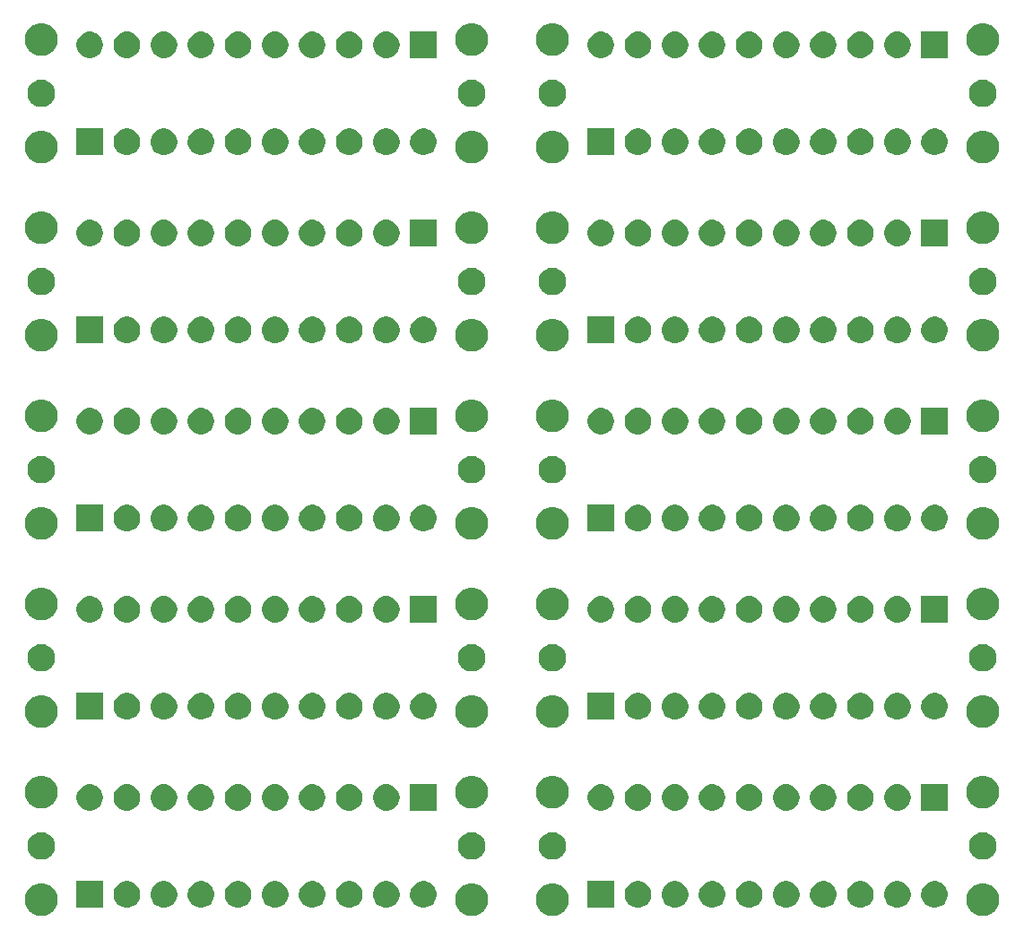
<source format=gbr>
G04 #@! TF.GenerationSoftware,KiCad,Pcbnew,5.1.5-52549c5~86~ubuntu18.04.1*
G04 #@! TF.CreationDate,2020-09-06T15:58:33-05:00*
G04 #@! TF.ProjectId,,58585858-5858-4585-9858-585858585858,rev?*
G04 #@! TF.SameCoordinates,Original*
G04 #@! TF.FileFunction,Soldermask,Bot*
G04 #@! TF.FilePolarity,Negative*
%FSLAX46Y46*%
G04 Gerber Fmt 4.6, Leading zero omitted, Abs format (unit mm)*
G04 Created by KiCad (PCBNEW 5.1.5-52549c5~86~ubuntu18.04.1) date 2020-09-06 15:58:33*
%MOMM*%
%LPD*%
G04 APERTURE LIST*
%ADD10C,0.100000*%
G04 APERTURE END LIST*
D10*
G36*
X170670585Y-121501202D02*
G01*
X170820410Y-121531004D01*
X171102674Y-121647921D01*
X171356705Y-121817659D01*
X171572741Y-122033695D01*
X171742479Y-122287726D01*
X171859396Y-122569990D01*
X171919000Y-122869640D01*
X171919000Y-123175160D01*
X171859396Y-123474810D01*
X171742479Y-123757074D01*
X171572741Y-124011105D01*
X171356705Y-124227141D01*
X171102674Y-124396879D01*
X170820410Y-124513796D01*
X170670585Y-124543598D01*
X170520761Y-124573400D01*
X170215239Y-124573400D01*
X170065415Y-124543598D01*
X169915590Y-124513796D01*
X169633326Y-124396879D01*
X169379295Y-124227141D01*
X169163259Y-124011105D01*
X168993521Y-123757074D01*
X168876604Y-123474810D01*
X168817000Y-123175160D01*
X168817000Y-122869640D01*
X168876604Y-122569990D01*
X168993521Y-122287726D01*
X169163259Y-122033695D01*
X169379295Y-121817659D01*
X169633326Y-121647921D01*
X169915590Y-121531004D01*
X170065415Y-121501202D01*
X170215239Y-121471400D01*
X170520761Y-121471400D01*
X170670585Y-121501202D01*
G37*
G36*
X130030585Y-121501202D02*
G01*
X130180410Y-121531004D01*
X130462674Y-121647921D01*
X130716705Y-121817659D01*
X130932741Y-122033695D01*
X131102479Y-122287726D01*
X131219396Y-122569990D01*
X131279000Y-122869640D01*
X131279000Y-123175160D01*
X131219396Y-123474810D01*
X131102479Y-123757074D01*
X130932741Y-124011105D01*
X130716705Y-124227141D01*
X130462674Y-124396879D01*
X130180410Y-124513796D01*
X130030585Y-124543598D01*
X129880761Y-124573400D01*
X129575239Y-124573400D01*
X129425415Y-124543598D01*
X129275590Y-124513796D01*
X128993326Y-124396879D01*
X128739295Y-124227141D01*
X128523259Y-124011105D01*
X128353521Y-123757074D01*
X128236604Y-123474810D01*
X128177000Y-123175160D01*
X128177000Y-122869640D01*
X128236604Y-122569990D01*
X128353521Y-122287726D01*
X128523259Y-122033695D01*
X128739295Y-121817659D01*
X128993326Y-121647921D01*
X129275590Y-121531004D01*
X129425415Y-121501202D01*
X129575239Y-121471400D01*
X129880761Y-121471400D01*
X130030585Y-121501202D01*
G37*
G36*
X122410585Y-121501202D02*
G01*
X122560410Y-121531004D01*
X122842674Y-121647921D01*
X123096705Y-121817659D01*
X123312741Y-122033695D01*
X123482479Y-122287726D01*
X123599396Y-122569990D01*
X123659000Y-122869640D01*
X123659000Y-123175160D01*
X123599396Y-123474810D01*
X123482479Y-123757074D01*
X123312741Y-124011105D01*
X123096705Y-124227141D01*
X122842674Y-124396879D01*
X122560410Y-124513796D01*
X122410585Y-124543598D01*
X122260761Y-124573400D01*
X121955239Y-124573400D01*
X121805415Y-124543598D01*
X121655590Y-124513796D01*
X121373326Y-124396879D01*
X121119295Y-124227141D01*
X120903259Y-124011105D01*
X120733521Y-123757074D01*
X120616604Y-123474810D01*
X120557000Y-123175160D01*
X120557000Y-122869640D01*
X120616604Y-122569990D01*
X120733521Y-122287726D01*
X120903259Y-122033695D01*
X121119295Y-121817659D01*
X121373326Y-121647921D01*
X121655590Y-121531004D01*
X121805415Y-121501202D01*
X121955239Y-121471400D01*
X122260761Y-121471400D01*
X122410585Y-121501202D01*
G37*
G36*
X81770585Y-121501202D02*
G01*
X81920410Y-121531004D01*
X82202674Y-121647921D01*
X82456705Y-121817659D01*
X82672741Y-122033695D01*
X82842479Y-122287726D01*
X82959396Y-122569990D01*
X83019000Y-122869640D01*
X83019000Y-123175160D01*
X82959396Y-123474810D01*
X82842479Y-123757074D01*
X82672741Y-124011105D01*
X82456705Y-124227141D01*
X82202674Y-124396879D01*
X81920410Y-124513796D01*
X81770585Y-124543598D01*
X81620761Y-124573400D01*
X81315239Y-124573400D01*
X81165415Y-124543598D01*
X81015590Y-124513796D01*
X80733326Y-124396879D01*
X80479295Y-124227141D01*
X80263259Y-124011105D01*
X80093521Y-123757074D01*
X79976604Y-123474810D01*
X79917000Y-123175160D01*
X79917000Y-122869640D01*
X79976604Y-122569990D01*
X80093521Y-122287726D01*
X80263259Y-122033695D01*
X80479295Y-121817659D01*
X80733326Y-121647921D01*
X81015590Y-121531004D01*
X81165415Y-121501202D01*
X81315239Y-121471400D01*
X81620761Y-121471400D01*
X81770585Y-121501202D01*
G37*
G36*
X162662903Y-121321675D02*
G01*
X162890571Y-121415978D01*
X163095466Y-121552885D01*
X163269715Y-121727134D01*
X163406622Y-121932029D01*
X163406623Y-121932031D01*
X163500925Y-122159697D01*
X163526392Y-122287726D01*
X163549000Y-122401387D01*
X163549000Y-122647813D01*
X163500925Y-122889503D01*
X163406622Y-123117171D01*
X163269715Y-123322066D01*
X163095466Y-123496315D01*
X162890571Y-123633222D01*
X162890570Y-123633223D01*
X162890569Y-123633223D01*
X162662903Y-123727525D01*
X162421214Y-123775600D01*
X162174786Y-123775600D01*
X161933097Y-123727525D01*
X161705431Y-123633223D01*
X161705430Y-123633223D01*
X161705429Y-123633222D01*
X161500534Y-123496315D01*
X161326285Y-123322066D01*
X161189378Y-123117171D01*
X161095075Y-122889503D01*
X161047000Y-122647813D01*
X161047000Y-122401387D01*
X161069609Y-122287726D01*
X161095075Y-122159697D01*
X161189377Y-121932031D01*
X161189378Y-121932029D01*
X161326285Y-121727134D01*
X161500534Y-121552885D01*
X161705429Y-121415978D01*
X161933097Y-121321675D01*
X162174786Y-121273600D01*
X162421214Y-121273600D01*
X162662903Y-121321675D01*
G37*
G36*
X135549000Y-123775600D02*
G01*
X133047000Y-123775600D01*
X133047000Y-121273600D01*
X135549000Y-121273600D01*
X135549000Y-123775600D01*
G37*
G36*
X138162903Y-121321675D02*
G01*
X138390571Y-121415978D01*
X138595466Y-121552885D01*
X138769715Y-121727134D01*
X138906622Y-121932029D01*
X138906623Y-121932031D01*
X139000925Y-122159697D01*
X139026392Y-122287726D01*
X139049000Y-122401387D01*
X139049000Y-122647813D01*
X139000925Y-122889503D01*
X138906622Y-123117171D01*
X138769715Y-123322066D01*
X138595466Y-123496315D01*
X138390571Y-123633222D01*
X138390570Y-123633223D01*
X138390569Y-123633223D01*
X138162903Y-123727525D01*
X137921214Y-123775600D01*
X137674786Y-123775600D01*
X137433097Y-123727525D01*
X137205431Y-123633223D01*
X137205430Y-123633223D01*
X137205429Y-123633222D01*
X137000534Y-123496315D01*
X136826285Y-123322066D01*
X136689378Y-123117171D01*
X136595075Y-122889503D01*
X136547000Y-122647813D01*
X136547000Y-122401387D01*
X136569609Y-122287726D01*
X136595075Y-122159697D01*
X136689377Y-121932031D01*
X136689378Y-121932029D01*
X136826285Y-121727134D01*
X137000534Y-121552885D01*
X137205429Y-121415978D01*
X137433097Y-121321675D01*
X137674786Y-121273600D01*
X137921214Y-121273600D01*
X138162903Y-121321675D01*
G37*
G36*
X141662903Y-121321675D02*
G01*
X141890571Y-121415978D01*
X142095466Y-121552885D01*
X142269715Y-121727134D01*
X142406622Y-121932029D01*
X142406623Y-121932031D01*
X142500925Y-122159697D01*
X142526392Y-122287726D01*
X142549000Y-122401387D01*
X142549000Y-122647813D01*
X142500925Y-122889503D01*
X142406622Y-123117171D01*
X142269715Y-123322066D01*
X142095466Y-123496315D01*
X141890571Y-123633222D01*
X141890570Y-123633223D01*
X141890569Y-123633223D01*
X141662903Y-123727525D01*
X141421214Y-123775600D01*
X141174786Y-123775600D01*
X140933097Y-123727525D01*
X140705431Y-123633223D01*
X140705430Y-123633223D01*
X140705429Y-123633222D01*
X140500534Y-123496315D01*
X140326285Y-123322066D01*
X140189378Y-123117171D01*
X140095075Y-122889503D01*
X140047000Y-122647813D01*
X140047000Y-122401387D01*
X140069609Y-122287726D01*
X140095075Y-122159697D01*
X140189377Y-121932031D01*
X140189378Y-121932029D01*
X140326285Y-121727134D01*
X140500534Y-121552885D01*
X140705429Y-121415978D01*
X140933097Y-121321675D01*
X141174786Y-121273600D01*
X141421214Y-121273600D01*
X141662903Y-121321675D01*
G37*
G36*
X145162903Y-121321675D02*
G01*
X145390571Y-121415978D01*
X145595466Y-121552885D01*
X145769715Y-121727134D01*
X145906622Y-121932029D01*
X145906623Y-121932031D01*
X146000925Y-122159697D01*
X146026392Y-122287726D01*
X146049000Y-122401387D01*
X146049000Y-122647813D01*
X146000925Y-122889503D01*
X145906622Y-123117171D01*
X145769715Y-123322066D01*
X145595466Y-123496315D01*
X145390571Y-123633222D01*
X145390570Y-123633223D01*
X145390569Y-123633223D01*
X145162903Y-123727525D01*
X144921214Y-123775600D01*
X144674786Y-123775600D01*
X144433097Y-123727525D01*
X144205431Y-123633223D01*
X144205430Y-123633223D01*
X144205429Y-123633222D01*
X144000534Y-123496315D01*
X143826285Y-123322066D01*
X143689378Y-123117171D01*
X143595075Y-122889503D01*
X143547000Y-122647813D01*
X143547000Y-122401387D01*
X143569609Y-122287726D01*
X143595075Y-122159697D01*
X143689377Y-121932031D01*
X143689378Y-121932029D01*
X143826285Y-121727134D01*
X144000534Y-121552885D01*
X144205429Y-121415978D01*
X144433097Y-121321675D01*
X144674786Y-121273600D01*
X144921214Y-121273600D01*
X145162903Y-121321675D01*
G37*
G36*
X148662903Y-121321675D02*
G01*
X148890571Y-121415978D01*
X149095466Y-121552885D01*
X149269715Y-121727134D01*
X149406622Y-121932029D01*
X149406623Y-121932031D01*
X149500925Y-122159697D01*
X149526392Y-122287726D01*
X149549000Y-122401387D01*
X149549000Y-122647813D01*
X149500925Y-122889503D01*
X149406622Y-123117171D01*
X149269715Y-123322066D01*
X149095466Y-123496315D01*
X148890571Y-123633222D01*
X148890570Y-123633223D01*
X148890569Y-123633223D01*
X148662903Y-123727525D01*
X148421214Y-123775600D01*
X148174786Y-123775600D01*
X147933097Y-123727525D01*
X147705431Y-123633223D01*
X147705430Y-123633223D01*
X147705429Y-123633222D01*
X147500534Y-123496315D01*
X147326285Y-123322066D01*
X147189378Y-123117171D01*
X147095075Y-122889503D01*
X147047000Y-122647813D01*
X147047000Y-122401387D01*
X147069609Y-122287726D01*
X147095075Y-122159697D01*
X147189377Y-121932031D01*
X147189378Y-121932029D01*
X147326285Y-121727134D01*
X147500534Y-121552885D01*
X147705429Y-121415978D01*
X147933097Y-121321675D01*
X148174786Y-121273600D01*
X148421214Y-121273600D01*
X148662903Y-121321675D01*
G37*
G36*
X152162903Y-121321675D02*
G01*
X152390571Y-121415978D01*
X152595466Y-121552885D01*
X152769715Y-121727134D01*
X152906622Y-121932029D01*
X152906623Y-121932031D01*
X153000925Y-122159697D01*
X153026392Y-122287726D01*
X153049000Y-122401387D01*
X153049000Y-122647813D01*
X153000925Y-122889503D01*
X152906622Y-123117171D01*
X152769715Y-123322066D01*
X152595466Y-123496315D01*
X152390571Y-123633222D01*
X152390570Y-123633223D01*
X152390569Y-123633223D01*
X152162903Y-123727525D01*
X151921214Y-123775600D01*
X151674786Y-123775600D01*
X151433097Y-123727525D01*
X151205431Y-123633223D01*
X151205430Y-123633223D01*
X151205429Y-123633222D01*
X151000534Y-123496315D01*
X150826285Y-123322066D01*
X150689378Y-123117171D01*
X150595075Y-122889503D01*
X150547000Y-122647813D01*
X150547000Y-122401387D01*
X150569609Y-122287726D01*
X150595075Y-122159697D01*
X150689377Y-121932031D01*
X150689378Y-121932029D01*
X150826285Y-121727134D01*
X151000534Y-121552885D01*
X151205429Y-121415978D01*
X151433097Y-121321675D01*
X151674786Y-121273600D01*
X151921214Y-121273600D01*
X152162903Y-121321675D01*
G37*
G36*
X159162903Y-121321675D02*
G01*
X159390571Y-121415978D01*
X159595466Y-121552885D01*
X159769715Y-121727134D01*
X159906622Y-121932029D01*
X159906623Y-121932031D01*
X160000925Y-122159697D01*
X160026392Y-122287726D01*
X160049000Y-122401387D01*
X160049000Y-122647813D01*
X160000925Y-122889503D01*
X159906622Y-123117171D01*
X159769715Y-123322066D01*
X159595466Y-123496315D01*
X159390571Y-123633222D01*
X159390570Y-123633223D01*
X159390569Y-123633223D01*
X159162903Y-123727525D01*
X158921214Y-123775600D01*
X158674786Y-123775600D01*
X158433097Y-123727525D01*
X158205431Y-123633223D01*
X158205430Y-123633223D01*
X158205429Y-123633222D01*
X158000534Y-123496315D01*
X157826285Y-123322066D01*
X157689378Y-123117171D01*
X157595075Y-122889503D01*
X157547000Y-122647813D01*
X157547000Y-122401387D01*
X157569609Y-122287726D01*
X157595075Y-122159697D01*
X157689377Y-121932031D01*
X157689378Y-121932029D01*
X157826285Y-121727134D01*
X158000534Y-121552885D01*
X158205429Y-121415978D01*
X158433097Y-121321675D01*
X158674786Y-121273600D01*
X158921214Y-121273600D01*
X159162903Y-121321675D01*
G37*
G36*
X87289000Y-123775600D02*
G01*
X84787000Y-123775600D01*
X84787000Y-121273600D01*
X87289000Y-121273600D01*
X87289000Y-123775600D01*
G37*
G36*
X89902903Y-121321675D02*
G01*
X90130571Y-121415978D01*
X90335466Y-121552885D01*
X90509715Y-121727134D01*
X90646622Y-121932029D01*
X90646623Y-121932031D01*
X90740925Y-122159697D01*
X90766392Y-122287726D01*
X90789000Y-122401387D01*
X90789000Y-122647813D01*
X90740925Y-122889503D01*
X90646622Y-123117171D01*
X90509715Y-123322066D01*
X90335466Y-123496315D01*
X90130571Y-123633222D01*
X90130570Y-123633223D01*
X90130569Y-123633223D01*
X89902903Y-123727525D01*
X89661214Y-123775600D01*
X89414786Y-123775600D01*
X89173097Y-123727525D01*
X88945431Y-123633223D01*
X88945430Y-123633223D01*
X88945429Y-123633222D01*
X88740534Y-123496315D01*
X88566285Y-123322066D01*
X88429378Y-123117171D01*
X88335075Y-122889503D01*
X88287000Y-122647813D01*
X88287000Y-122401387D01*
X88309609Y-122287726D01*
X88335075Y-122159697D01*
X88429377Y-121932031D01*
X88429378Y-121932029D01*
X88566285Y-121727134D01*
X88740534Y-121552885D01*
X88945429Y-121415978D01*
X89173097Y-121321675D01*
X89414786Y-121273600D01*
X89661214Y-121273600D01*
X89902903Y-121321675D01*
G37*
G36*
X96902903Y-121321675D02*
G01*
X97130571Y-121415978D01*
X97335466Y-121552885D01*
X97509715Y-121727134D01*
X97646622Y-121932029D01*
X97646623Y-121932031D01*
X97740925Y-122159697D01*
X97766392Y-122287726D01*
X97789000Y-122401387D01*
X97789000Y-122647813D01*
X97740925Y-122889503D01*
X97646622Y-123117171D01*
X97509715Y-123322066D01*
X97335466Y-123496315D01*
X97130571Y-123633222D01*
X97130570Y-123633223D01*
X97130569Y-123633223D01*
X96902903Y-123727525D01*
X96661214Y-123775600D01*
X96414786Y-123775600D01*
X96173097Y-123727525D01*
X95945431Y-123633223D01*
X95945430Y-123633223D01*
X95945429Y-123633222D01*
X95740534Y-123496315D01*
X95566285Y-123322066D01*
X95429378Y-123117171D01*
X95335075Y-122889503D01*
X95287000Y-122647813D01*
X95287000Y-122401387D01*
X95309609Y-122287726D01*
X95335075Y-122159697D01*
X95429377Y-121932031D01*
X95429378Y-121932029D01*
X95566285Y-121727134D01*
X95740534Y-121552885D01*
X95945429Y-121415978D01*
X96173097Y-121321675D01*
X96414786Y-121273600D01*
X96661214Y-121273600D01*
X96902903Y-121321675D01*
G37*
G36*
X100402903Y-121321675D02*
G01*
X100630571Y-121415978D01*
X100835466Y-121552885D01*
X101009715Y-121727134D01*
X101146622Y-121932029D01*
X101146623Y-121932031D01*
X101240925Y-122159697D01*
X101266392Y-122287726D01*
X101289000Y-122401387D01*
X101289000Y-122647813D01*
X101240925Y-122889503D01*
X101146622Y-123117171D01*
X101009715Y-123322066D01*
X100835466Y-123496315D01*
X100630571Y-123633222D01*
X100630570Y-123633223D01*
X100630569Y-123633223D01*
X100402903Y-123727525D01*
X100161214Y-123775600D01*
X99914786Y-123775600D01*
X99673097Y-123727525D01*
X99445431Y-123633223D01*
X99445430Y-123633223D01*
X99445429Y-123633222D01*
X99240534Y-123496315D01*
X99066285Y-123322066D01*
X98929378Y-123117171D01*
X98835075Y-122889503D01*
X98787000Y-122647813D01*
X98787000Y-122401387D01*
X98809609Y-122287726D01*
X98835075Y-122159697D01*
X98929377Y-121932031D01*
X98929378Y-121932029D01*
X99066285Y-121727134D01*
X99240534Y-121552885D01*
X99445429Y-121415978D01*
X99673097Y-121321675D01*
X99914786Y-121273600D01*
X100161214Y-121273600D01*
X100402903Y-121321675D01*
G37*
G36*
X103902903Y-121321675D02*
G01*
X104130571Y-121415978D01*
X104335466Y-121552885D01*
X104509715Y-121727134D01*
X104646622Y-121932029D01*
X104646623Y-121932031D01*
X104740925Y-122159697D01*
X104766392Y-122287726D01*
X104789000Y-122401387D01*
X104789000Y-122647813D01*
X104740925Y-122889503D01*
X104646622Y-123117171D01*
X104509715Y-123322066D01*
X104335466Y-123496315D01*
X104130571Y-123633222D01*
X104130570Y-123633223D01*
X104130569Y-123633223D01*
X103902903Y-123727525D01*
X103661214Y-123775600D01*
X103414786Y-123775600D01*
X103173097Y-123727525D01*
X102945431Y-123633223D01*
X102945430Y-123633223D01*
X102945429Y-123633222D01*
X102740534Y-123496315D01*
X102566285Y-123322066D01*
X102429378Y-123117171D01*
X102335075Y-122889503D01*
X102287000Y-122647813D01*
X102287000Y-122401387D01*
X102309609Y-122287726D01*
X102335075Y-122159697D01*
X102429377Y-121932031D01*
X102429378Y-121932029D01*
X102566285Y-121727134D01*
X102740534Y-121552885D01*
X102945429Y-121415978D01*
X103173097Y-121321675D01*
X103414786Y-121273600D01*
X103661214Y-121273600D01*
X103902903Y-121321675D01*
G37*
G36*
X107402903Y-121321675D02*
G01*
X107630571Y-121415978D01*
X107835466Y-121552885D01*
X108009715Y-121727134D01*
X108146622Y-121932029D01*
X108146623Y-121932031D01*
X108240925Y-122159697D01*
X108266392Y-122287726D01*
X108289000Y-122401387D01*
X108289000Y-122647813D01*
X108240925Y-122889503D01*
X108146622Y-123117171D01*
X108009715Y-123322066D01*
X107835466Y-123496315D01*
X107630571Y-123633222D01*
X107630570Y-123633223D01*
X107630569Y-123633223D01*
X107402903Y-123727525D01*
X107161214Y-123775600D01*
X106914786Y-123775600D01*
X106673097Y-123727525D01*
X106445431Y-123633223D01*
X106445430Y-123633223D01*
X106445429Y-123633222D01*
X106240534Y-123496315D01*
X106066285Y-123322066D01*
X105929378Y-123117171D01*
X105835075Y-122889503D01*
X105787000Y-122647813D01*
X105787000Y-122401387D01*
X105809609Y-122287726D01*
X105835075Y-122159697D01*
X105929377Y-121932031D01*
X105929378Y-121932029D01*
X106066285Y-121727134D01*
X106240534Y-121552885D01*
X106445429Y-121415978D01*
X106673097Y-121321675D01*
X106914786Y-121273600D01*
X107161214Y-121273600D01*
X107402903Y-121321675D01*
G37*
G36*
X110902903Y-121321675D02*
G01*
X111130571Y-121415978D01*
X111335466Y-121552885D01*
X111509715Y-121727134D01*
X111646622Y-121932029D01*
X111646623Y-121932031D01*
X111740925Y-122159697D01*
X111766392Y-122287726D01*
X111789000Y-122401387D01*
X111789000Y-122647813D01*
X111740925Y-122889503D01*
X111646622Y-123117171D01*
X111509715Y-123322066D01*
X111335466Y-123496315D01*
X111130571Y-123633222D01*
X111130570Y-123633223D01*
X111130569Y-123633223D01*
X110902903Y-123727525D01*
X110661214Y-123775600D01*
X110414786Y-123775600D01*
X110173097Y-123727525D01*
X109945431Y-123633223D01*
X109945430Y-123633223D01*
X109945429Y-123633222D01*
X109740534Y-123496315D01*
X109566285Y-123322066D01*
X109429378Y-123117171D01*
X109335075Y-122889503D01*
X109287000Y-122647813D01*
X109287000Y-122401387D01*
X109309609Y-122287726D01*
X109335075Y-122159697D01*
X109429377Y-121932031D01*
X109429378Y-121932029D01*
X109566285Y-121727134D01*
X109740534Y-121552885D01*
X109945429Y-121415978D01*
X110173097Y-121321675D01*
X110414786Y-121273600D01*
X110661214Y-121273600D01*
X110902903Y-121321675D01*
G37*
G36*
X114402903Y-121321675D02*
G01*
X114630571Y-121415978D01*
X114835466Y-121552885D01*
X115009715Y-121727134D01*
X115146622Y-121932029D01*
X115146623Y-121932031D01*
X115240925Y-122159697D01*
X115266392Y-122287726D01*
X115289000Y-122401387D01*
X115289000Y-122647813D01*
X115240925Y-122889503D01*
X115146622Y-123117171D01*
X115009715Y-123322066D01*
X114835466Y-123496315D01*
X114630571Y-123633222D01*
X114630570Y-123633223D01*
X114630569Y-123633223D01*
X114402903Y-123727525D01*
X114161214Y-123775600D01*
X113914786Y-123775600D01*
X113673097Y-123727525D01*
X113445431Y-123633223D01*
X113445430Y-123633223D01*
X113445429Y-123633222D01*
X113240534Y-123496315D01*
X113066285Y-123322066D01*
X112929378Y-123117171D01*
X112835075Y-122889503D01*
X112787000Y-122647813D01*
X112787000Y-122401387D01*
X112809609Y-122287726D01*
X112835075Y-122159697D01*
X112929377Y-121932031D01*
X112929378Y-121932029D01*
X113066285Y-121727134D01*
X113240534Y-121552885D01*
X113445429Y-121415978D01*
X113673097Y-121321675D01*
X113914786Y-121273600D01*
X114161214Y-121273600D01*
X114402903Y-121321675D01*
G37*
G36*
X117902903Y-121321675D02*
G01*
X118130571Y-121415978D01*
X118335466Y-121552885D01*
X118509715Y-121727134D01*
X118646622Y-121932029D01*
X118646623Y-121932031D01*
X118740925Y-122159697D01*
X118766392Y-122287726D01*
X118789000Y-122401387D01*
X118789000Y-122647813D01*
X118740925Y-122889503D01*
X118646622Y-123117171D01*
X118509715Y-123322066D01*
X118335466Y-123496315D01*
X118130571Y-123633222D01*
X118130570Y-123633223D01*
X118130569Y-123633223D01*
X117902903Y-123727525D01*
X117661214Y-123775600D01*
X117414786Y-123775600D01*
X117173097Y-123727525D01*
X116945431Y-123633223D01*
X116945430Y-123633223D01*
X116945429Y-123633222D01*
X116740534Y-123496315D01*
X116566285Y-123322066D01*
X116429378Y-123117171D01*
X116335075Y-122889503D01*
X116287000Y-122647813D01*
X116287000Y-122401387D01*
X116309609Y-122287726D01*
X116335075Y-122159697D01*
X116429377Y-121932031D01*
X116429378Y-121932029D01*
X116566285Y-121727134D01*
X116740534Y-121552885D01*
X116945429Y-121415978D01*
X117173097Y-121321675D01*
X117414786Y-121273600D01*
X117661214Y-121273600D01*
X117902903Y-121321675D01*
G37*
G36*
X166162903Y-121321675D02*
G01*
X166390571Y-121415978D01*
X166595466Y-121552885D01*
X166769715Y-121727134D01*
X166906622Y-121932029D01*
X166906623Y-121932031D01*
X167000925Y-122159697D01*
X167026392Y-122287726D01*
X167049000Y-122401387D01*
X167049000Y-122647813D01*
X167000925Y-122889503D01*
X166906622Y-123117171D01*
X166769715Y-123322066D01*
X166595466Y-123496315D01*
X166390571Y-123633222D01*
X166390570Y-123633223D01*
X166390569Y-123633223D01*
X166162903Y-123727525D01*
X165921214Y-123775600D01*
X165674786Y-123775600D01*
X165433097Y-123727525D01*
X165205431Y-123633223D01*
X165205430Y-123633223D01*
X165205429Y-123633222D01*
X165000534Y-123496315D01*
X164826285Y-123322066D01*
X164689378Y-123117171D01*
X164595075Y-122889503D01*
X164547000Y-122647813D01*
X164547000Y-122401387D01*
X164569609Y-122287726D01*
X164595075Y-122159697D01*
X164689377Y-121932031D01*
X164689378Y-121932029D01*
X164826285Y-121727134D01*
X165000534Y-121552885D01*
X165205429Y-121415978D01*
X165433097Y-121321675D01*
X165674786Y-121273600D01*
X165921214Y-121273600D01*
X166162903Y-121321675D01*
G37*
G36*
X155662903Y-121321675D02*
G01*
X155890571Y-121415978D01*
X156095466Y-121552885D01*
X156269715Y-121727134D01*
X156406622Y-121932029D01*
X156406623Y-121932031D01*
X156500925Y-122159697D01*
X156526392Y-122287726D01*
X156549000Y-122401387D01*
X156549000Y-122647813D01*
X156500925Y-122889503D01*
X156406622Y-123117171D01*
X156269715Y-123322066D01*
X156095466Y-123496315D01*
X155890571Y-123633222D01*
X155890570Y-123633223D01*
X155890569Y-123633223D01*
X155662903Y-123727525D01*
X155421214Y-123775600D01*
X155174786Y-123775600D01*
X154933097Y-123727525D01*
X154705431Y-123633223D01*
X154705430Y-123633223D01*
X154705429Y-123633222D01*
X154500534Y-123496315D01*
X154326285Y-123322066D01*
X154189378Y-123117171D01*
X154095075Y-122889503D01*
X154047000Y-122647813D01*
X154047000Y-122401387D01*
X154069609Y-122287726D01*
X154095075Y-122159697D01*
X154189377Y-121932031D01*
X154189378Y-121932029D01*
X154326285Y-121727134D01*
X154500534Y-121552885D01*
X154705429Y-121415978D01*
X154933097Y-121321675D01*
X155174786Y-121273600D01*
X155421214Y-121273600D01*
X155662903Y-121321675D01*
G37*
G36*
X93402903Y-121321675D02*
G01*
X93630571Y-121415978D01*
X93835466Y-121552885D01*
X94009715Y-121727134D01*
X94146622Y-121932029D01*
X94146623Y-121932031D01*
X94240925Y-122159697D01*
X94266392Y-122287726D01*
X94289000Y-122401387D01*
X94289000Y-122647813D01*
X94240925Y-122889503D01*
X94146622Y-123117171D01*
X94009715Y-123322066D01*
X93835466Y-123496315D01*
X93630571Y-123633222D01*
X93630570Y-123633223D01*
X93630569Y-123633223D01*
X93402903Y-123727525D01*
X93161214Y-123775600D01*
X92914786Y-123775600D01*
X92673097Y-123727525D01*
X92445431Y-123633223D01*
X92445430Y-123633223D01*
X92445429Y-123633222D01*
X92240534Y-123496315D01*
X92066285Y-123322066D01*
X91929378Y-123117171D01*
X91835075Y-122889503D01*
X91787000Y-122647813D01*
X91787000Y-122401387D01*
X91809609Y-122287726D01*
X91835075Y-122159697D01*
X91929377Y-121932031D01*
X91929378Y-121932029D01*
X92066285Y-121727134D01*
X92240534Y-121552885D01*
X92445429Y-121415978D01*
X92673097Y-121321675D01*
X92914786Y-121273600D01*
X93161214Y-121273600D01*
X93402903Y-121321675D01*
G37*
G36*
X81847393Y-116691704D02*
G01*
X82084101Y-116789752D01*
X82084103Y-116789753D01*
X82297135Y-116932096D01*
X82478304Y-117113265D01*
X82620647Y-117326297D01*
X82620648Y-117326299D01*
X82718696Y-117563007D01*
X82768680Y-117814293D01*
X82768680Y-118070507D01*
X82718696Y-118321793D01*
X82620648Y-118558501D01*
X82620647Y-118558503D01*
X82478304Y-118771535D01*
X82297135Y-118952704D01*
X82084103Y-119095047D01*
X82084102Y-119095048D01*
X82084101Y-119095048D01*
X81847393Y-119193096D01*
X81596107Y-119243080D01*
X81339893Y-119243080D01*
X81088607Y-119193096D01*
X80851899Y-119095048D01*
X80851898Y-119095048D01*
X80851897Y-119095047D01*
X80638865Y-118952704D01*
X80457696Y-118771535D01*
X80315353Y-118558503D01*
X80315352Y-118558501D01*
X80217304Y-118321793D01*
X80167320Y-118070507D01*
X80167320Y-117814293D01*
X80217304Y-117563007D01*
X80315352Y-117326299D01*
X80315353Y-117326297D01*
X80457696Y-117113265D01*
X80638865Y-116932096D01*
X80851897Y-116789753D01*
X80851899Y-116789752D01*
X81088607Y-116691704D01*
X81339893Y-116641720D01*
X81596107Y-116641720D01*
X81847393Y-116691704D01*
G37*
G36*
X130107393Y-116691704D02*
G01*
X130344101Y-116789752D01*
X130344103Y-116789753D01*
X130557135Y-116932096D01*
X130738304Y-117113265D01*
X130880647Y-117326297D01*
X130880648Y-117326299D01*
X130978696Y-117563007D01*
X131028680Y-117814293D01*
X131028680Y-118070507D01*
X130978696Y-118321793D01*
X130880648Y-118558501D01*
X130880647Y-118558503D01*
X130738304Y-118771535D01*
X130557135Y-118952704D01*
X130344103Y-119095047D01*
X130344102Y-119095048D01*
X130344101Y-119095048D01*
X130107393Y-119193096D01*
X129856107Y-119243080D01*
X129599893Y-119243080D01*
X129348607Y-119193096D01*
X129111899Y-119095048D01*
X129111898Y-119095048D01*
X129111897Y-119095047D01*
X128898865Y-118952704D01*
X128717696Y-118771535D01*
X128575353Y-118558503D01*
X128575352Y-118558501D01*
X128477304Y-118321793D01*
X128427320Y-118070507D01*
X128427320Y-117814293D01*
X128477304Y-117563007D01*
X128575352Y-117326299D01*
X128575353Y-117326297D01*
X128717696Y-117113265D01*
X128898865Y-116932096D01*
X129111897Y-116789753D01*
X129111899Y-116789752D01*
X129348607Y-116691704D01*
X129599893Y-116641720D01*
X129856107Y-116641720D01*
X130107393Y-116691704D01*
G37*
G36*
X170747393Y-116691704D02*
G01*
X170984101Y-116789752D01*
X170984103Y-116789753D01*
X171197135Y-116932096D01*
X171378304Y-117113265D01*
X171520647Y-117326297D01*
X171520648Y-117326299D01*
X171618696Y-117563007D01*
X171668680Y-117814293D01*
X171668680Y-118070507D01*
X171618696Y-118321793D01*
X171520648Y-118558501D01*
X171520647Y-118558503D01*
X171378304Y-118771535D01*
X171197135Y-118952704D01*
X170984103Y-119095047D01*
X170984102Y-119095048D01*
X170984101Y-119095048D01*
X170747393Y-119193096D01*
X170496107Y-119243080D01*
X170239893Y-119243080D01*
X169988607Y-119193096D01*
X169751899Y-119095048D01*
X169751898Y-119095048D01*
X169751897Y-119095047D01*
X169538865Y-118952704D01*
X169357696Y-118771535D01*
X169215353Y-118558503D01*
X169215352Y-118558501D01*
X169117304Y-118321793D01*
X169067320Y-118070507D01*
X169067320Y-117814293D01*
X169117304Y-117563007D01*
X169215352Y-117326299D01*
X169215353Y-117326297D01*
X169357696Y-117113265D01*
X169538865Y-116932096D01*
X169751897Y-116789753D01*
X169751899Y-116789752D01*
X169988607Y-116691704D01*
X170239893Y-116641720D01*
X170496107Y-116641720D01*
X170747393Y-116691704D01*
G37*
G36*
X122487393Y-116691704D02*
G01*
X122724101Y-116789752D01*
X122724103Y-116789753D01*
X122937135Y-116932096D01*
X123118304Y-117113265D01*
X123260647Y-117326297D01*
X123260648Y-117326299D01*
X123358696Y-117563007D01*
X123408680Y-117814293D01*
X123408680Y-118070507D01*
X123358696Y-118321793D01*
X123260648Y-118558501D01*
X123260647Y-118558503D01*
X123118304Y-118771535D01*
X122937135Y-118952704D01*
X122724103Y-119095047D01*
X122724102Y-119095048D01*
X122724101Y-119095048D01*
X122487393Y-119193096D01*
X122236107Y-119243080D01*
X121979893Y-119243080D01*
X121728607Y-119193096D01*
X121491899Y-119095048D01*
X121491898Y-119095048D01*
X121491897Y-119095047D01*
X121278865Y-118952704D01*
X121097696Y-118771535D01*
X120955353Y-118558503D01*
X120955352Y-118558501D01*
X120857304Y-118321793D01*
X120807320Y-118070507D01*
X120807320Y-117814293D01*
X120857304Y-117563007D01*
X120955352Y-117326299D01*
X120955353Y-117326297D01*
X121097696Y-117113265D01*
X121278865Y-116932096D01*
X121491897Y-116789753D01*
X121491899Y-116789752D01*
X121728607Y-116691704D01*
X121979893Y-116641720D01*
X122236107Y-116641720D01*
X122487393Y-116691704D01*
G37*
G36*
X110754350Y-112127726D02*
G01*
X110902903Y-112157275D01*
X111130571Y-112251578D01*
X111335466Y-112388485D01*
X111509715Y-112562734D01*
X111509716Y-112562736D01*
X111646623Y-112767631D01*
X111740925Y-112995297D01*
X111789000Y-113236986D01*
X111789000Y-113483414D01*
X111740925Y-113725103D01*
X111646622Y-113952771D01*
X111509715Y-114157666D01*
X111335466Y-114331915D01*
X111130571Y-114468822D01*
X111130570Y-114468823D01*
X111130569Y-114468823D01*
X110902903Y-114563125D01*
X110661214Y-114611200D01*
X110414786Y-114611200D01*
X110173097Y-114563125D01*
X109945431Y-114468823D01*
X109945430Y-114468823D01*
X109945429Y-114468822D01*
X109740534Y-114331915D01*
X109566285Y-114157666D01*
X109429378Y-113952771D01*
X109335075Y-113725103D01*
X109287000Y-113483414D01*
X109287000Y-113236986D01*
X109335075Y-112995297D01*
X109429377Y-112767631D01*
X109566284Y-112562736D01*
X109566285Y-112562734D01*
X109740534Y-112388485D01*
X109945429Y-112251578D01*
X110173097Y-112157275D01*
X110321650Y-112127726D01*
X110414786Y-112109200D01*
X110661214Y-112109200D01*
X110754350Y-112127726D01*
G37*
G36*
X86254350Y-112127726D02*
G01*
X86402903Y-112157275D01*
X86630571Y-112251578D01*
X86835466Y-112388485D01*
X87009715Y-112562734D01*
X87009716Y-112562736D01*
X87146623Y-112767631D01*
X87240925Y-112995297D01*
X87289000Y-113236986D01*
X87289000Y-113483414D01*
X87240925Y-113725103D01*
X87146622Y-113952771D01*
X87009715Y-114157666D01*
X86835466Y-114331915D01*
X86630571Y-114468822D01*
X86630570Y-114468823D01*
X86630569Y-114468823D01*
X86402903Y-114563125D01*
X86161214Y-114611200D01*
X85914786Y-114611200D01*
X85673097Y-114563125D01*
X85445431Y-114468823D01*
X85445430Y-114468823D01*
X85445429Y-114468822D01*
X85240534Y-114331915D01*
X85066285Y-114157666D01*
X84929378Y-113952771D01*
X84835075Y-113725103D01*
X84787000Y-113483414D01*
X84787000Y-113236986D01*
X84835075Y-112995297D01*
X84929377Y-112767631D01*
X85066284Y-112562736D01*
X85066285Y-112562734D01*
X85240534Y-112388485D01*
X85445429Y-112251578D01*
X85673097Y-112157275D01*
X85821650Y-112127726D01*
X85914786Y-112109200D01*
X86161214Y-112109200D01*
X86254350Y-112127726D01*
G37*
G36*
X89754350Y-112127726D02*
G01*
X89902903Y-112157275D01*
X90130571Y-112251578D01*
X90335466Y-112388485D01*
X90509715Y-112562734D01*
X90509716Y-112562736D01*
X90646623Y-112767631D01*
X90740925Y-112995297D01*
X90789000Y-113236986D01*
X90789000Y-113483414D01*
X90740925Y-113725103D01*
X90646622Y-113952771D01*
X90509715Y-114157666D01*
X90335466Y-114331915D01*
X90130571Y-114468822D01*
X90130570Y-114468823D01*
X90130569Y-114468823D01*
X89902903Y-114563125D01*
X89661214Y-114611200D01*
X89414786Y-114611200D01*
X89173097Y-114563125D01*
X88945431Y-114468823D01*
X88945430Y-114468823D01*
X88945429Y-114468822D01*
X88740534Y-114331915D01*
X88566285Y-114157666D01*
X88429378Y-113952771D01*
X88335075Y-113725103D01*
X88287000Y-113483414D01*
X88287000Y-113236986D01*
X88335075Y-112995297D01*
X88429377Y-112767631D01*
X88566284Y-112562736D01*
X88566285Y-112562734D01*
X88740534Y-112388485D01*
X88945429Y-112251578D01*
X89173097Y-112157275D01*
X89321650Y-112127726D01*
X89414786Y-112109200D01*
X89661214Y-112109200D01*
X89754350Y-112127726D01*
G37*
G36*
X93254350Y-112127726D02*
G01*
X93402903Y-112157275D01*
X93630571Y-112251578D01*
X93835466Y-112388485D01*
X94009715Y-112562734D01*
X94009716Y-112562736D01*
X94146623Y-112767631D01*
X94240925Y-112995297D01*
X94289000Y-113236986D01*
X94289000Y-113483414D01*
X94240925Y-113725103D01*
X94146622Y-113952771D01*
X94009715Y-114157666D01*
X93835466Y-114331915D01*
X93630571Y-114468822D01*
X93630570Y-114468823D01*
X93630569Y-114468823D01*
X93402903Y-114563125D01*
X93161214Y-114611200D01*
X92914786Y-114611200D01*
X92673097Y-114563125D01*
X92445431Y-114468823D01*
X92445430Y-114468823D01*
X92445429Y-114468822D01*
X92240534Y-114331915D01*
X92066285Y-114157666D01*
X91929378Y-113952771D01*
X91835075Y-113725103D01*
X91787000Y-113483414D01*
X91787000Y-113236986D01*
X91835075Y-112995297D01*
X91929377Y-112767631D01*
X92066284Y-112562736D01*
X92066285Y-112562734D01*
X92240534Y-112388485D01*
X92445429Y-112251578D01*
X92673097Y-112157275D01*
X92821650Y-112127726D01*
X92914786Y-112109200D01*
X93161214Y-112109200D01*
X93254350Y-112127726D01*
G37*
G36*
X96754350Y-112127726D02*
G01*
X96902903Y-112157275D01*
X97130571Y-112251578D01*
X97335466Y-112388485D01*
X97509715Y-112562734D01*
X97509716Y-112562736D01*
X97646623Y-112767631D01*
X97740925Y-112995297D01*
X97789000Y-113236986D01*
X97789000Y-113483414D01*
X97740925Y-113725103D01*
X97646622Y-113952771D01*
X97509715Y-114157666D01*
X97335466Y-114331915D01*
X97130571Y-114468822D01*
X97130570Y-114468823D01*
X97130569Y-114468823D01*
X96902903Y-114563125D01*
X96661214Y-114611200D01*
X96414786Y-114611200D01*
X96173097Y-114563125D01*
X95945431Y-114468823D01*
X95945430Y-114468823D01*
X95945429Y-114468822D01*
X95740534Y-114331915D01*
X95566285Y-114157666D01*
X95429378Y-113952771D01*
X95335075Y-113725103D01*
X95287000Y-113483414D01*
X95287000Y-113236986D01*
X95335075Y-112995297D01*
X95429377Y-112767631D01*
X95566284Y-112562736D01*
X95566285Y-112562734D01*
X95740534Y-112388485D01*
X95945429Y-112251578D01*
X96173097Y-112157275D01*
X96321650Y-112127726D01*
X96414786Y-112109200D01*
X96661214Y-112109200D01*
X96754350Y-112127726D01*
G37*
G36*
X100254350Y-112127726D02*
G01*
X100402903Y-112157275D01*
X100630571Y-112251578D01*
X100835466Y-112388485D01*
X101009715Y-112562734D01*
X101009716Y-112562736D01*
X101146623Y-112767631D01*
X101240925Y-112995297D01*
X101289000Y-113236986D01*
X101289000Y-113483414D01*
X101240925Y-113725103D01*
X101146622Y-113952771D01*
X101009715Y-114157666D01*
X100835466Y-114331915D01*
X100630571Y-114468822D01*
X100630570Y-114468823D01*
X100630569Y-114468823D01*
X100402903Y-114563125D01*
X100161214Y-114611200D01*
X99914786Y-114611200D01*
X99673097Y-114563125D01*
X99445431Y-114468823D01*
X99445430Y-114468823D01*
X99445429Y-114468822D01*
X99240534Y-114331915D01*
X99066285Y-114157666D01*
X98929378Y-113952771D01*
X98835075Y-113725103D01*
X98787000Y-113483414D01*
X98787000Y-113236986D01*
X98835075Y-112995297D01*
X98929377Y-112767631D01*
X99066284Y-112562736D01*
X99066285Y-112562734D01*
X99240534Y-112388485D01*
X99445429Y-112251578D01*
X99673097Y-112157275D01*
X99821650Y-112127726D01*
X99914786Y-112109200D01*
X100161214Y-112109200D01*
X100254350Y-112127726D01*
G37*
G36*
X103754350Y-112127726D02*
G01*
X103902903Y-112157275D01*
X104130571Y-112251578D01*
X104335466Y-112388485D01*
X104509715Y-112562734D01*
X104509716Y-112562736D01*
X104646623Y-112767631D01*
X104740925Y-112995297D01*
X104789000Y-113236986D01*
X104789000Y-113483414D01*
X104740925Y-113725103D01*
X104646622Y-113952771D01*
X104509715Y-114157666D01*
X104335466Y-114331915D01*
X104130571Y-114468822D01*
X104130570Y-114468823D01*
X104130569Y-114468823D01*
X103902903Y-114563125D01*
X103661214Y-114611200D01*
X103414786Y-114611200D01*
X103173097Y-114563125D01*
X102945431Y-114468823D01*
X102945430Y-114468823D01*
X102945429Y-114468822D01*
X102740534Y-114331915D01*
X102566285Y-114157666D01*
X102429378Y-113952771D01*
X102335075Y-113725103D01*
X102287000Y-113483414D01*
X102287000Y-113236986D01*
X102335075Y-112995297D01*
X102429377Y-112767631D01*
X102566284Y-112562736D01*
X102566285Y-112562734D01*
X102740534Y-112388485D01*
X102945429Y-112251578D01*
X103173097Y-112157275D01*
X103321650Y-112127726D01*
X103414786Y-112109200D01*
X103661214Y-112109200D01*
X103754350Y-112127726D01*
G37*
G36*
X107254350Y-112127726D02*
G01*
X107402903Y-112157275D01*
X107630571Y-112251578D01*
X107835466Y-112388485D01*
X108009715Y-112562734D01*
X108009716Y-112562736D01*
X108146623Y-112767631D01*
X108240925Y-112995297D01*
X108289000Y-113236986D01*
X108289000Y-113483414D01*
X108240925Y-113725103D01*
X108146622Y-113952771D01*
X108009715Y-114157666D01*
X107835466Y-114331915D01*
X107630571Y-114468822D01*
X107630570Y-114468823D01*
X107630569Y-114468823D01*
X107402903Y-114563125D01*
X107161214Y-114611200D01*
X106914786Y-114611200D01*
X106673097Y-114563125D01*
X106445431Y-114468823D01*
X106445430Y-114468823D01*
X106445429Y-114468822D01*
X106240534Y-114331915D01*
X106066285Y-114157666D01*
X105929378Y-113952771D01*
X105835075Y-113725103D01*
X105787000Y-113483414D01*
X105787000Y-113236986D01*
X105835075Y-112995297D01*
X105929377Y-112767631D01*
X106066284Y-112562736D01*
X106066285Y-112562734D01*
X106240534Y-112388485D01*
X106445429Y-112251578D01*
X106673097Y-112157275D01*
X106821650Y-112127726D01*
X106914786Y-112109200D01*
X107161214Y-112109200D01*
X107254350Y-112127726D01*
G37*
G36*
X114254350Y-112127726D02*
G01*
X114402903Y-112157275D01*
X114630571Y-112251578D01*
X114835466Y-112388485D01*
X115009715Y-112562734D01*
X115009716Y-112562736D01*
X115146623Y-112767631D01*
X115240925Y-112995297D01*
X115289000Y-113236986D01*
X115289000Y-113483414D01*
X115240925Y-113725103D01*
X115146622Y-113952771D01*
X115009715Y-114157666D01*
X114835466Y-114331915D01*
X114630571Y-114468822D01*
X114630570Y-114468823D01*
X114630569Y-114468823D01*
X114402903Y-114563125D01*
X114161214Y-114611200D01*
X113914786Y-114611200D01*
X113673097Y-114563125D01*
X113445431Y-114468823D01*
X113445430Y-114468823D01*
X113445429Y-114468822D01*
X113240534Y-114331915D01*
X113066285Y-114157666D01*
X112929378Y-113952771D01*
X112835075Y-113725103D01*
X112787000Y-113483414D01*
X112787000Y-113236986D01*
X112835075Y-112995297D01*
X112929377Y-112767631D01*
X113066284Y-112562736D01*
X113066285Y-112562734D01*
X113240534Y-112388485D01*
X113445429Y-112251578D01*
X113673097Y-112157275D01*
X113821650Y-112127726D01*
X113914786Y-112109200D01*
X114161214Y-112109200D01*
X114254350Y-112127726D01*
G37*
G36*
X118789000Y-114611200D02*
G01*
X116287000Y-114611200D01*
X116287000Y-112109200D01*
X118789000Y-112109200D01*
X118789000Y-114611200D01*
G37*
G36*
X138014350Y-112127726D02*
G01*
X138162903Y-112157275D01*
X138390571Y-112251578D01*
X138595466Y-112388485D01*
X138769715Y-112562734D01*
X138769716Y-112562736D01*
X138906623Y-112767631D01*
X139000925Y-112995297D01*
X139049000Y-113236986D01*
X139049000Y-113483414D01*
X139000925Y-113725103D01*
X138906622Y-113952771D01*
X138769715Y-114157666D01*
X138595466Y-114331915D01*
X138390571Y-114468822D01*
X138390570Y-114468823D01*
X138390569Y-114468823D01*
X138162903Y-114563125D01*
X137921214Y-114611200D01*
X137674786Y-114611200D01*
X137433097Y-114563125D01*
X137205431Y-114468823D01*
X137205430Y-114468823D01*
X137205429Y-114468822D01*
X137000534Y-114331915D01*
X136826285Y-114157666D01*
X136689378Y-113952771D01*
X136595075Y-113725103D01*
X136547000Y-113483414D01*
X136547000Y-113236986D01*
X136595075Y-112995297D01*
X136689377Y-112767631D01*
X136826284Y-112562736D01*
X136826285Y-112562734D01*
X137000534Y-112388485D01*
X137205429Y-112251578D01*
X137433097Y-112157275D01*
X137581650Y-112127726D01*
X137674786Y-112109200D01*
X137921214Y-112109200D01*
X138014350Y-112127726D01*
G37*
G36*
X141514350Y-112127726D02*
G01*
X141662903Y-112157275D01*
X141890571Y-112251578D01*
X142095466Y-112388485D01*
X142269715Y-112562734D01*
X142269716Y-112562736D01*
X142406623Y-112767631D01*
X142500925Y-112995297D01*
X142549000Y-113236986D01*
X142549000Y-113483414D01*
X142500925Y-113725103D01*
X142406622Y-113952771D01*
X142269715Y-114157666D01*
X142095466Y-114331915D01*
X141890571Y-114468822D01*
X141890570Y-114468823D01*
X141890569Y-114468823D01*
X141662903Y-114563125D01*
X141421214Y-114611200D01*
X141174786Y-114611200D01*
X140933097Y-114563125D01*
X140705431Y-114468823D01*
X140705430Y-114468823D01*
X140705429Y-114468822D01*
X140500534Y-114331915D01*
X140326285Y-114157666D01*
X140189378Y-113952771D01*
X140095075Y-113725103D01*
X140047000Y-113483414D01*
X140047000Y-113236986D01*
X140095075Y-112995297D01*
X140189377Y-112767631D01*
X140326284Y-112562736D01*
X140326285Y-112562734D01*
X140500534Y-112388485D01*
X140705429Y-112251578D01*
X140933097Y-112157275D01*
X141081650Y-112127726D01*
X141174786Y-112109200D01*
X141421214Y-112109200D01*
X141514350Y-112127726D01*
G37*
G36*
X145014350Y-112127726D02*
G01*
X145162903Y-112157275D01*
X145390571Y-112251578D01*
X145595466Y-112388485D01*
X145769715Y-112562734D01*
X145769716Y-112562736D01*
X145906623Y-112767631D01*
X146000925Y-112995297D01*
X146049000Y-113236986D01*
X146049000Y-113483414D01*
X146000925Y-113725103D01*
X145906622Y-113952771D01*
X145769715Y-114157666D01*
X145595466Y-114331915D01*
X145390571Y-114468822D01*
X145390570Y-114468823D01*
X145390569Y-114468823D01*
X145162903Y-114563125D01*
X144921214Y-114611200D01*
X144674786Y-114611200D01*
X144433097Y-114563125D01*
X144205431Y-114468823D01*
X144205430Y-114468823D01*
X144205429Y-114468822D01*
X144000534Y-114331915D01*
X143826285Y-114157666D01*
X143689378Y-113952771D01*
X143595075Y-113725103D01*
X143547000Y-113483414D01*
X143547000Y-113236986D01*
X143595075Y-112995297D01*
X143689377Y-112767631D01*
X143826284Y-112562736D01*
X143826285Y-112562734D01*
X144000534Y-112388485D01*
X144205429Y-112251578D01*
X144433097Y-112157275D01*
X144581650Y-112127726D01*
X144674786Y-112109200D01*
X144921214Y-112109200D01*
X145014350Y-112127726D01*
G37*
G36*
X148514350Y-112127726D02*
G01*
X148662903Y-112157275D01*
X148890571Y-112251578D01*
X149095466Y-112388485D01*
X149269715Y-112562734D01*
X149269716Y-112562736D01*
X149406623Y-112767631D01*
X149500925Y-112995297D01*
X149549000Y-113236986D01*
X149549000Y-113483414D01*
X149500925Y-113725103D01*
X149406622Y-113952771D01*
X149269715Y-114157666D01*
X149095466Y-114331915D01*
X148890571Y-114468822D01*
X148890570Y-114468823D01*
X148890569Y-114468823D01*
X148662903Y-114563125D01*
X148421214Y-114611200D01*
X148174786Y-114611200D01*
X147933097Y-114563125D01*
X147705431Y-114468823D01*
X147705430Y-114468823D01*
X147705429Y-114468822D01*
X147500534Y-114331915D01*
X147326285Y-114157666D01*
X147189378Y-113952771D01*
X147095075Y-113725103D01*
X147047000Y-113483414D01*
X147047000Y-113236986D01*
X147095075Y-112995297D01*
X147189377Y-112767631D01*
X147326284Y-112562736D01*
X147326285Y-112562734D01*
X147500534Y-112388485D01*
X147705429Y-112251578D01*
X147933097Y-112157275D01*
X148081650Y-112127726D01*
X148174786Y-112109200D01*
X148421214Y-112109200D01*
X148514350Y-112127726D01*
G37*
G36*
X155514350Y-112127726D02*
G01*
X155662903Y-112157275D01*
X155890571Y-112251578D01*
X156095466Y-112388485D01*
X156269715Y-112562734D01*
X156269716Y-112562736D01*
X156406623Y-112767631D01*
X156500925Y-112995297D01*
X156549000Y-113236986D01*
X156549000Y-113483414D01*
X156500925Y-113725103D01*
X156406622Y-113952771D01*
X156269715Y-114157666D01*
X156095466Y-114331915D01*
X155890571Y-114468822D01*
X155890570Y-114468823D01*
X155890569Y-114468823D01*
X155662903Y-114563125D01*
X155421214Y-114611200D01*
X155174786Y-114611200D01*
X154933097Y-114563125D01*
X154705431Y-114468823D01*
X154705430Y-114468823D01*
X154705429Y-114468822D01*
X154500534Y-114331915D01*
X154326285Y-114157666D01*
X154189378Y-113952771D01*
X154095075Y-113725103D01*
X154047000Y-113483414D01*
X154047000Y-113236986D01*
X154095075Y-112995297D01*
X154189377Y-112767631D01*
X154326284Y-112562736D01*
X154326285Y-112562734D01*
X154500534Y-112388485D01*
X154705429Y-112251578D01*
X154933097Y-112157275D01*
X155081650Y-112127726D01*
X155174786Y-112109200D01*
X155421214Y-112109200D01*
X155514350Y-112127726D01*
G37*
G36*
X159014350Y-112127726D02*
G01*
X159162903Y-112157275D01*
X159390571Y-112251578D01*
X159595466Y-112388485D01*
X159769715Y-112562734D01*
X159769716Y-112562736D01*
X159906623Y-112767631D01*
X160000925Y-112995297D01*
X160049000Y-113236986D01*
X160049000Y-113483414D01*
X160000925Y-113725103D01*
X159906622Y-113952771D01*
X159769715Y-114157666D01*
X159595466Y-114331915D01*
X159390571Y-114468822D01*
X159390570Y-114468823D01*
X159390569Y-114468823D01*
X159162903Y-114563125D01*
X158921214Y-114611200D01*
X158674786Y-114611200D01*
X158433097Y-114563125D01*
X158205431Y-114468823D01*
X158205430Y-114468823D01*
X158205429Y-114468822D01*
X158000534Y-114331915D01*
X157826285Y-114157666D01*
X157689378Y-113952771D01*
X157595075Y-113725103D01*
X157547000Y-113483414D01*
X157547000Y-113236986D01*
X157595075Y-112995297D01*
X157689377Y-112767631D01*
X157826284Y-112562736D01*
X157826285Y-112562734D01*
X158000534Y-112388485D01*
X158205429Y-112251578D01*
X158433097Y-112157275D01*
X158581650Y-112127726D01*
X158674786Y-112109200D01*
X158921214Y-112109200D01*
X159014350Y-112127726D01*
G37*
G36*
X162514350Y-112127726D02*
G01*
X162662903Y-112157275D01*
X162890571Y-112251578D01*
X163095466Y-112388485D01*
X163269715Y-112562734D01*
X163269716Y-112562736D01*
X163406623Y-112767631D01*
X163500925Y-112995297D01*
X163549000Y-113236986D01*
X163549000Y-113483414D01*
X163500925Y-113725103D01*
X163406622Y-113952771D01*
X163269715Y-114157666D01*
X163095466Y-114331915D01*
X162890571Y-114468822D01*
X162890570Y-114468823D01*
X162890569Y-114468823D01*
X162662903Y-114563125D01*
X162421214Y-114611200D01*
X162174786Y-114611200D01*
X161933097Y-114563125D01*
X161705431Y-114468823D01*
X161705430Y-114468823D01*
X161705429Y-114468822D01*
X161500534Y-114331915D01*
X161326285Y-114157666D01*
X161189378Y-113952771D01*
X161095075Y-113725103D01*
X161047000Y-113483414D01*
X161047000Y-113236986D01*
X161095075Y-112995297D01*
X161189377Y-112767631D01*
X161326284Y-112562736D01*
X161326285Y-112562734D01*
X161500534Y-112388485D01*
X161705429Y-112251578D01*
X161933097Y-112157275D01*
X162081650Y-112127726D01*
X162174786Y-112109200D01*
X162421214Y-112109200D01*
X162514350Y-112127726D01*
G37*
G36*
X152014350Y-112127726D02*
G01*
X152162903Y-112157275D01*
X152390571Y-112251578D01*
X152595466Y-112388485D01*
X152769715Y-112562734D01*
X152769716Y-112562736D01*
X152906623Y-112767631D01*
X153000925Y-112995297D01*
X153049000Y-113236986D01*
X153049000Y-113483414D01*
X153000925Y-113725103D01*
X152906622Y-113952771D01*
X152769715Y-114157666D01*
X152595466Y-114331915D01*
X152390571Y-114468822D01*
X152390570Y-114468823D01*
X152390569Y-114468823D01*
X152162903Y-114563125D01*
X151921214Y-114611200D01*
X151674786Y-114611200D01*
X151433097Y-114563125D01*
X151205431Y-114468823D01*
X151205430Y-114468823D01*
X151205429Y-114468822D01*
X151000534Y-114331915D01*
X150826285Y-114157666D01*
X150689378Y-113952771D01*
X150595075Y-113725103D01*
X150547000Y-113483414D01*
X150547000Y-113236986D01*
X150595075Y-112995297D01*
X150689377Y-112767631D01*
X150826284Y-112562736D01*
X150826285Y-112562734D01*
X151000534Y-112388485D01*
X151205429Y-112251578D01*
X151433097Y-112157275D01*
X151581650Y-112127726D01*
X151674786Y-112109200D01*
X151921214Y-112109200D01*
X152014350Y-112127726D01*
G37*
G36*
X167049000Y-114611200D02*
G01*
X164547000Y-114611200D01*
X164547000Y-112109200D01*
X167049000Y-112109200D01*
X167049000Y-114611200D01*
G37*
G36*
X134514350Y-112127726D02*
G01*
X134662903Y-112157275D01*
X134890571Y-112251578D01*
X135095466Y-112388485D01*
X135269715Y-112562734D01*
X135269716Y-112562736D01*
X135406623Y-112767631D01*
X135500925Y-112995297D01*
X135549000Y-113236986D01*
X135549000Y-113483414D01*
X135500925Y-113725103D01*
X135406622Y-113952771D01*
X135269715Y-114157666D01*
X135095466Y-114331915D01*
X134890571Y-114468822D01*
X134890570Y-114468823D01*
X134890569Y-114468823D01*
X134662903Y-114563125D01*
X134421214Y-114611200D01*
X134174786Y-114611200D01*
X133933097Y-114563125D01*
X133705431Y-114468823D01*
X133705430Y-114468823D01*
X133705429Y-114468822D01*
X133500534Y-114331915D01*
X133326285Y-114157666D01*
X133189378Y-113952771D01*
X133095075Y-113725103D01*
X133047000Y-113483414D01*
X133047000Y-113236986D01*
X133095075Y-112995297D01*
X133189377Y-112767631D01*
X133326284Y-112562736D01*
X133326285Y-112562734D01*
X133500534Y-112388485D01*
X133705429Y-112251578D01*
X133933097Y-112157275D01*
X134081650Y-112127726D01*
X134174786Y-112109200D01*
X134421214Y-112109200D01*
X134514350Y-112127726D01*
G37*
G36*
X130030585Y-111341202D02*
G01*
X130180410Y-111371004D01*
X130462674Y-111487921D01*
X130716705Y-111657659D01*
X130932741Y-111873695D01*
X131102479Y-112127726D01*
X131219396Y-112409990D01*
X131279000Y-112709640D01*
X131279000Y-113015160D01*
X131219396Y-113314810D01*
X131102479Y-113597074D01*
X130932741Y-113851105D01*
X130716705Y-114067141D01*
X130462674Y-114236879D01*
X130180410Y-114353796D01*
X130030585Y-114383598D01*
X129880761Y-114413400D01*
X129575239Y-114413400D01*
X129425415Y-114383598D01*
X129275590Y-114353796D01*
X128993326Y-114236879D01*
X128739295Y-114067141D01*
X128523259Y-113851105D01*
X128353521Y-113597074D01*
X128236604Y-113314810D01*
X128177000Y-113015160D01*
X128177000Y-112709640D01*
X128236604Y-112409990D01*
X128353521Y-112127726D01*
X128523259Y-111873695D01*
X128739295Y-111657659D01*
X128993326Y-111487921D01*
X129275590Y-111371004D01*
X129425415Y-111341202D01*
X129575239Y-111311400D01*
X129880761Y-111311400D01*
X130030585Y-111341202D01*
G37*
G36*
X81770585Y-111341202D02*
G01*
X81920410Y-111371004D01*
X82202674Y-111487921D01*
X82456705Y-111657659D01*
X82672741Y-111873695D01*
X82842479Y-112127726D01*
X82959396Y-112409990D01*
X83019000Y-112709640D01*
X83019000Y-113015160D01*
X82959396Y-113314810D01*
X82842479Y-113597074D01*
X82672741Y-113851105D01*
X82456705Y-114067141D01*
X82202674Y-114236879D01*
X81920410Y-114353796D01*
X81770585Y-114383598D01*
X81620761Y-114413400D01*
X81315239Y-114413400D01*
X81165415Y-114383598D01*
X81015590Y-114353796D01*
X80733326Y-114236879D01*
X80479295Y-114067141D01*
X80263259Y-113851105D01*
X80093521Y-113597074D01*
X79976604Y-113314810D01*
X79917000Y-113015160D01*
X79917000Y-112709640D01*
X79976604Y-112409990D01*
X80093521Y-112127726D01*
X80263259Y-111873695D01*
X80479295Y-111657659D01*
X80733326Y-111487921D01*
X81015590Y-111371004D01*
X81165415Y-111341202D01*
X81315239Y-111311400D01*
X81620761Y-111311400D01*
X81770585Y-111341202D01*
G37*
G36*
X122410585Y-111341202D02*
G01*
X122560410Y-111371004D01*
X122842674Y-111487921D01*
X123096705Y-111657659D01*
X123312741Y-111873695D01*
X123482479Y-112127726D01*
X123599396Y-112409990D01*
X123659000Y-112709640D01*
X123659000Y-113015160D01*
X123599396Y-113314810D01*
X123482479Y-113597074D01*
X123312741Y-113851105D01*
X123096705Y-114067141D01*
X122842674Y-114236879D01*
X122560410Y-114353796D01*
X122410585Y-114383598D01*
X122260761Y-114413400D01*
X121955239Y-114413400D01*
X121805415Y-114383598D01*
X121655590Y-114353796D01*
X121373326Y-114236879D01*
X121119295Y-114067141D01*
X120903259Y-113851105D01*
X120733521Y-113597074D01*
X120616604Y-113314810D01*
X120557000Y-113015160D01*
X120557000Y-112709640D01*
X120616604Y-112409990D01*
X120733521Y-112127726D01*
X120903259Y-111873695D01*
X121119295Y-111657659D01*
X121373326Y-111487921D01*
X121655590Y-111371004D01*
X121805415Y-111341202D01*
X121955239Y-111311400D01*
X122260761Y-111311400D01*
X122410585Y-111341202D01*
G37*
G36*
X170670585Y-111341202D02*
G01*
X170820410Y-111371004D01*
X171102674Y-111487921D01*
X171356705Y-111657659D01*
X171572741Y-111873695D01*
X171742479Y-112127726D01*
X171859396Y-112409990D01*
X171919000Y-112709640D01*
X171919000Y-113015160D01*
X171859396Y-113314810D01*
X171742479Y-113597074D01*
X171572741Y-113851105D01*
X171356705Y-114067141D01*
X171102674Y-114236879D01*
X170820410Y-114353796D01*
X170670585Y-114383598D01*
X170520761Y-114413400D01*
X170215239Y-114413400D01*
X170065415Y-114383598D01*
X169915590Y-114353796D01*
X169633326Y-114236879D01*
X169379295Y-114067141D01*
X169163259Y-113851105D01*
X168993521Y-113597074D01*
X168876604Y-113314810D01*
X168817000Y-113015160D01*
X168817000Y-112709640D01*
X168876604Y-112409990D01*
X168993521Y-112127726D01*
X169163259Y-111873695D01*
X169379295Y-111657659D01*
X169633326Y-111487921D01*
X169915590Y-111371004D01*
X170065415Y-111341202D01*
X170215239Y-111311400D01*
X170520761Y-111311400D01*
X170670585Y-111341202D01*
G37*
G36*
X81770585Y-103721202D02*
G01*
X81920410Y-103751004D01*
X82202674Y-103867921D01*
X82456705Y-104037659D01*
X82672741Y-104253695D01*
X82842479Y-104507726D01*
X82959396Y-104789990D01*
X83019000Y-105089640D01*
X83019000Y-105395160D01*
X82959396Y-105694810D01*
X82842479Y-105977074D01*
X82672741Y-106231105D01*
X82456705Y-106447141D01*
X82202674Y-106616879D01*
X81920410Y-106733796D01*
X81770585Y-106763598D01*
X81620761Y-106793400D01*
X81315239Y-106793400D01*
X81165415Y-106763598D01*
X81015590Y-106733796D01*
X80733326Y-106616879D01*
X80479295Y-106447141D01*
X80263259Y-106231105D01*
X80093521Y-105977074D01*
X79976604Y-105694810D01*
X79917000Y-105395160D01*
X79917000Y-105089640D01*
X79976604Y-104789990D01*
X80093521Y-104507726D01*
X80263259Y-104253695D01*
X80479295Y-104037659D01*
X80733326Y-103867921D01*
X81015590Y-103751004D01*
X81165415Y-103721202D01*
X81315239Y-103691400D01*
X81620761Y-103691400D01*
X81770585Y-103721202D01*
G37*
G36*
X130030585Y-103721202D02*
G01*
X130180410Y-103751004D01*
X130462674Y-103867921D01*
X130716705Y-104037659D01*
X130932741Y-104253695D01*
X131102479Y-104507726D01*
X131219396Y-104789990D01*
X131279000Y-105089640D01*
X131279000Y-105395160D01*
X131219396Y-105694810D01*
X131102479Y-105977074D01*
X130932741Y-106231105D01*
X130716705Y-106447141D01*
X130462674Y-106616879D01*
X130180410Y-106733796D01*
X130030585Y-106763598D01*
X129880761Y-106793400D01*
X129575239Y-106793400D01*
X129425415Y-106763598D01*
X129275590Y-106733796D01*
X128993326Y-106616879D01*
X128739295Y-106447141D01*
X128523259Y-106231105D01*
X128353521Y-105977074D01*
X128236604Y-105694810D01*
X128177000Y-105395160D01*
X128177000Y-105089640D01*
X128236604Y-104789990D01*
X128353521Y-104507726D01*
X128523259Y-104253695D01*
X128739295Y-104037659D01*
X128993326Y-103867921D01*
X129275590Y-103751004D01*
X129425415Y-103721202D01*
X129575239Y-103691400D01*
X129880761Y-103691400D01*
X130030585Y-103721202D01*
G37*
G36*
X170670585Y-103721202D02*
G01*
X170820410Y-103751004D01*
X171102674Y-103867921D01*
X171356705Y-104037659D01*
X171572741Y-104253695D01*
X171742479Y-104507726D01*
X171859396Y-104789990D01*
X171919000Y-105089640D01*
X171919000Y-105395160D01*
X171859396Y-105694810D01*
X171742479Y-105977074D01*
X171572741Y-106231105D01*
X171356705Y-106447141D01*
X171102674Y-106616879D01*
X170820410Y-106733796D01*
X170670585Y-106763598D01*
X170520761Y-106793400D01*
X170215239Y-106793400D01*
X170065415Y-106763598D01*
X169915590Y-106733796D01*
X169633326Y-106616879D01*
X169379295Y-106447141D01*
X169163259Y-106231105D01*
X168993521Y-105977074D01*
X168876604Y-105694810D01*
X168817000Y-105395160D01*
X168817000Y-105089640D01*
X168876604Y-104789990D01*
X168993521Y-104507726D01*
X169163259Y-104253695D01*
X169379295Y-104037659D01*
X169633326Y-103867921D01*
X169915590Y-103751004D01*
X170065415Y-103721202D01*
X170215239Y-103691400D01*
X170520761Y-103691400D01*
X170670585Y-103721202D01*
G37*
G36*
X122410585Y-103721202D02*
G01*
X122560410Y-103751004D01*
X122842674Y-103867921D01*
X123096705Y-104037659D01*
X123312741Y-104253695D01*
X123482479Y-104507726D01*
X123599396Y-104789990D01*
X123659000Y-105089640D01*
X123659000Y-105395160D01*
X123599396Y-105694810D01*
X123482479Y-105977074D01*
X123312741Y-106231105D01*
X123096705Y-106447141D01*
X122842674Y-106616879D01*
X122560410Y-106733796D01*
X122410585Y-106763598D01*
X122260761Y-106793400D01*
X121955239Y-106793400D01*
X121805415Y-106763598D01*
X121655590Y-106733796D01*
X121373326Y-106616879D01*
X121119295Y-106447141D01*
X120903259Y-106231105D01*
X120733521Y-105977074D01*
X120616604Y-105694810D01*
X120557000Y-105395160D01*
X120557000Y-105089640D01*
X120616604Y-104789990D01*
X120733521Y-104507726D01*
X120903259Y-104253695D01*
X121119295Y-104037659D01*
X121373326Y-103867921D01*
X121655590Y-103751004D01*
X121805415Y-103721202D01*
X121955239Y-103691400D01*
X122260761Y-103691400D01*
X122410585Y-103721202D01*
G37*
G36*
X166162903Y-103541675D02*
G01*
X166390571Y-103635978D01*
X166595466Y-103772885D01*
X166769715Y-103947134D01*
X166906622Y-104152029D01*
X166906623Y-104152031D01*
X167000925Y-104379697D01*
X167026392Y-104507726D01*
X167049000Y-104621387D01*
X167049000Y-104867813D01*
X167000925Y-105109503D01*
X166906622Y-105337171D01*
X166769715Y-105542066D01*
X166595466Y-105716315D01*
X166390571Y-105853222D01*
X166390570Y-105853223D01*
X166390569Y-105853223D01*
X166162903Y-105947525D01*
X165921214Y-105995600D01*
X165674786Y-105995600D01*
X165433097Y-105947525D01*
X165205431Y-105853223D01*
X165205430Y-105853223D01*
X165205429Y-105853222D01*
X165000534Y-105716315D01*
X164826285Y-105542066D01*
X164689378Y-105337171D01*
X164595075Y-105109503D01*
X164547000Y-104867813D01*
X164547000Y-104621387D01*
X164569609Y-104507726D01*
X164595075Y-104379697D01*
X164689377Y-104152031D01*
X164689378Y-104152029D01*
X164826285Y-103947134D01*
X165000534Y-103772885D01*
X165205429Y-103635978D01*
X165433097Y-103541675D01*
X165674786Y-103493600D01*
X165921214Y-103493600D01*
X166162903Y-103541675D01*
G37*
G36*
X159162903Y-103541675D02*
G01*
X159390571Y-103635978D01*
X159595466Y-103772885D01*
X159769715Y-103947134D01*
X159906622Y-104152029D01*
X159906623Y-104152031D01*
X160000925Y-104379697D01*
X160026392Y-104507726D01*
X160049000Y-104621387D01*
X160049000Y-104867813D01*
X160000925Y-105109503D01*
X159906622Y-105337171D01*
X159769715Y-105542066D01*
X159595466Y-105716315D01*
X159390571Y-105853222D01*
X159390570Y-105853223D01*
X159390569Y-105853223D01*
X159162903Y-105947525D01*
X158921214Y-105995600D01*
X158674786Y-105995600D01*
X158433097Y-105947525D01*
X158205431Y-105853223D01*
X158205430Y-105853223D01*
X158205429Y-105853222D01*
X158000534Y-105716315D01*
X157826285Y-105542066D01*
X157689378Y-105337171D01*
X157595075Y-105109503D01*
X157547000Y-104867813D01*
X157547000Y-104621387D01*
X157569609Y-104507726D01*
X157595075Y-104379697D01*
X157689377Y-104152031D01*
X157689378Y-104152029D01*
X157826285Y-103947134D01*
X158000534Y-103772885D01*
X158205429Y-103635978D01*
X158433097Y-103541675D01*
X158674786Y-103493600D01*
X158921214Y-103493600D01*
X159162903Y-103541675D01*
G37*
G36*
X155662903Y-103541675D02*
G01*
X155890571Y-103635978D01*
X156095466Y-103772885D01*
X156269715Y-103947134D01*
X156406622Y-104152029D01*
X156406623Y-104152031D01*
X156500925Y-104379697D01*
X156526392Y-104507726D01*
X156549000Y-104621387D01*
X156549000Y-104867813D01*
X156500925Y-105109503D01*
X156406622Y-105337171D01*
X156269715Y-105542066D01*
X156095466Y-105716315D01*
X155890571Y-105853222D01*
X155890570Y-105853223D01*
X155890569Y-105853223D01*
X155662903Y-105947525D01*
X155421214Y-105995600D01*
X155174786Y-105995600D01*
X154933097Y-105947525D01*
X154705431Y-105853223D01*
X154705430Y-105853223D01*
X154705429Y-105853222D01*
X154500534Y-105716315D01*
X154326285Y-105542066D01*
X154189378Y-105337171D01*
X154095075Y-105109503D01*
X154047000Y-104867813D01*
X154047000Y-104621387D01*
X154069609Y-104507726D01*
X154095075Y-104379697D01*
X154189377Y-104152031D01*
X154189378Y-104152029D01*
X154326285Y-103947134D01*
X154500534Y-103772885D01*
X154705429Y-103635978D01*
X154933097Y-103541675D01*
X155174786Y-103493600D01*
X155421214Y-103493600D01*
X155662903Y-103541675D01*
G37*
G36*
X152162903Y-103541675D02*
G01*
X152390571Y-103635978D01*
X152595466Y-103772885D01*
X152769715Y-103947134D01*
X152906622Y-104152029D01*
X152906623Y-104152031D01*
X153000925Y-104379697D01*
X153026392Y-104507726D01*
X153049000Y-104621387D01*
X153049000Y-104867813D01*
X153000925Y-105109503D01*
X152906622Y-105337171D01*
X152769715Y-105542066D01*
X152595466Y-105716315D01*
X152390571Y-105853222D01*
X152390570Y-105853223D01*
X152390569Y-105853223D01*
X152162903Y-105947525D01*
X151921214Y-105995600D01*
X151674786Y-105995600D01*
X151433097Y-105947525D01*
X151205431Y-105853223D01*
X151205430Y-105853223D01*
X151205429Y-105853222D01*
X151000534Y-105716315D01*
X150826285Y-105542066D01*
X150689378Y-105337171D01*
X150595075Y-105109503D01*
X150547000Y-104867813D01*
X150547000Y-104621387D01*
X150569609Y-104507726D01*
X150595075Y-104379697D01*
X150689377Y-104152031D01*
X150689378Y-104152029D01*
X150826285Y-103947134D01*
X151000534Y-103772885D01*
X151205429Y-103635978D01*
X151433097Y-103541675D01*
X151674786Y-103493600D01*
X151921214Y-103493600D01*
X152162903Y-103541675D01*
G37*
G36*
X148662903Y-103541675D02*
G01*
X148890571Y-103635978D01*
X149095466Y-103772885D01*
X149269715Y-103947134D01*
X149406622Y-104152029D01*
X149406623Y-104152031D01*
X149500925Y-104379697D01*
X149526392Y-104507726D01*
X149549000Y-104621387D01*
X149549000Y-104867813D01*
X149500925Y-105109503D01*
X149406622Y-105337171D01*
X149269715Y-105542066D01*
X149095466Y-105716315D01*
X148890571Y-105853222D01*
X148890570Y-105853223D01*
X148890569Y-105853223D01*
X148662903Y-105947525D01*
X148421214Y-105995600D01*
X148174786Y-105995600D01*
X147933097Y-105947525D01*
X147705431Y-105853223D01*
X147705430Y-105853223D01*
X147705429Y-105853222D01*
X147500534Y-105716315D01*
X147326285Y-105542066D01*
X147189378Y-105337171D01*
X147095075Y-105109503D01*
X147047000Y-104867813D01*
X147047000Y-104621387D01*
X147069609Y-104507726D01*
X147095075Y-104379697D01*
X147189377Y-104152031D01*
X147189378Y-104152029D01*
X147326285Y-103947134D01*
X147500534Y-103772885D01*
X147705429Y-103635978D01*
X147933097Y-103541675D01*
X148174786Y-103493600D01*
X148421214Y-103493600D01*
X148662903Y-103541675D01*
G37*
G36*
X145162903Y-103541675D02*
G01*
X145390571Y-103635978D01*
X145595466Y-103772885D01*
X145769715Y-103947134D01*
X145906622Y-104152029D01*
X145906623Y-104152031D01*
X146000925Y-104379697D01*
X146026392Y-104507726D01*
X146049000Y-104621387D01*
X146049000Y-104867813D01*
X146000925Y-105109503D01*
X145906622Y-105337171D01*
X145769715Y-105542066D01*
X145595466Y-105716315D01*
X145390571Y-105853222D01*
X145390570Y-105853223D01*
X145390569Y-105853223D01*
X145162903Y-105947525D01*
X144921214Y-105995600D01*
X144674786Y-105995600D01*
X144433097Y-105947525D01*
X144205431Y-105853223D01*
X144205430Y-105853223D01*
X144205429Y-105853222D01*
X144000534Y-105716315D01*
X143826285Y-105542066D01*
X143689378Y-105337171D01*
X143595075Y-105109503D01*
X143547000Y-104867813D01*
X143547000Y-104621387D01*
X143569609Y-104507726D01*
X143595075Y-104379697D01*
X143689377Y-104152031D01*
X143689378Y-104152029D01*
X143826285Y-103947134D01*
X144000534Y-103772885D01*
X144205429Y-103635978D01*
X144433097Y-103541675D01*
X144674786Y-103493600D01*
X144921214Y-103493600D01*
X145162903Y-103541675D01*
G37*
G36*
X141662903Y-103541675D02*
G01*
X141890571Y-103635978D01*
X142095466Y-103772885D01*
X142269715Y-103947134D01*
X142406622Y-104152029D01*
X142406623Y-104152031D01*
X142500925Y-104379697D01*
X142526392Y-104507726D01*
X142549000Y-104621387D01*
X142549000Y-104867813D01*
X142500925Y-105109503D01*
X142406622Y-105337171D01*
X142269715Y-105542066D01*
X142095466Y-105716315D01*
X141890571Y-105853222D01*
X141890570Y-105853223D01*
X141890569Y-105853223D01*
X141662903Y-105947525D01*
X141421214Y-105995600D01*
X141174786Y-105995600D01*
X140933097Y-105947525D01*
X140705431Y-105853223D01*
X140705430Y-105853223D01*
X140705429Y-105853222D01*
X140500534Y-105716315D01*
X140326285Y-105542066D01*
X140189378Y-105337171D01*
X140095075Y-105109503D01*
X140047000Y-104867813D01*
X140047000Y-104621387D01*
X140069609Y-104507726D01*
X140095075Y-104379697D01*
X140189377Y-104152031D01*
X140189378Y-104152029D01*
X140326285Y-103947134D01*
X140500534Y-103772885D01*
X140705429Y-103635978D01*
X140933097Y-103541675D01*
X141174786Y-103493600D01*
X141421214Y-103493600D01*
X141662903Y-103541675D01*
G37*
G36*
X138162903Y-103541675D02*
G01*
X138390571Y-103635978D01*
X138595466Y-103772885D01*
X138769715Y-103947134D01*
X138906622Y-104152029D01*
X138906623Y-104152031D01*
X139000925Y-104379697D01*
X139026392Y-104507726D01*
X139049000Y-104621387D01*
X139049000Y-104867813D01*
X139000925Y-105109503D01*
X138906622Y-105337171D01*
X138769715Y-105542066D01*
X138595466Y-105716315D01*
X138390571Y-105853222D01*
X138390570Y-105853223D01*
X138390569Y-105853223D01*
X138162903Y-105947525D01*
X137921214Y-105995600D01*
X137674786Y-105995600D01*
X137433097Y-105947525D01*
X137205431Y-105853223D01*
X137205430Y-105853223D01*
X137205429Y-105853222D01*
X137000534Y-105716315D01*
X136826285Y-105542066D01*
X136689378Y-105337171D01*
X136595075Y-105109503D01*
X136547000Y-104867813D01*
X136547000Y-104621387D01*
X136569609Y-104507726D01*
X136595075Y-104379697D01*
X136689377Y-104152031D01*
X136689378Y-104152029D01*
X136826285Y-103947134D01*
X137000534Y-103772885D01*
X137205429Y-103635978D01*
X137433097Y-103541675D01*
X137674786Y-103493600D01*
X137921214Y-103493600D01*
X138162903Y-103541675D01*
G37*
G36*
X135549000Y-105995600D02*
G01*
X133047000Y-105995600D01*
X133047000Y-103493600D01*
X135549000Y-103493600D01*
X135549000Y-105995600D01*
G37*
G36*
X117902903Y-103541675D02*
G01*
X118130571Y-103635978D01*
X118335466Y-103772885D01*
X118509715Y-103947134D01*
X118646622Y-104152029D01*
X118646623Y-104152031D01*
X118740925Y-104379697D01*
X118766392Y-104507726D01*
X118789000Y-104621387D01*
X118789000Y-104867813D01*
X118740925Y-105109503D01*
X118646622Y-105337171D01*
X118509715Y-105542066D01*
X118335466Y-105716315D01*
X118130571Y-105853222D01*
X118130570Y-105853223D01*
X118130569Y-105853223D01*
X117902903Y-105947525D01*
X117661214Y-105995600D01*
X117414786Y-105995600D01*
X117173097Y-105947525D01*
X116945431Y-105853223D01*
X116945430Y-105853223D01*
X116945429Y-105853222D01*
X116740534Y-105716315D01*
X116566285Y-105542066D01*
X116429378Y-105337171D01*
X116335075Y-105109503D01*
X116287000Y-104867813D01*
X116287000Y-104621387D01*
X116309609Y-104507726D01*
X116335075Y-104379697D01*
X116429377Y-104152031D01*
X116429378Y-104152029D01*
X116566285Y-103947134D01*
X116740534Y-103772885D01*
X116945429Y-103635978D01*
X117173097Y-103541675D01*
X117414786Y-103493600D01*
X117661214Y-103493600D01*
X117902903Y-103541675D01*
G37*
G36*
X107402903Y-103541675D02*
G01*
X107630571Y-103635978D01*
X107835466Y-103772885D01*
X108009715Y-103947134D01*
X108146622Y-104152029D01*
X108146623Y-104152031D01*
X108240925Y-104379697D01*
X108266392Y-104507726D01*
X108289000Y-104621387D01*
X108289000Y-104867813D01*
X108240925Y-105109503D01*
X108146622Y-105337171D01*
X108009715Y-105542066D01*
X107835466Y-105716315D01*
X107630571Y-105853222D01*
X107630570Y-105853223D01*
X107630569Y-105853223D01*
X107402903Y-105947525D01*
X107161214Y-105995600D01*
X106914786Y-105995600D01*
X106673097Y-105947525D01*
X106445431Y-105853223D01*
X106445430Y-105853223D01*
X106445429Y-105853222D01*
X106240534Y-105716315D01*
X106066285Y-105542066D01*
X105929378Y-105337171D01*
X105835075Y-105109503D01*
X105787000Y-104867813D01*
X105787000Y-104621387D01*
X105809609Y-104507726D01*
X105835075Y-104379697D01*
X105929377Y-104152031D01*
X105929378Y-104152029D01*
X106066285Y-103947134D01*
X106240534Y-103772885D01*
X106445429Y-103635978D01*
X106673097Y-103541675D01*
X106914786Y-103493600D01*
X107161214Y-103493600D01*
X107402903Y-103541675D01*
G37*
G36*
X114402903Y-103541675D02*
G01*
X114630571Y-103635978D01*
X114835466Y-103772885D01*
X115009715Y-103947134D01*
X115146622Y-104152029D01*
X115146623Y-104152031D01*
X115240925Y-104379697D01*
X115266392Y-104507726D01*
X115289000Y-104621387D01*
X115289000Y-104867813D01*
X115240925Y-105109503D01*
X115146622Y-105337171D01*
X115009715Y-105542066D01*
X114835466Y-105716315D01*
X114630571Y-105853222D01*
X114630570Y-105853223D01*
X114630569Y-105853223D01*
X114402903Y-105947525D01*
X114161214Y-105995600D01*
X113914786Y-105995600D01*
X113673097Y-105947525D01*
X113445431Y-105853223D01*
X113445430Y-105853223D01*
X113445429Y-105853222D01*
X113240534Y-105716315D01*
X113066285Y-105542066D01*
X112929378Y-105337171D01*
X112835075Y-105109503D01*
X112787000Y-104867813D01*
X112787000Y-104621387D01*
X112809609Y-104507726D01*
X112835075Y-104379697D01*
X112929377Y-104152031D01*
X112929378Y-104152029D01*
X113066285Y-103947134D01*
X113240534Y-103772885D01*
X113445429Y-103635978D01*
X113673097Y-103541675D01*
X113914786Y-103493600D01*
X114161214Y-103493600D01*
X114402903Y-103541675D01*
G37*
G36*
X87289000Y-105995600D02*
G01*
X84787000Y-105995600D01*
X84787000Y-103493600D01*
X87289000Y-103493600D01*
X87289000Y-105995600D01*
G37*
G36*
X162662903Y-103541675D02*
G01*
X162890571Y-103635978D01*
X163095466Y-103772885D01*
X163269715Y-103947134D01*
X163406622Y-104152029D01*
X163406623Y-104152031D01*
X163500925Y-104379697D01*
X163526392Y-104507726D01*
X163549000Y-104621387D01*
X163549000Y-104867813D01*
X163500925Y-105109503D01*
X163406622Y-105337171D01*
X163269715Y-105542066D01*
X163095466Y-105716315D01*
X162890571Y-105853222D01*
X162890570Y-105853223D01*
X162890569Y-105853223D01*
X162662903Y-105947525D01*
X162421214Y-105995600D01*
X162174786Y-105995600D01*
X161933097Y-105947525D01*
X161705431Y-105853223D01*
X161705430Y-105853223D01*
X161705429Y-105853222D01*
X161500534Y-105716315D01*
X161326285Y-105542066D01*
X161189378Y-105337171D01*
X161095075Y-105109503D01*
X161047000Y-104867813D01*
X161047000Y-104621387D01*
X161069609Y-104507726D01*
X161095075Y-104379697D01*
X161189377Y-104152031D01*
X161189378Y-104152029D01*
X161326285Y-103947134D01*
X161500534Y-103772885D01*
X161705429Y-103635978D01*
X161933097Y-103541675D01*
X162174786Y-103493600D01*
X162421214Y-103493600D01*
X162662903Y-103541675D01*
G37*
G36*
X103902903Y-103541675D02*
G01*
X104130571Y-103635978D01*
X104335466Y-103772885D01*
X104509715Y-103947134D01*
X104646622Y-104152029D01*
X104646623Y-104152031D01*
X104740925Y-104379697D01*
X104766392Y-104507726D01*
X104789000Y-104621387D01*
X104789000Y-104867813D01*
X104740925Y-105109503D01*
X104646622Y-105337171D01*
X104509715Y-105542066D01*
X104335466Y-105716315D01*
X104130571Y-105853222D01*
X104130570Y-105853223D01*
X104130569Y-105853223D01*
X103902903Y-105947525D01*
X103661214Y-105995600D01*
X103414786Y-105995600D01*
X103173097Y-105947525D01*
X102945431Y-105853223D01*
X102945430Y-105853223D01*
X102945429Y-105853222D01*
X102740534Y-105716315D01*
X102566285Y-105542066D01*
X102429378Y-105337171D01*
X102335075Y-105109503D01*
X102287000Y-104867813D01*
X102287000Y-104621387D01*
X102309609Y-104507726D01*
X102335075Y-104379697D01*
X102429377Y-104152031D01*
X102429378Y-104152029D01*
X102566285Y-103947134D01*
X102740534Y-103772885D01*
X102945429Y-103635978D01*
X103173097Y-103541675D01*
X103414786Y-103493600D01*
X103661214Y-103493600D01*
X103902903Y-103541675D01*
G37*
G36*
X100402903Y-103541675D02*
G01*
X100630571Y-103635978D01*
X100835466Y-103772885D01*
X101009715Y-103947134D01*
X101146622Y-104152029D01*
X101146623Y-104152031D01*
X101240925Y-104379697D01*
X101266392Y-104507726D01*
X101289000Y-104621387D01*
X101289000Y-104867813D01*
X101240925Y-105109503D01*
X101146622Y-105337171D01*
X101009715Y-105542066D01*
X100835466Y-105716315D01*
X100630571Y-105853222D01*
X100630570Y-105853223D01*
X100630569Y-105853223D01*
X100402903Y-105947525D01*
X100161214Y-105995600D01*
X99914786Y-105995600D01*
X99673097Y-105947525D01*
X99445431Y-105853223D01*
X99445430Y-105853223D01*
X99445429Y-105853222D01*
X99240534Y-105716315D01*
X99066285Y-105542066D01*
X98929378Y-105337171D01*
X98835075Y-105109503D01*
X98787000Y-104867813D01*
X98787000Y-104621387D01*
X98809609Y-104507726D01*
X98835075Y-104379697D01*
X98929377Y-104152031D01*
X98929378Y-104152029D01*
X99066285Y-103947134D01*
X99240534Y-103772885D01*
X99445429Y-103635978D01*
X99673097Y-103541675D01*
X99914786Y-103493600D01*
X100161214Y-103493600D01*
X100402903Y-103541675D01*
G37*
G36*
X96902903Y-103541675D02*
G01*
X97130571Y-103635978D01*
X97335466Y-103772885D01*
X97509715Y-103947134D01*
X97646622Y-104152029D01*
X97646623Y-104152031D01*
X97740925Y-104379697D01*
X97766392Y-104507726D01*
X97789000Y-104621387D01*
X97789000Y-104867813D01*
X97740925Y-105109503D01*
X97646622Y-105337171D01*
X97509715Y-105542066D01*
X97335466Y-105716315D01*
X97130571Y-105853222D01*
X97130570Y-105853223D01*
X97130569Y-105853223D01*
X96902903Y-105947525D01*
X96661214Y-105995600D01*
X96414786Y-105995600D01*
X96173097Y-105947525D01*
X95945431Y-105853223D01*
X95945430Y-105853223D01*
X95945429Y-105853222D01*
X95740534Y-105716315D01*
X95566285Y-105542066D01*
X95429378Y-105337171D01*
X95335075Y-105109503D01*
X95287000Y-104867813D01*
X95287000Y-104621387D01*
X95309609Y-104507726D01*
X95335075Y-104379697D01*
X95429377Y-104152031D01*
X95429378Y-104152029D01*
X95566285Y-103947134D01*
X95740534Y-103772885D01*
X95945429Y-103635978D01*
X96173097Y-103541675D01*
X96414786Y-103493600D01*
X96661214Y-103493600D01*
X96902903Y-103541675D01*
G37*
G36*
X93402903Y-103541675D02*
G01*
X93630571Y-103635978D01*
X93835466Y-103772885D01*
X94009715Y-103947134D01*
X94146622Y-104152029D01*
X94146623Y-104152031D01*
X94240925Y-104379697D01*
X94266392Y-104507726D01*
X94289000Y-104621387D01*
X94289000Y-104867813D01*
X94240925Y-105109503D01*
X94146622Y-105337171D01*
X94009715Y-105542066D01*
X93835466Y-105716315D01*
X93630571Y-105853222D01*
X93630570Y-105853223D01*
X93630569Y-105853223D01*
X93402903Y-105947525D01*
X93161214Y-105995600D01*
X92914786Y-105995600D01*
X92673097Y-105947525D01*
X92445431Y-105853223D01*
X92445430Y-105853223D01*
X92445429Y-105853222D01*
X92240534Y-105716315D01*
X92066285Y-105542066D01*
X91929378Y-105337171D01*
X91835075Y-105109503D01*
X91787000Y-104867813D01*
X91787000Y-104621387D01*
X91809609Y-104507726D01*
X91835075Y-104379697D01*
X91929377Y-104152031D01*
X91929378Y-104152029D01*
X92066285Y-103947134D01*
X92240534Y-103772885D01*
X92445429Y-103635978D01*
X92673097Y-103541675D01*
X92914786Y-103493600D01*
X93161214Y-103493600D01*
X93402903Y-103541675D01*
G37*
G36*
X89902903Y-103541675D02*
G01*
X90130571Y-103635978D01*
X90335466Y-103772885D01*
X90509715Y-103947134D01*
X90646622Y-104152029D01*
X90646623Y-104152031D01*
X90740925Y-104379697D01*
X90766392Y-104507726D01*
X90789000Y-104621387D01*
X90789000Y-104867813D01*
X90740925Y-105109503D01*
X90646622Y-105337171D01*
X90509715Y-105542066D01*
X90335466Y-105716315D01*
X90130571Y-105853222D01*
X90130570Y-105853223D01*
X90130569Y-105853223D01*
X89902903Y-105947525D01*
X89661214Y-105995600D01*
X89414786Y-105995600D01*
X89173097Y-105947525D01*
X88945431Y-105853223D01*
X88945430Y-105853223D01*
X88945429Y-105853222D01*
X88740534Y-105716315D01*
X88566285Y-105542066D01*
X88429378Y-105337171D01*
X88335075Y-105109503D01*
X88287000Y-104867813D01*
X88287000Y-104621387D01*
X88309609Y-104507726D01*
X88335075Y-104379697D01*
X88429377Y-104152031D01*
X88429378Y-104152029D01*
X88566285Y-103947134D01*
X88740534Y-103772885D01*
X88945429Y-103635978D01*
X89173097Y-103541675D01*
X89414786Y-103493600D01*
X89661214Y-103493600D01*
X89902903Y-103541675D01*
G37*
G36*
X110902903Y-103541675D02*
G01*
X111130571Y-103635978D01*
X111335466Y-103772885D01*
X111509715Y-103947134D01*
X111646622Y-104152029D01*
X111646623Y-104152031D01*
X111740925Y-104379697D01*
X111766392Y-104507726D01*
X111789000Y-104621387D01*
X111789000Y-104867813D01*
X111740925Y-105109503D01*
X111646622Y-105337171D01*
X111509715Y-105542066D01*
X111335466Y-105716315D01*
X111130571Y-105853222D01*
X111130570Y-105853223D01*
X111130569Y-105853223D01*
X110902903Y-105947525D01*
X110661214Y-105995600D01*
X110414786Y-105995600D01*
X110173097Y-105947525D01*
X109945431Y-105853223D01*
X109945430Y-105853223D01*
X109945429Y-105853222D01*
X109740534Y-105716315D01*
X109566285Y-105542066D01*
X109429378Y-105337171D01*
X109335075Y-105109503D01*
X109287000Y-104867813D01*
X109287000Y-104621387D01*
X109309609Y-104507726D01*
X109335075Y-104379697D01*
X109429377Y-104152031D01*
X109429378Y-104152029D01*
X109566285Y-103947134D01*
X109740534Y-103772885D01*
X109945429Y-103635978D01*
X110173097Y-103541675D01*
X110414786Y-103493600D01*
X110661214Y-103493600D01*
X110902903Y-103541675D01*
G37*
G36*
X122487393Y-98911704D02*
G01*
X122724101Y-99009752D01*
X122724103Y-99009753D01*
X122937135Y-99152096D01*
X123118304Y-99333265D01*
X123260647Y-99546297D01*
X123260648Y-99546299D01*
X123358696Y-99783007D01*
X123408680Y-100034293D01*
X123408680Y-100290507D01*
X123358696Y-100541793D01*
X123260648Y-100778501D01*
X123260647Y-100778503D01*
X123118304Y-100991535D01*
X122937135Y-101172704D01*
X122724103Y-101315047D01*
X122724102Y-101315048D01*
X122724101Y-101315048D01*
X122487393Y-101413096D01*
X122236107Y-101463080D01*
X121979893Y-101463080D01*
X121728607Y-101413096D01*
X121491899Y-101315048D01*
X121491898Y-101315048D01*
X121491897Y-101315047D01*
X121278865Y-101172704D01*
X121097696Y-100991535D01*
X120955353Y-100778503D01*
X120955352Y-100778501D01*
X120857304Y-100541793D01*
X120807320Y-100290507D01*
X120807320Y-100034293D01*
X120857304Y-99783007D01*
X120955352Y-99546299D01*
X120955353Y-99546297D01*
X121097696Y-99333265D01*
X121278865Y-99152096D01*
X121491897Y-99009753D01*
X121491899Y-99009752D01*
X121728607Y-98911704D01*
X121979893Y-98861720D01*
X122236107Y-98861720D01*
X122487393Y-98911704D01*
G37*
G36*
X170747393Y-98911704D02*
G01*
X170984101Y-99009752D01*
X170984103Y-99009753D01*
X171197135Y-99152096D01*
X171378304Y-99333265D01*
X171520647Y-99546297D01*
X171520648Y-99546299D01*
X171618696Y-99783007D01*
X171668680Y-100034293D01*
X171668680Y-100290507D01*
X171618696Y-100541793D01*
X171520648Y-100778501D01*
X171520647Y-100778503D01*
X171378304Y-100991535D01*
X171197135Y-101172704D01*
X170984103Y-101315047D01*
X170984102Y-101315048D01*
X170984101Y-101315048D01*
X170747393Y-101413096D01*
X170496107Y-101463080D01*
X170239893Y-101463080D01*
X169988607Y-101413096D01*
X169751899Y-101315048D01*
X169751898Y-101315048D01*
X169751897Y-101315047D01*
X169538865Y-101172704D01*
X169357696Y-100991535D01*
X169215353Y-100778503D01*
X169215352Y-100778501D01*
X169117304Y-100541793D01*
X169067320Y-100290507D01*
X169067320Y-100034293D01*
X169117304Y-99783007D01*
X169215352Y-99546299D01*
X169215353Y-99546297D01*
X169357696Y-99333265D01*
X169538865Y-99152096D01*
X169751897Y-99009753D01*
X169751899Y-99009752D01*
X169988607Y-98911704D01*
X170239893Y-98861720D01*
X170496107Y-98861720D01*
X170747393Y-98911704D01*
G37*
G36*
X81847393Y-98911704D02*
G01*
X82084101Y-99009752D01*
X82084103Y-99009753D01*
X82297135Y-99152096D01*
X82478304Y-99333265D01*
X82620647Y-99546297D01*
X82620648Y-99546299D01*
X82718696Y-99783007D01*
X82768680Y-100034293D01*
X82768680Y-100290507D01*
X82718696Y-100541793D01*
X82620648Y-100778501D01*
X82620647Y-100778503D01*
X82478304Y-100991535D01*
X82297135Y-101172704D01*
X82084103Y-101315047D01*
X82084102Y-101315048D01*
X82084101Y-101315048D01*
X81847393Y-101413096D01*
X81596107Y-101463080D01*
X81339893Y-101463080D01*
X81088607Y-101413096D01*
X80851899Y-101315048D01*
X80851898Y-101315048D01*
X80851897Y-101315047D01*
X80638865Y-101172704D01*
X80457696Y-100991535D01*
X80315353Y-100778503D01*
X80315352Y-100778501D01*
X80217304Y-100541793D01*
X80167320Y-100290507D01*
X80167320Y-100034293D01*
X80217304Y-99783007D01*
X80315352Y-99546299D01*
X80315353Y-99546297D01*
X80457696Y-99333265D01*
X80638865Y-99152096D01*
X80851897Y-99009753D01*
X80851899Y-99009752D01*
X81088607Y-98911704D01*
X81339893Y-98861720D01*
X81596107Y-98861720D01*
X81847393Y-98911704D01*
G37*
G36*
X130107393Y-98911704D02*
G01*
X130344101Y-99009752D01*
X130344103Y-99009753D01*
X130557135Y-99152096D01*
X130738304Y-99333265D01*
X130880647Y-99546297D01*
X130880648Y-99546299D01*
X130978696Y-99783007D01*
X131028680Y-100034293D01*
X131028680Y-100290507D01*
X130978696Y-100541793D01*
X130880648Y-100778501D01*
X130880647Y-100778503D01*
X130738304Y-100991535D01*
X130557135Y-101172704D01*
X130344103Y-101315047D01*
X130344102Y-101315048D01*
X130344101Y-101315048D01*
X130107393Y-101413096D01*
X129856107Y-101463080D01*
X129599893Y-101463080D01*
X129348607Y-101413096D01*
X129111899Y-101315048D01*
X129111898Y-101315048D01*
X129111897Y-101315047D01*
X128898865Y-101172704D01*
X128717696Y-100991535D01*
X128575353Y-100778503D01*
X128575352Y-100778501D01*
X128477304Y-100541793D01*
X128427320Y-100290507D01*
X128427320Y-100034293D01*
X128477304Y-99783007D01*
X128575352Y-99546299D01*
X128575353Y-99546297D01*
X128717696Y-99333265D01*
X128898865Y-99152096D01*
X129111897Y-99009753D01*
X129111899Y-99009752D01*
X129348607Y-98911704D01*
X129599893Y-98861720D01*
X129856107Y-98861720D01*
X130107393Y-98911704D01*
G37*
G36*
X152014350Y-94347726D02*
G01*
X152162903Y-94377275D01*
X152390571Y-94471578D01*
X152595466Y-94608485D01*
X152769715Y-94782734D01*
X152769716Y-94782736D01*
X152906623Y-94987631D01*
X153000925Y-95215297D01*
X153049000Y-95456986D01*
X153049000Y-95703414D01*
X153000925Y-95945103D01*
X152906622Y-96172771D01*
X152769715Y-96377666D01*
X152595466Y-96551915D01*
X152390571Y-96688822D01*
X152390570Y-96688823D01*
X152390569Y-96688823D01*
X152162903Y-96783125D01*
X151921214Y-96831200D01*
X151674786Y-96831200D01*
X151433097Y-96783125D01*
X151205431Y-96688823D01*
X151205430Y-96688823D01*
X151205429Y-96688822D01*
X151000534Y-96551915D01*
X150826285Y-96377666D01*
X150689378Y-96172771D01*
X150595075Y-95945103D01*
X150547000Y-95703414D01*
X150547000Y-95456986D01*
X150595075Y-95215297D01*
X150689377Y-94987631D01*
X150826284Y-94782736D01*
X150826285Y-94782734D01*
X151000534Y-94608485D01*
X151205429Y-94471578D01*
X151433097Y-94377275D01*
X151581650Y-94347726D01*
X151674786Y-94329200D01*
X151921214Y-94329200D01*
X152014350Y-94347726D01*
G37*
G36*
X86254350Y-94347726D02*
G01*
X86402903Y-94377275D01*
X86630571Y-94471578D01*
X86835466Y-94608485D01*
X87009715Y-94782734D01*
X87009716Y-94782736D01*
X87146623Y-94987631D01*
X87240925Y-95215297D01*
X87289000Y-95456986D01*
X87289000Y-95703414D01*
X87240925Y-95945103D01*
X87146622Y-96172771D01*
X87009715Y-96377666D01*
X86835466Y-96551915D01*
X86630571Y-96688822D01*
X86630570Y-96688823D01*
X86630569Y-96688823D01*
X86402903Y-96783125D01*
X86161214Y-96831200D01*
X85914786Y-96831200D01*
X85673097Y-96783125D01*
X85445431Y-96688823D01*
X85445430Y-96688823D01*
X85445429Y-96688822D01*
X85240534Y-96551915D01*
X85066285Y-96377666D01*
X84929378Y-96172771D01*
X84835075Y-95945103D01*
X84787000Y-95703414D01*
X84787000Y-95456986D01*
X84835075Y-95215297D01*
X84929377Y-94987631D01*
X85066284Y-94782736D01*
X85066285Y-94782734D01*
X85240534Y-94608485D01*
X85445429Y-94471578D01*
X85673097Y-94377275D01*
X85821650Y-94347726D01*
X85914786Y-94329200D01*
X86161214Y-94329200D01*
X86254350Y-94347726D01*
G37*
G36*
X148514350Y-94347726D02*
G01*
X148662903Y-94377275D01*
X148890571Y-94471578D01*
X149095466Y-94608485D01*
X149269715Y-94782734D01*
X149269716Y-94782736D01*
X149406623Y-94987631D01*
X149500925Y-95215297D01*
X149549000Y-95456986D01*
X149549000Y-95703414D01*
X149500925Y-95945103D01*
X149406622Y-96172771D01*
X149269715Y-96377666D01*
X149095466Y-96551915D01*
X148890571Y-96688822D01*
X148890570Y-96688823D01*
X148890569Y-96688823D01*
X148662903Y-96783125D01*
X148421214Y-96831200D01*
X148174786Y-96831200D01*
X147933097Y-96783125D01*
X147705431Y-96688823D01*
X147705430Y-96688823D01*
X147705429Y-96688822D01*
X147500534Y-96551915D01*
X147326285Y-96377666D01*
X147189378Y-96172771D01*
X147095075Y-95945103D01*
X147047000Y-95703414D01*
X147047000Y-95456986D01*
X147095075Y-95215297D01*
X147189377Y-94987631D01*
X147326284Y-94782736D01*
X147326285Y-94782734D01*
X147500534Y-94608485D01*
X147705429Y-94471578D01*
X147933097Y-94377275D01*
X148081650Y-94347726D01*
X148174786Y-94329200D01*
X148421214Y-94329200D01*
X148514350Y-94347726D01*
G37*
G36*
X145014350Y-94347726D02*
G01*
X145162903Y-94377275D01*
X145390571Y-94471578D01*
X145595466Y-94608485D01*
X145769715Y-94782734D01*
X145769716Y-94782736D01*
X145906623Y-94987631D01*
X146000925Y-95215297D01*
X146049000Y-95456986D01*
X146049000Y-95703414D01*
X146000925Y-95945103D01*
X145906622Y-96172771D01*
X145769715Y-96377666D01*
X145595466Y-96551915D01*
X145390571Y-96688822D01*
X145390570Y-96688823D01*
X145390569Y-96688823D01*
X145162903Y-96783125D01*
X144921214Y-96831200D01*
X144674786Y-96831200D01*
X144433097Y-96783125D01*
X144205431Y-96688823D01*
X144205430Y-96688823D01*
X144205429Y-96688822D01*
X144000534Y-96551915D01*
X143826285Y-96377666D01*
X143689378Y-96172771D01*
X143595075Y-95945103D01*
X143547000Y-95703414D01*
X143547000Y-95456986D01*
X143595075Y-95215297D01*
X143689377Y-94987631D01*
X143826284Y-94782736D01*
X143826285Y-94782734D01*
X144000534Y-94608485D01*
X144205429Y-94471578D01*
X144433097Y-94377275D01*
X144581650Y-94347726D01*
X144674786Y-94329200D01*
X144921214Y-94329200D01*
X145014350Y-94347726D01*
G37*
G36*
X141514350Y-94347726D02*
G01*
X141662903Y-94377275D01*
X141890571Y-94471578D01*
X142095466Y-94608485D01*
X142269715Y-94782734D01*
X142269716Y-94782736D01*
X142406623Y-94987631D01*
X142500925Y-95215297D01*
X142549000Y-95456986D01*
X142549000Y-95703414D01*
X142500925Y-95945103D01*
X142406622Y-96172771D01*
X142269715Y-96377666D01*
X142095466Y-96551915D01*
X141890571Y-96688822D01*
X141890570Y-96688823D01*
X141890569Y-96688823D01*
X141662903Y-96783125D01*
X141421214Y-96831200D01*
X141174786Y-96831200D01*
X140933097Y-96783125D01*
X140705431Y-96688823D01*
X140705430Y-96688823D01*
X140705429Y-96688822D01*
X140500534Y-96551915D01*
X140326285Y-96377666D01*
X140189378Y-96172771D01*
X140095075Y-95945103D01*
X140047000Y-95703414D01*
X140047000Y-95456986D01*
X140095075Y-95215297D01*
X140189377Y-94987631D01*
X140326284Y-94782736D01*
X140326285Y-94782734D01*
X140500534Y-94608485D01*
X140705429Y-94471578D01*
X140933097Y-94377275D01*
X141081650Y-94347726D01*
X141174786Y-94329200D01*
X141421214Y-94329200D01*
X141514350Y-94347726D01*
G37*
G36*
X138014350Y-94347726D02*
G01*
X138162903Y-94377275D01*
X138390571Y-94471578D01*
X138595466Y-94608485D01*
X138769715Y-94782734D01*
X138769716Y-94782736D01*
X138906623Y-94987631D01*
X139000925Y-95215297D01*
X139049000Y-95456986D01*
X139049000Y-95703414D01*
X139000925Y-95945103D01*
X138906622Y-96172771D01*
X138769715Y-96377666D01*
X138595466Y-96551915D01*
X138390571Y-96688822D01*
X138390570Y-96688823D01*
X138390569Y-96688823D01*
X138162903Y-96783125D01*
X137921214Y-96831200D01*
X137674786Y-96831200D01*
X137433097Y-96783125D01*
X137205431Y-96688823D01*
X137205430Y-96688823D01*
X137205429Y-96688822D01*
X137000534Y-96551915D01*
X136826285Y-96377666D01*
X136689378Y-96172771D01*
X136595075Y-95945103D01*
X136547000Y-95703414D01*
X136547000Y-95456986D01*
X136595075Y-95215297D01*
X136689377Y-94987631D01*
X136826284Y-94782736D01*
X136826285Y-94782734D01*
X137000534Y-94608485D01*
X137205429Y-94471578D01*
X137433097Y-94377275D01*
X137581650Y-94347726D01*
X137674786Y-94329200D01*
X137921214Y-94329200D01*
X138014350Y-94347726D01*
G37*
G36*
X134514350Y-94347726D02*
G01*
X134662903Y-94377275D01*
X134890571Y-94471578D01*
X135095466Y-94608485D01*
X135269715Y-94782734D01*
X135269716Y-94782736D01*
X135406623Y-94987631D01*
X135500925Y-95215297D01*
X135549000Y-95456986D01*
X135549000Y-95703414D01*
X135500925Y-95945103D01*
X135406622Y-96172771D01*
X135269715Y-96377666D01*
X135095466Y-96551915D01*
X134890571Y-96688822D01*
X134890570Y-96688823D01*
X134890569Y-96688823D01*
X134662903Y-96783125D01*
X134421214Y-96831200D01*
X134174786Y-96831200D01*
X133933097Y-96783125D01*
X133705431Y-96688823D01*
X133705430Y-96688823D01*
X133705429Y-96688822D01*
X133500534Y-96551915D01*
X133326285Y-96377666D01*
X133189378Y-96172771D01*
X133095075Y-95945103D01*
X133047000Y-95703414D01*
X133047000Y-95456986D01*
X133095075Y-95215297D01*
X133189377Y-94987631D01*
X133326284Y-94782736D01*
X133326285Y-94782734D01*
X133500534Y-94608485D01*
X133705429Y-94471578D01*
X133933097Y-94377275D01*
X134081650Y-94347726D01*
X134174786Y-94329200D01*
X134421214Y-94329200D01*
X134514350Y-94347726D01*
G37*
G36*
X118789000Y-96831200D02*
G01*
X116287000Y-96831200D01*
X116287000Y-94329200D01*
X118789000Y-94329200D01*
X118789000Y-96831200D01*
G37*
G36*
X114254350Y-94347726D02*
G01*
X114402903Y-94377275D01*
X114630571Y-94471578D01*
X114835466Y-94608485D01*
X115009715Y-94782734D01*
X115009716Y-94782736D01*
X115146623Y-94987631D01*
X115240925Y-95215297D01*
X115289000Y-95456986D01*
X115289000Y-95703414D01*
X115240925Y-95945103D01*
X115146622Y-96172771D01*
X115009715Y-96377666D01*
X114835466Y-96551915D01*
X114630571Y-96688822D01*
X114630570Y-96688823D01*
X114630569Y-96688823D01*
X114402903Y-96783125D01*
X114161214Y-96831200D01*
X113914786Y-96831200D01*
X113673097Y-96783125D01*
X113445431Y-96688823D01*
X113445430Y-96688823D01*
X113445429Y-96688822D01*
X113240534Y-96551915D01*
X113066285Y-96377666D01*
X112929378Y-96172771D01*
X112835075Y-95945103D01*
X112787000Y-95703414D01*
X112787000Y-95456986D01*
X112835075Y-95215297D01*
X112929377Y-94987631D01*
X113066284Y-94782736D01*
X113066285Y-94782734D01*
X113240534Y-94608485D01*
X113445429Y-94471578D01*
X113673097Y-94377275D01*
X113821650Y-94347726D01*
X113914786Y-94329200D01*
X114161214Y-94329200D01*
X114254350Y-94347726D01*
G37*
G36*
X110754350Y-94347726D02*
G01*
X110902903Y-94377275D01*
X111130571Y-94471578D01*
X111335466Y-94608485D01*
X111509715Y-94782734D01*
X111509716Y-94782736D01*
X111646623Y-94987631D01*
X111740925Y-95215297D01*
X111789000Y-95456986D01*
X111789000Y-95703414D01*
X111740925Y-95945103D01*
X111646622Y-96172771D01*
X111509715Y-96377666D01*
X111335466Y-96551915D01*
X111130571Y-96688822D01*
X111130570Y-96688823D01*
X111130569Y-96688823D01*
X110902903Y-96783125D01*
X110661214Y-96831200D01*
X110414786Y-96831200D01*
X110173097Y-96783125D01*
X109945431Y-96688823D01*
X109945430Y-96688823D01*
X109945429Y-96688822D01*
X109740534Y-96551915D01*
X109566285Y-96377666D01*
X109429378Y-96172771D01*
X109335075Y-95945103D01*
X109287000Y-95703414D01*
X109287000Y-95456986D01*
X109335075Y-95215297D01*
X109429377Y-94987631D01*
X109566284Y-94782736D01*
X109566285Y-94782734D01*
X109740534Y-94608485D01*
X109945429Y-94471578D01*
X110173097Y-94377275D01*
X110321650Y-94347726D01*
X110414786Y-94329200D01*
X110661214Y-94329200D01*
X110754350Y-94347726D01*
G37*
G36*
X103754350Y-94347726D02*
G01*
X103902903Y-94377275D01*
X104130571Y-94471578D01*
X104335466Y-94608485D01*
X104509715Y-94782734D01*
X104509716Y-94782736D01*
X104646623Y-94987631D01*
X104740925Y-95215297D01*
X104789000Y-95456986D01*
X104789000Y-95703414D01*
X104740925Y-95945103D01*
X104646622Y-96172771D01*
X104509715Y-96377666D01*
X104335466Y-96551915D01*
X104130571Y-96688822D01*
X104130570Y-96688823D01*
X104130569Y-96688823D01*
X103902903Y-96783125D01*
X103661214Y-96831200D01*
X103414786Y-96831200D01*
X103173097Y-96783125D01*
X102945431Y-96688823D01*
X102945430Y-96688823D01*
X102945429Y-96688822D01*
X102740534Y-96551915D01*
X102566285Y-96377666D01*
X102429378Y-96172771D01*
X102335075Y-95945103D01*
X102287000Y-95703414D01*
X102287000Y-95456986D01*
X102335075Y-95215297D01*
X102429377Y-94987631D01*
X102566284Y-94782736D01*
X102566285Y-94782734D01*
X102740534Y-94608485D01*
X102945429Y-94471578D01*
X103173097Y-94377275D01*
X103321650Y-94347726D01*
X103414786Y-94329200D01*
X103661214Y-94329200D01*
X103754350Y-94347726D01*
G37*
G36*
X100254350Y-94347726D02*
G01*
X100402903Y-94377275D01*
X100630571Y-94471578D01*
X100835466Y-94608485D01*
X101009715Y-94782734D01*
X101009716Y-94782736D01*
X101146623Y-94987631D01*
X101240925Y-95215297D01*
X101289000Y-95456986D01*
X101289000Y-95703414D01*
X101240925Y-95945103D01*
X101146622Y-96172771D01*
X101009715Y-96377666D01*
X100835466Y-96551915D01*
X100630571Y-96688822D01*
X100630570Y-96688823D01*
X100630569Y-96688823D01*
X100402903Y-96783125D01*
X100161214Y-96831200D01*
X99914786Y-96831200D01*
X99673097Y-96783125D01*
X99445431Y-96688823D01*
X99445430Y-96688823D01*
X99445429Y-96688822D01*
X99240534Y-96551915D01*
X99066285Y-96377666D01*
X98929378Y-96172771D01*
X98835075Y-95945103D01*
X98787000Y-95703414D01*
X98787000Y-95456986D01*
X98835075Y-95215297D01*
X98929377Y-94987631D01*
X99066284Y-94782736D01*
X99066285Y-94782734D01*
X99240534Y-94608485D01*
X99445429Y-94471578D01*
X99673097Y-94377275D01*
X99821650Y-94347726D01*
X99914786Y-94329200D01*
X100161214Y-94329200D01*
X100254350Y-94347726D01*
G37*
G36*
X96754350Y-94347726D02*
G01*
X96902903Y-94377275D01*
X97130571Y-94471578D01*
X97335466Y-94608485D01*
X97509715Y-94782734D01*
X97509716Y-94782736D01*
X97646623Y-94987631D01*
X97740925Y-95215297D01*
X97789000Y-95456986D01*
X97789000Y-95703414D01*
X97740925Y-95945103D01*
X97646622Y-96172771D01*
X97509715Y-96377666D01*
X97335466Y-96551915D01*
X97130571Y-96688822D01*
X97130570Y-96688823D01*
X97130569Y-96688823D01*
X96902903Y-96783125D01*
X96661214Y-96831200D01*
X96414786Y-96831200D01*
X96173097Y-96783125D01*
X95945431Y-96688823D01*
X95945430Y-96688823D01*
X95945429Y-96688822D01*
X95740534Y-96551915D01*
X95566285Y-96377666D01*
X95429378Y-96172771D01*
X95335075Y-95945103D01*
X95287000Y-95703414D01*
X95287000Y-95456986D01*
X95335075Y-95215297D01*
X95429377Y-94987631D01*
X95566284Y-94782736D01*
X95566285Y-94782734D01*
X95740534Y-94608485D01*
X95945429Y-94471578D01*
X96173097Y-94377275D01*
X96321650Y-94347726D01*
X96414786Y-94329200D01*
X96661214Y-94329200D01*
X96754350Y-94347726D01*
G37*
G36*
X93254350Y-94347726D02*
G01*
X93402903Y-94377275D01*
X93630571Y-94471578D01*
X93835466Y-94608485D01*
X94009715Y-94782734D01*
X94009716Y-94782736D01*
X94146623Y-94987631D01*
X94240925Y-95215297D01*
X94289000Y-95456986D01*
X94289000Y-95703414D01*
X94240925Y-95945103D01*
X94146622Y-96172771D01*
X94009715Y-96377666D01*
X93835466Y-96551915D01*
X93630571Y-96688822D01*
X93630570Y-96688823D01*
X93630569Y-96688823D01*
X93402903Y-96783125D01*
X93161214Y-96831200D01*
X92914786Y-96831200D01*
X92673097Y-96783125D01*
X92445431Y-96688823D01*
X92445430Y-96688823D01*
X92445429Y-96688822D01*
X92240534Y-96551915D01*
X92066285Y-96377666D01*
X91929378Y-96172771D01*
X91835075Y-95945103D01*
X91787000Y-95703414D01*
X91787000Y-95456986D01*
X91835075Y-95215297D01*
X91929377Y-94987631D01*
X92066284Y-94782736D01*
X92066285Y-94782734D01*
X92240534Y-94608485D01*
X92445429Y-94471578D01*
X92673097Y-94377275D01*
X92821650Y-94347726D01*
X92914786Y-94329200D01*
X93161214Y-94329200D01*
X93254350Y-94347726D01*
G37*
G36*
X159014350Y-94347726D02*
G01*
X159162903Y-94377275D01*
X159390571Y-94471578D01*
X159595466Y-94608485D01*
X159769715Y-94782734D01*
X159769716Y-94782736D01*
X159906623Y-94987631D01*
X160000925Y-95215297D01*
X160049000Y-95456986D01*
X160049000Y-95703414D01*
X160000925Y-95945103D01*
X159906622Y-96172771D01*
X159769715Y-96377666D01*
X159595466Y-96551915D01*
X159390571Y-96688822D01*
X159390570Y-96688823D01*
X159390569Y-96688823D01*
X159162903Y-96783125D01*
X158921214Y-96831200D01*
X158674786Y-96831200D01*
X158433097Y-96783125D01*
X158205431Y-96688823D01*
X158205430Y-96688823D01*
X158205429Y-96688822D01*
X158000534Y-96551915D01*
X157826285Y-96377666D01*
X157689378Y-96172771D01*
X157595075Y-95945103D01*
X157547000Y-95703414D01*
X157547000Y-95456986D01*
X157595075Y-95215297D01*
X157689377Y-94987631D01*
X157826284Y-94782736D01*
X157826285Y-94782734D01*
X158000534Y-94608485D01*
X158205429Y-94471578D01*
X158433097Y-94377275D01*
X158581650Y-94347726D01*
X158674786Y-94329200D01*
X158921214Y-94329200D01*
X159014350Y-94347726D01*
G37*
G36*
X162514350Y-94347726D02*
G01*
X162662903Y-94377275D01*
X162890571Y-94471578D01*
X163095466Y-94608485D01*
X163269715Y-94782734D01*
X163269716Y-94782736D01*
X163406623Y-94987631D01*
X163500925Y-95215297D01*
X163549000Y-95456986D01*
X163549000Y-95703414D01*
X163500925Y-95945103D01*
X163406622Y-96172771D01*
X163269715Y-96377666D01*
X163095466Y-96551915D01*
X162890571Y-96688822D01*
X162890570Y-96688823D01*
X162890569Y-96688823D01*
X162662903Y-96783125D01*
X162421214Y-96831200D01*
X162174786Y-96831200D01*
X161933097Y-96783125D01*
X161705431Y-96688823D01*
X161705430Y-96688823D01*
X161705429Y-96688822D01*
X161500534Y-96551915D01*
X161326285Y-96377666D01*
X161189378Y-96172771D01*
X161095075Y-95945103D01*
X161047000Y-95703414D01*
X161047000Y-95456986D01*
X161095075Y-95215297D01*
X161189377Y-94987631D01*
X161326284Y-94782736D01*
X161326285Y-94782734D01*
X161500534Y-94608485D01*
X161705429Y-94471578D01*
X161933097Y-94377275D01*
X162081650Y-94347726D01*
X162174786Y-94329200D01*
X162421214Y-94329200D01*
X162514350Y-94347726D01*
G37*
G36*
X167049000Y-96831200D02*
G01*
X164547000Y-96831200D01*
X164547000Y-94329200D01*
X167049000Y-94329200D01*
X167049000Y-96831200D01*
G37*
G36*
X89754350Y-94347726D02*
G01*
X89902903Y-94377275D01*
X90130571Y-94471578D01*
X90335466Y-94608485D01*
X90509715Y-94782734D01*
X90509716Y-94782736D01*
X90646623Y-94987631D01*
X90740925Y-95215297D01*
X90789000Y-95456986D01*
X90789000Y-95703414D01*
X90740925Y-95945103D01*
X90646622Y-96172771D01*
X90509715Y-96377666D01*
X90335466Y-96551915D01*
X90130571Y-96688822D01*
X90130570Y-96688823D01*
X90130569Y-96688823D01*
X89902903Y-96783125D01*
X89661214Y-96831200D01*
X89414786Y-96831200D01*
X89173097Y-96783125D01*
X88945431Y-96688823D01*
X88945430Y-96688823D01*
X88945429Y-96688822D01*
X88740534Y-96551915D01*
X88566285Y-96377666D01*
X88429378Y-96172771D01*
X88335075Y-95945103D01*
X88287000Y-95703414D01*
X88287000Y-95456986D01*
X88335075Y-95215297D01*
X88429377Y-94987631D01*
X88566284Y-94782736D01*
X88566285Y-94782734D01*
X88740534Y-94608485D01*
X88945429Y-94471578D01*
X89173097Y-94377275D01*
X89321650Y-94347726D01*
X89414786Y-94329200D01*
X89661214Y-94329200D01*
X89754350Y-94347726D01*
G37*
G36*
X155514350Y-94347726D02*
G01*
X155662903Y-94377275D01*
X155890571Y-94471578D01*
X156095466Y-94608485D01*
X156269715Y-94782734D01*
X156269716Y-94782736D01*
X156406623Y-94987631D01*
X156500925Y-95215297D01*
X156549000Y-95456986D01*
X156549000Y-95703414D01*
X156500925Y-95945103D01*
X156406622Y-96172771D01*
X156269715Y-96377666D01*
X156095466Y-96551915D01*
X155890571Y-96688822D01*
X155890570Y-96688823D01*
X155890569Y-96688823D01*
X155662903Y-96783125D01*
X155421214Y-96831200D01*
X155174786Y-96831200D01*
X154933097Y-96783125D01*
X154705431Y-96688823D01*
X154705430Y-96688823D01*
X154705429Y-96688822D01*
X154500534Y-96551915D01*
X154326285Y-96377666D01*
X154189378Y-96172771D01*
X154095075Y-95945103D01*
X154047000Y-95703414D01*
X154047000Y-95456986D01*
X154095075Y-95215297D01*
X154189377Y-94987631D01*
X154326284Y-94782736D01*
X154326285Y-94782734D01*
X154500534Y-94608485D01*
X154705429Y-94471578D01*
X154933097Y-94377275D01*
X155081650Y-94347726D01*
X155174786Y-94329200D01*
X155421214Y-94329200D01*
X155514350Y-94347726D01*
G37*
G36*
X107254350Y-94347726D02*
G01*
X107402903Y-94377275D01*
X107630571Y-94471578D01*
X107835466Y-94608485D01*
X108009715Y-94782734D01*
X108009716Y-94782736D01*
X108146623Y-94987631D01*
X108240925Y-95215297D01*
X108289000Y-95456986D01*
X108289000Y-95703414D01*
X108240925Y-95945103D01*
X108146622Y-96172771D01*
X108009715Y-96377666D01*
X107835466Y-96551915D01*
X107630571Y-96688822D01*
X107630570Y-96688823D01*
X107630569Y-96688823D01*
X107402903Y-96783125D01*
X107161214Y-96831200D01*
X106914786Y-96831200D01*
X106673097Y-96783125D01*
X106445431Y-96688823D01*
X106445430Y-96688823D01*
X106445429Y-96688822D01*
X106240534Y-96551915D01*
X106066285Y-96377666D01*
X105929378Y-96172771D01*
X105835075Y-95945103D01*
X105787000Y-95703414D01*
X105787000Y-95456986D01*
X105835075Y-95215297D01*
X105929377Y-94987631D01*
X106066284Y-94782736D01*
X106066285Y-94782734D01*
X106240534Y-94608485D01*
X106445429Y-94471578D01*
X106673097Y-94377275D01*
X106821650Y-94347726D01*
X106914786Y-94329200D01*
X107161214Y-94329200D01*
X107254350Y-94347726D01*
G37*
G36*
X130030585Y-93561202D02*
G01*
X130180410Y-93591004D01*
X130462674Y-93707921D01*
X130716705Y-93877659D01*
X130932741Y-94093695D01*
X131102479Y-94347726D01*
X131219396Y-94629990D01*
X131279000Y-94929640D01*
X131279000Y-95235160D01*
X131219396Y-95534810D01*
X131102479Y-95817074D01*
X130932741Y-96071105D01*
X130716705Y-96287141D01*
X130462674Y-96456879D01*
X130180410Y-96573796D01*
X130030585Y-96603598D01*
X129880761Y-96633400D01*
X129575239Y-96633400D01*
X129425415Y-96603598D01*
X129275590Y-96573796D01*
X128993326Y-96456879D01*
X128739295Y-96287141D01*
X128523259Y-96071105D01*
X128353521Y-95817074D01*
X128236604Y-95534810D01*
X128177000Y-95235160D01*
X128177000Y-94929640D01*
X128236604Y-94629990D01*
X128353521Y-94347726D01*
X128523259Y-94093695D01*
X128739295Y-93877659D01*
X128993326Y-93707921D01*
X129275590Y-93591004D01*
X129425415Y-93561202D01*
X129575239Y-93531400D01*
X129880761Y-93531400D01*
X130030585Y-93561202D01*
G37*
G36*
X81770585Y-93561202D02*
G01*
X81920410Y-93591004D01*
X82202674Y-93707921D01*
X82456705Y-93877659D01*
X82672741Y-94093695D01*
X82842479Y-94347726D01*
X82959396Y-94629990D01*
X83019000Y-94929640D01*
X83019000Y-95235160D01*
X82959396Y-95534810D01*
X82842479Y-95817074D01*
X82672741Y-96071105D01*
X82456705Y-96287141D01*
X82202674Y-96456879D01*
X81920410Y-96573796D01*
X81770585Y-96603598D01*
X81620761Y-96633400D01*
X81315239Y-96633400D01*
X81165415Y-96603598D01*
X81015590Y-96573796D01*
X80733326Y-96456879D01*
X80479295Y-96287141D01*
X80263259Y-96071105D01*
X80093521Y-95817074D01*
X79976604Y-95534810D01*
X79917000Y-95235160D01*
X79917000Y-94929640D01*
X79976604Y-94629990D01*
X80093521Y-94347726D01*
X80263259Y-94093695D01*
X80479295Y-93877659D01*
X80733326Y-93707921D01*
X81015590Y-93591004D01*
X81165415Y-93561202D01*
X81315239Y-93531400D01*
X81620761Y-93531400D01*
X81770585Y-93561202D01*
G37*
G36*
X122410585Y-93561202D02*
G01*
X122560410Y-93591004D01*
X122842674Y-93707921D01*
X123096705Y-93877659D01*
X123312741Y-94093695D01*
X123482479Y-94347726D01*
X123599396Y-94629990D01*
X123659000Y-94929640D01*
X123659000Y-95235160D01*
X123599396Y-95534810D01*
X123482479Y-95817074D01*
X123312741Y-96071105D01*
X123096705Y-96287141D01*
X122842674Y-96456879D01*
X122560410Y-96573796D01*
X122410585Y-96603598D01*
X122260761Y-96633400D01*
X121955239Y-96633400D01*
X121805415Y-96603598D01*
X121655590Y-96573796D01*
X121373326Y-96456879D01*
X121119295Y-96287141D01*
X120903259Y-96071105D01*
X120733521Y-95817074D01*
X120616604Y-95534810D01*
X120557000Y-95235160D01*
X120557000Y-94929640D01*
X120616604Y-94629990D01*
X120733521Y-94347726D01*
X120903259Y-94093695D01*
X121119295Y-93877659D01*
X121373326Y-93707921D01*
X121655590Y-93591004D01*
X121805415Y-93561202D01*
X121955239Y-93531400D01*
X122260761Y-93531400D01*
X122410585Y-93561202D01*
G37*
G36*
X170670585Y-93561202D02*
G01*
X170820410Y-93591004D01*
X171102674Y-93707921D01*
X171356705Y-93877659D01*
X171572741Y-94093695D01*
X171742479Y-94347726D01*
X171859396Y-94629990D01*
X171919000Y-94929640D01*
X171919000Y-95235160D01*
X171859396Y-95534810D01*
X171742479Y-95817074D01*
X171572741Y-96071105D01*
X171356705Y-96287141D01*
X171102674Y-96456879D01*
X170820410Y-96573796D01*
X170670585Y-96603598D01*
X170520761Y-96633400D01*
X170215239Y-96633400D01*
X170065415Y-96603598D01*
X169915590Y-96573796D01*
X169633326Y-96456879D01*
X169379295Y-96287141D01*
X169163259Y-96071105D01*
X168993521Y-95817074D01*
X168876604Y-95534810D01*
X168817000Y-95235160D01*
X168817000Y-94929640D01*
X168876604Y-94629990D01*
X168993521Y-94347726D01*
X169163259Y-94093695D01*
X169379295Y-93877659D01*
X169633326Y-93707921D01*
X169915590Y-93591004D01*
X170065415Y-93561202D01*
X170215239Y-93531400D01*
X170520761Y-93531400D01*
X170670585Y-93561202D01*
G37*
G36*
X81770585Y-85941202D02*
G01*
X81920410Y-85971004D01*
X82202674Y-86087921D01*
X82456705Y-86257659D01*
X82672741Y-86473695D01*
X82842479Y-86727726D01*
X82959396Y-87009990D01*
X83019000Y-87309640D01*
X83019000Y-87615160D01*
X82959396Y-87914810D01*
X82842479Y-88197074D01*
X82672741Y-88451105D01*
X82456705Y-88667141D01*
X82202674Y-88836879D01*
X81920410Y-88953796D01*
X81770585Y-88983598D01*
X81620761Y-89013400D01*
X81315239Y-89013400D01*
X81165415Y-88983598D01*
X81015590Y-88953796D01*
X80733326Y-88836879D01*
X80479295Y-88667141D01*
X80263259Y-88451105D01*
X80093521Y-88197074D01*
X79976604Y-87914810D01*
X79917000Y-87615160D01*
X79917000Y-87309640D01*
X79976604Y-87009990D01*
X80093521Y-86727726D01*
X80263259Y-86473695D01*
X80479295Y-86257659D01*
X80733326Y-86087921D01*
X81015590Y-85971004D01*
X81165415Y-85941202D01*
X81315239Y-85911400D01*
X81620761Y-85911400D01*
X81770585Y-85941202D01*
G37*
G36*
X130030585Y-85941202D02*
G01*
X130180410Y-85971004D01*
X130462674Y-86087921D01*
X130716705Y-86257659D01*
X130932741Y-86473695D01*
X131102479Y-86727726D01*
X131219396Y-87009990D01*
X131279000Y-87309640D01*
X131279000Y-87615160D01*
X131219396Y-87914810D01*
X131102479Y-88197074D01*
X130932741Y-88451105D01*
X130716705Y-88667141D01*
X130462674Y-88836879D01*
X130180410Y-88953796D01*
X130030585Y-88983598D01*
X129880761Y-89013400D01*
X129575239Y-89013400D01*
X129425415Y-88983598D01*
X129275590Y-88953796D01*
X128993326Y-88836879D01*
X128739295Y-88667141D01*
X128523259Y-88451105D01*
X128353521Y-88197074D01*
X128236604Y-87914810D01*
X128177000Y-87615160D01*
X128177000Y-87309640D01*
X128236604Y-87009990D01*
X128353521Y-86727726D01*
X128523259Y-86473695D01*
X128739295Y-86257659D01*
X128993326Y-86087921D01*
X129275590Y-85971004D01*
X129425415Y-85941202D01*
X129575239Y-85911400D01*
X129880761Y-85911400D01*
X130030585Y-85941202D01*
G37*
G36*
X170670585Y-85941202D02*
G01*
X170820410Y-85971004D01*
X171102674Y-86087921D01*
X171356705Y-86257659D01*
X171572741Y-86473695D01*
X171742479Y-86727726D01*
X171859396Y-87009990D01*
X171919000Y-87309640D01*
X171919000Y-87615160D01*
X171859396Y-87914810D01*
X171742479Y-88197074D01*
X171572741Y-88451105D01*
X171356705Y-88667141D01*
X171102674Y-88836879D01*
X170820410Y-88953796D01*
X170670585Y-88983598D01*
X170520761Y-89013400D01*
X170215239Y-89013400D01*
X170065415Y-88983598D01*
X169915590Y-88953796D01*
X169633326Y-88836879D01*
X169379295Y-88667141D01*
X169163259Y-88451105D01*
X168993521Y-88197074D01*
X168876604Y-87914810D01*
X168817000Y-87615160D01*
X168817000Y-87309640D01*
X168876604Y-87009990D01*
X168993521Y-86727726D01*
X169163259Y-86473695D01*
X169379295Y-86257659D01*
X169633326Y-86087921D01*
X169915590Y-85971004D01*
X170065415Y-85941202D01*
X170215239Y-85911400D01*
X170520761Y-85911400D01*
X170670585Y-85941202D01*
G37*
G36*
X122410585Y-85941202D02*
G01*
X122560410Y-85971004D01*
X122842674Y-86087921D01*
X123096705Y-86257659D01*
X123312741Y-86473695D01*
X123482479Y-86727726D01*
X123599396Y-87009990D01*
X123659000Y-87309640D01*
X123659000Y-87615160D01*
X123599396Y-87914810D01*
X123482479Y-88197074D01*
X123312741Y-88451105D01*
X123096705Y-88667141D01*
X122842674Y-88836879D01*
X122560410Y-88953796D01*
X122410585Y-88983598D01*
X122260761Y-89013400D01*
X121955239Y-89013400D01*
X121805415Y-88983598D01*
X121655590Y-88953796D01*
X121373326Y-88836879D01*
X121119295Y-88667141D01*
X120903259Y-88451105D01*
X120733521Y-88197074D01*
X120616604Y-87914810D01*
X120557000Y-87615160D01*
X120557000Y-87309640D01*
X120616604Y-87009990D01*
X120733521Y-86727726D01*
X120903259Y-86473695D01*
X121119295Y-86257659D01*
X121373326Y-86087921D01*
X121655590Y-85971004D01*
X121805415Y-85941202D01*
X121955239Y-85911400D01*
X122260761Y-85911400D01*
X122410585Y-85941202D01*
G37*
G36*
X166162903Y-85761675D02*
G01*
X166390571Y-85855978D01*
X166595466Y-85992885D01*
X166769715Y-86167134D01*
X166906622Y-86372029D01*
X166906623Y-86372031D01*
X167000925Y-86599697D01*
X167026392Y-86727726D01*
X167049000Y-86841387D01*
X167049000Y-87087813D01*
X167000925Y-87329503D01*
X166906622Y-87557171D01*
X166769715Y-87762066D01*
X166595466Y-87936315D01*
X166390571Y-88073222D01*
X166390570Y-88073223D01*
X166390569Y-88073223D01*
X166162903Y-88167525D01*
X165921214Y-88215600D01*
X165674786Y-88215600D01*
X165433097Y-88167525D01*
X165205431Y-88073223D01*
X165205430Y-88073223D01*
X165205429Y-88073222D01*
X165000534Y-87936315D01*
X164826285Y-87762066D01*
X164689378Y-87557171D01*
X164595075Y-87329503D01*
X164547000Y-87087813D01*
X164547000Y-86841387D01*
X164569609Y-86727726D01*
X164595075Y-86599697D01*
X164689377Y-86372031D01*
X164689378Y-86372029D01*
X164826285Y-86167134D01*
X165000534Y-85992885D01*
X165205429Y-85855978D01*
X165433097Y-85761675D01*
X165674786Y-85713600D01*
X165921214Y-85713600D01*
X166162903Y-85761675D01*
G37*
G36*
X162662903Y-85761675D02*
G01*
X162890571Y-85855978D01*
X163095466Y-85992885D01*
X163269715Y-86167134D01*
X163406622Y-86372029D01*
X163406623Y-86372031D01*
X163500925Y-86599697D01*
X163526392Y-86727726D01*
X163549000Y-86841387D01*
X163549000Y-87087813D01*
X163500925Y-87329503D01*
X163406622Y-87557171D01*
X163269715Y-87762066D01*
X163095466Y-87936315D01*
X162890571Y-88073222D01*
X162890570Y-88073223D01*
X162890569Y-88073223D01*
X162662903Y-88167525D01*
X162421214Y-88215600D01*
X162174786Y-88215600D01*
X161933097Y-88167525D01*
X161705431Y-88073223D01*
X161705430Y-88073223D01*
X161705429Y-88073222D01*
X161500534Y-87936315D01*
X161326285Y-87762066D01*
X161189378Y-87557171D01*
X161095075Y-87329503D01*
X161047000Y-87087813D01*
X161047000Y-86841387D01*
X161069609Y-86727726D01*
X161095075Y-86599697D01*
X161189377Y-86372031D01*
X161189378Y-86372029D01*
X161326285Y-86167134D01*
X161500534Y-85992885D01*
X161705429Y-85855978D01*
X161933097Y-85761675D01*
X162174786Y-85713600D01*
X162421214Y-85713600D01*
X162662903Y-85761675D01*
G37*
G36*
X110902903Y-85761675D02*
G01*
X111130571Y-85855978D01*
X111335466Y-85992885D01*
X111509715Y-86167134D01*
X111646622Y-86372029D01*
X111646623Y-86372031D01*
X111740925Y-86599697D01*
X111766392Y-86727726D01*
X111789000Y-86841387D01*
X111789000Y-87087813D01*
X111740925Y-87329503D01*
X111646622Y-87557171D01*
X111509715Y-87762066D01*
X111335466Y-87936315D01*
X111130571Y-88073222D01*
X111130570Y-88073223D01*
X111130569Y-88073223D01*
X110902903Y-88167525D01*
X110661214Y-88215600D01*
X110414786Y-88215600D01*
X110173097Y-88167525D01*
X109945431Y-88073223D01*
X109945430Y-88073223D01*
X109945429Y-88073222D01*
X109740534Y-87936315D01*
X109566285Y-87762066D01*
X109429378Y-87557171D01*
X109335075Y-87329503D01*
X109287000Y-87087813D01*
X109287000Y-86841387D01*
X109309609Y-86727726D01*
X109335075Y-86599697D01*
X109429377Y-86372031D01*
X109429378Y-86372029D01*
X109566285Y-86167134D01*
X109740534Y-85992885D01*
X109945429Y-85855978D01*
X110173097Y-85761675D01*
X110414786Y-85713600D01*
X110661214Y-85713600D01*
X110902903Y-85761675D01*
G37*
G36*
X159162903Y-85761675D02*
G01*
X159390571Y-85855978D01*
X159595466Y-85992885D01*
X159769715Y-86167134D01*
X159906622Y-86372029D01*
X159906623Y-86372031D01*
X160000925Y-86599697D01*
X160026392Y-86727726D01*
X160049000Y-86841387D01*
X160049000Y-87087813D01*
X160000925Y-87329503D01*
X159906622Y-87557171D01*
X159769715Y-87762066D01*
X159595466Y-87936315D01*
X159390571Y-88073222D01*
X159390570Y-88073223D01*
X159390569Y-88073223D01*
X159162903Y-88167525D01*
X158921214Y-88215600D01*
X158674786Y-88215600D01*
X158433097Y-88167525D01*
X158205431Y-88073223D01*
X158205430Y-88073223D01*
X158205429Y-88073222D01*
X158000534Y-87936315D01*
X157826285Y-87762066D01*
X157689378Y-87557171D01*
X157595075Y-87329503D01*
X157547000Y-87087813D01*
X157547000Y-86841387D01*
X157569609Y-86727726D01*
X157595075Y-86599697D01*
X157689377Y-86372031D01*
X157689378Y-86372029D01*
X157826285Y-86167134D01*
X158000534Y-85992885D01*
X158205429Y-85855978D01*
X158433097Y-85761675D01*
X158674786Y-85713600D01*
X158921214Y-85713600D01*
X159162903Y-85761675D01*
G37*
G36*
X155662903Y-85761675D02*
G01*
X155890571Y-85855978D01*
X156095466Y-85992885D01*
X156269715Y-86167134D01*
X156406622Y-86372029D01*
X156406623Y-86372031D01*
X156500925Y-86599697D01*
X156526392Y-86727726D01*
X156549000Y-86841387D01*
X156549000Y-87087813D01*
X156500925Y-87329503D01*
X156406622Y-87557171D01*
X156269715Y-87762066D01*
X156095466Y-87936315D01*
X155890571Y-88073222D01*
X155890570Y-88073223D01*
X155890569Y-88073223D01*
X155662903Y-88167525D01*
X155421214Y-88215600D01*
X155174786Y-88215600D01*
X154933097Y-88167525D01*
X154705431Y-88073223D01*
X154705430Y-88073223D01*
X154705429Y-88073222D01*
X154500534Y-87936315D01*
X154326285Y-87762066D01*
X154189378Y-87557171D01*
X154095075Y-87329503D01*
X154047000Y-87087813D01*
X154047000Y-86841387D01*
X154069609Y-86727726D01*
X154095075Y-86599697D01*
X154189377Y-86372031D01*
X154189378Y-86372029D01*
X154326285Y-86167134D01*
X154500534Y-85992885D01*
X154705429Y-85855978D01*
X154933097Y-85761675D01*
X155174786Y-85713600D01*
X155421214Y-85713600D01*
X155662903Y-85761675D01*
G37*
G36*
X152162903Y-85761675D02*
G01*
X152390571Y-85855978D01*
X152595466Y-85992885D01*
X152769715Y-86167134D01*
X152906622Y-86372029D01*
X152906623Y-86372031D01*
X153000925Y-86599697D01*
X153026392Y-86727726D01*
X153049000Y-86841387D01*
X153049000Y-87087813D01*
X153000925Y-87329503D01*
X152906622Y-87557171D01*
X152769715Y-87762066D01*
X152595466Y-87936315D01*
X152390571Y-88073222D01*
X152390570Y-88073223D01*
X152390569Y-88073223D01*
X152162903Y-88167525D01*
X151921214Y-88215600D01*
X151674786Y-88215600D01*
X151433097Y-88167525D01*
X151205431Y-88073223D01*
X151205430Y-88073223D01*
X151205429Y-88073222D01*
X151000534Y-87936315D01*
X150826285Y-87762066D01*
X150689378Y-87557171D01*
X150595075Y-87329503D01*
X150547000Y-87087813D01*
X150547000Y-86841387D01*
X150569609Y-86727726D01*
X150595075Y-86599697D01*
X150689377Y-86372031D01*
X150689378Y-86372029D01*
X150826285Y-86167134D01*
X151000534Y-85992885D01*
X151205429Y-85855978D01*
X151433097Y-85761675D01*
X151674786Y-85713600D01*
X151921214Y-85713600D01*
X152162903Y-85761675D01*
G37*
G36*
X148662903Y-85761675D02*
G01*
X148890571Y-85855978D01*
X149095466Y-85992885D01*
X149269715Y-86167134D01*
X149406622Y-86372029D01*
X149406623Y-86372031D01*
X149500925Y-86599697D01*
X149526392Y-86727726D01*
X149549000Y-86841387D01*
X149549000Y-87087813D01*
X149500925Y-87329503D01*
X149406622Y-87557171D01*
X149269715Y-87762066D01*
X149095466Y-87936315D01*
X148890571Y-88073222D01*
X148890570Y-88073223D01*
X148890569Y-88073223D01*
X148662903Y-88167525D01*
X148421214Y-88215600D01*
X148174786Y-88215600D01*
X147933097Y-88167525D01*
X147705431Y-88073223D01*
X147705430Y-88073223D01*
X147705429Y-88073222D01*
X147500534Y-87936315D01*
X147326285Y-87762066D01*
X147189378Y-87557171D01*
X147095075Y-87329503D01*
X147047000Y-87087813D01*
X147047000Y-86841387D01*
X147069609Y-86727726D01*
X147095075Y-86599697D01*
X147189377Y-86372031D01*
X147189378Y-86372029D01*
X147326285Y-86167134D01*
X147500534Y-85992885D01*
X147705429Y-85855978D01*
X147933097Y-85761675D01*
X148174786Y-85713600D01*
X148421214Y-85713600D01*
X148662903Y-85761675D01*
G37*
G36*
X145162903Y-85761675D02*
G01*
X145390571Y-85855978D01*
X145595466Y-85992885D01*
X145769715Y-86167134D01*
X145906622Y-86372029D01*
X145906623Y-86372031D01*
X146000925Y-86599697D01*
X146026392Y-86727726D01*
X146049000Y-86841387D01*
X146049000Y-87087813D01*
X146000925Y-87329503D01*
X145906622Y-87557171D01*
X145769715Y-87762066D01*
X145595466Y-87936315D01*
X145390571Y-88073222D01*
X145390570Y-88073223D01*
X145390569Y-88073223D01*
X145162903Y-88167525D01*
X144921214Y-88215600D01*
X144674786Y-88215600D01*
X144433097Y-88167525D01*
X144205431Y-88073223D01*
X144205430Y-88073223D01*
X144205429Y-88073222D01*
X144000534Y-87936315D01*
X143826285Y-87762066D01*
X143689378Y-87557171D01*
X143595075Y-87329503D01*
X143547000Y-87087813D01*
X143547000Y-86841387D01*
X143569609Y-86727726D01*
X143595075Y-86599697D01*
X143689377Y-86372031D01*
X143689378Y-86372029D01*
X143826285Y-86167134D01*
X144000534Y-85992885D01*
X144205429Y-85855978D01*
X144433097Y-85761675D01*
X144674786Y-85713600D01*
X144921214Y-85713600D01*
X145162903Y-85761675D01*
G37*
G36*
X141662903Y-85761675D02*
G01*
X141890571Y-85855978D01*
X142095466Y-85992885D01*
X142269715Y-86167134D01*
X142406622Y-86372029D01*
X142406623Y-86372031D01*
X142500925Y-86599697D01*
X142526392Y-86727726D01*
X142549000Y-86841387D01*
X142549000Y-87087813D01*
X142500925Y-87329503D01*
X142406622Y-87557171D01*
X142269715Y-87762066D01*
X142095466Y-87936315D01*
X141890571Y-88073222D01*
X141890570Y-88073223D01*
X141890569Y-88073223D01*
X141662903Y-88167525D01*
X141421214Y-88215600D01*
X141174786Y-88215600D01*
X140933097Y-88167525D01*
X140705431Y-88073223D01*
X140705430Y-88073223D01*
X140705429Y-88073222D01*
X140500534Y-87936315D01*
X140326285Y-87762066D01*
X140189378Y-87557171D01*
X140095075Y-87329503D01*
X140047000Y-87087813D01*
X140047000Y-86841387D01*
X140069609Y-86727726D01*
X140095075Y-86599697D01*
X140189377Y-86372031D01*
X140189378Y-86372029D01*
X140326285Y-86167134D01*
X140500534Y-85992885D01*
X140705429Y-85855978D01*
X140933097Y-85761675D01*
X141174786Y-85713600D01*
X141421214Y-85713600D01*
X141662903Y-85761675D01*
G37*
G36*
X135549000Y-88215600D02*
G01*
X133047000Y-88215600D01*
X133047000Y-85713600D01*
X135549000Y-85713600D01*
X135549000Y-88215600D01*
G37*
G36*
X103902903Y-85761675D02*
G01*
X104130571Y-85855978D01*
X104335466Y-85992885D01*
X104509715Y-86167134D01*
X104646622Y-86372029D01*
X104646623Y-86372031D01*
X104740925Y-86599697D01*
X104766392Y-86727726D01*
X104789000Y-86841387D01*
X104789000Y-87087813D01*
X104740925Y-87329503D01*
X104646622Y-87557171D01*
X104509715Y-87762066D01*
X104335466Y-87936315D01*
X104130571Y-88073222D01*
X104130570Y-88073223D01*
X104130569Y-88073223D01*
X103902903Y-88167525D01*
X103661214Y-88215600D01*
X103414786Y-88215600D01*
X103173097Y-88167525D01*
X102945431Y-88073223D01*
X102945430Y-88073223D01*
X102945429Y-88073222D01*
X102740534Y-87936315D01*
X102566285Y-87762066D01*
X102429378Y-87557171D01*
X102335075Y-87329503D01*
X102287000Y-87087813D01*
X102287000Y-86841387D01*
X102309609Y-86727726D01*
X102335075Y-86599697D01*
X102429377Y-86372031D01*
X102429378Y-86372029D01*
X102566285Y-86167134D01*
X102740534Y-85992885D01*
X102945429Y-85855978D01*
X103173097Y-85761675D01*
X103414786Y-85713600D01*
X103661214Y-85713600D01*
X103902903Y-85761675D01*
G37*
G36*
X100402903Y-85761675D02*
G01*
X100630571Y-85855978D01*
X100835466Y-85992885D01*
X101009715Y-86167134D01*
X101146622Y-86372029D01*
X101146623Y-86372031D01*
X101240925Y-86599697D01*
X101266392Y-86727726D01*
X101289000Y-86841387D01*
X101289000Y-87087813D01*
X101240925Y-87329503D01*
X101146622Y-87557171D01*
X101009715Y-87762066D01*
X100835466Y-87936315D01*
X100630571Y-88073222D01*
X100630570Y-88073223D01*
X100630569Y-88073223D01*
X100402903Y-88167525D01*
X100161214Y-88215600D01*
X99914786Y-88215600D01*
X99673097Y-88167525D01*
X99445431Y-88073223D01*
X99445430Y-88073223D01*
X99445429Y-88073222D01*
X99240534Y-87936315D01*
X99066285Y-87762066D01*
X98929378Y-87557171D01*
X98835075Y-87329503D01*
X98787000Y-87087813D01*
X98787000Y-86841387D01*
X98809609Y-86727726D01*
X98835075Y-86599697D01*
X98929377Y-86372031D01*
X98929378Y-86372029D01*
X99066285Y-86167134D01*
X99240534Y-85992885D01*
X99445429Y-85855978D01*
X99673097Y-85761675D01*
X99914786Y-85713600D01*
X100161214Y-85713600D01*
X100402903Y-85761675D01*
G37*
G36*
X96902903Y-85761675D02*
G01*
X97130571Y-85855978D01*
X97335466Y-85992885D01*
X97509715Y-86167134D01*
X97646622Y-86372029D01*
X97646623Y-86372031D01*
X97740925Y-86599697D01*
X97766392Y-86727726D01*
X97789000Y-86841387D01*
X97789000Y-87087813D01*
X97740925Y-87329503D01*
X97646622Y-87557171D01*
X97509715Y-87762066D01*
X97335466Y-87936315D01*
X97130571Y-88073222D01*
X97130570Y-88073223D01*
X97130569Y-88073223D01*
X96902903Y-88167525D01*
X96661214Y-88215600D01*
X96414786Y-88215600D01*
X96173097Y-88167525D01*
X95945431Y-88073223D01*
X95945430Y-88073223D01*
X95945429Y-88073222D01*
X95740534Y-87936315D01*
X95566285Y-87762066D01*
X95429378Y-87557171D01*
X95335075Y-87329503D01*
X95287000Y-87087813D01*
X95287000Y-86841387D01*
X95309609Y-86727726D01*
X95335075Y-86599697D01*
X95429377Y-86372031D01*
X95429378Y-86372029D01*
X95566285Y-86167134D01*
X95740534Y-85992885D01*
X95945429Y-85855978D01*
X96173097Y-85761675D01*
X96414786Y-85713600D01*
X96661214Y-85713600D01*
X96902903Y-85761675D01*
G37*
G36*
X107402903Y-85761675D02*
G01*
X107630571Y-85855978D01*
X107835466Y-85992885D01*
X108009715Y-86167134D01*
X108146622Y-86372029D01*
X108146623Y-86372031D01*
X108240925Y-86599697D01*
X108266392Y-86727726D01*
X108289000Y-86841387D01*
X108289000Y-87087813D01*
X108240925Y-87329503D01*
X108146622Y-87557171D01*
X108009715Y-87762066D01*
X107835466Y-87936315D01*
X107630571Y-88073222D01*
X107630570Y-88073223D01*
X107630569Y-88073223D01*
X107402903Y-88167525D01*
X107161214Y-88215600D01*
X106914786Y-88215600D01*
X106673097Y-88167525D01*
X106445431Y-88073223D01*
X106445430Y-88073223D01*
X106445429Y-88073222D01*
X106240534Y-87936315D01*
X106066285Y-87762066D01*
X105929378Y-87557171D01*
X105835075Y-87329503D01*
X105787000Y-87087813D01*
X105787000Y-86841387D01*
X105809609Y-86727726D01*
X105835075Y-86599697D01*
X105929377Y-86372031D01*
X105929378Y-86372029D01*
X106066285Y-86167134D01*
X106240534Y-85992885D01*
X106445429Y-85855978D01*
X106673097Y-85761675D01*
X106914786Y-85713600D01*
X107161214Y-85713600D01*
X107402903Y-85761675D01*
G37*
G36*
X93402903Y-85761675D02*
G01*
X93630571Y-85855978D01*
X93835466Y-85992885D01*
X94009715Y-86167134D01*
X94146622Y-86372029D01*
X94146623Y-86372031D01*
X94240925Y-86599697D01*
X94266392Y-86727726D01*
X94289000Y-86841387D01*
X94289000Y-87087813D01*
X94240925Y-87329503D01*
X94146622Y-87557171D01*
X94009715Y-87762066D01*
X93835466Y-87936315D01*
X93630571Y-88073222D01*
X93630570Y-88073223D01*
X93630569Y-88073223D01*
X93402903Y-88167525D01*
X93161214Y-88215600D01*
X92914786Y-88215600D01*
X92673097Y-88167525D01*
X92445431Y-88073223D01*
X92445430Y-88073223D01*
X92445429Y-88073222D01*
X92240534Y-87936315D01*
X92066285Y-87762066D01*
X91929378Y-87557171D01*
X91835075Y-87329503D01*
X91787000Y-87087813D01*
X91787000Y-86841387D01*
X91809609Y-86727726D01*
X91835075Y-86599697D01*
X91929377Y-86372031D01*
X91929378Y-86372029D01*
X92066285Y-86167134D01*
X92240534Y-85992885D01*
X92445429Y-85855978D01*
X92673097Y-85761675D01*
X92914786Y-85713600D01*
X93161214Y-85713600D01*
X93402903Y-85761675D01*
G37*
G36*
X89902903Y-85761675D02*
G01*
X90130571Y-85855978D01*
X90335466Y-85992885D01*
X90509715Y-86167134D01*
X90646622Y-86372029D01*
X90646623Y-86372031D01*
X90740925Y-86599697D01*
X90766392Y-86727726D01*
X90789000Y-86841387D01*
X90789000Y-87087813D01*
X90740925Y-87329503D01*
X90646622Y-87557171D01*
X90509715Y-87762066D01*
X90335466Y-87936315D01*
X90130571Y-88073222D01*
X90130570Y-88073223D01*
X90130569Y-88073223D01*
X89902903Y-88167525D01*
X89661214Y-88215600D01*
X89414786Y-88215600D01*
X89173097Y-88167525D01*
X88945431Y-88073223D01*
X88945430Y-88073223D01*
X88945429Y-88073222D01*
X88740534Y-87936315D01*
X88566285Y-87762066D01*
X88429378Y-87557171D01*
X88335075Y-87329503D01*
X88287000Y-87087813D01*
X88287000Y-86841387D01*
X88309609Y-86727726D01*
X88335075Y-86599697D01*
X88429377Y-86372031D01*
X88429378Y-86372029D01*
X88566285Y-86167134D01*
X88740534Y-85992885D01*
X88945429Y-85855978D01*
X89173097Y-85761675D01*
X89414786Y-85713600D01*
X89661214Y-85713600D01*
X89902903Y-85761675D01*
G37*
G36*
X87289000Y-88215600D02*
G01*
X84787000Y-88215600D01*
X84787000Y-85713600D01*
X87289000Y-85713600D01*
X87289000Y-88215600D01*
G37*
G36*
X138162903Y-85761675D02*
G01*
X138390571Y-85855978D01*
X138595466Y-85992885D01*
X138769715Y-86167134D01*
X138906622Y-86372029D01*
X138906623Y-86372031D01*
X139000925Y-86599697D01*
X139026392Y-86727726D01*
X139049000Y-86841387D01*
X139049000Y-87087813D01*
X139000925Y-87329503D01*
X138906622Y-87557171D01*
X138769715Y-87762066D01*
X138595466Y-87936315D01*
X138390571Y-88073222D01*
X138390570Y-88073223D01*
X138390569Y-88073223D01*
X138162903Y-88167525D01*
X137921214Y-88215600D01*
X137674786Y-88215600D01*
X137433097Y-88167525D01*
X137205431Y-88073223D01*
X137205430Y-88073223D01*
X137205429Y-88073222D01*
X137000534Y-87936315D01*
X136826285Y-87762066D01*
X136689378Y-87557171D01*
X136595075Y-87329503D01*
X136547000Y-87087813D01*
X136547000Y-86841387D01*
X136569609Y-86727726D01*
X136595075Y-86599697D01*
X136689377Y-86372031D01*
X136689378Y-86372029D01*
X136826285Y-86167134D01*
X137000534Y-85992885D01*
X137205429Y-85855978D01*
X137433097Y-85761675D01*
X137674786Y-85713600D01*
X137921214Y-85713600D01*
X138162903Y-85761675D01*
G37*
G36*
X114402903Y-85761675D02*
G01*
X114630571Y-85855978D01*
X114835466Y-85992885D01*
X115009715Y-86167134D01*
X115146622Y-86372029D01*
X115146623Y-86372031D01*
X115240925Y-86599697D01*
X115266392Y-86727726D01*
X115289000Y-86841387D01*
X115289000Y-87087813D01*
X115240925Y-87329503D01*
X115146622Y-87557171D01*
X115009715Y-87762066D01*
X114835466Y-87936315D01*
X114630571Y-88073222D01*
X114630570Y-88073223D01*
X114630569Y-88073223D01*
X114402903Y-88167525D01*
X114161214Y-88215600D01*
X113914786Y-88215600D01*
X113673097Y-88167525D01*
X113445431Y-88073223D01*
X113445430Y-88073223D01*
X113445429Y-88073222D01*
X113240534Y-87936315D01*
X113066285Y-87762066D01*
X112929378Y-87557171D01*
X112835075Y-87329503D01*
X112787000Y-87087813D01*
X112787000Y-86841387D01*
X112809609Y-86727726D01*
X112835075Y-86599697D01*
X112929377Y-86372031D01*
X112929378Y-86372029D01*
X113066285Y-86167134D01*
X113240534Y-85992885D01*
X113445429Y-85855978D01*
X113673097Y-85761675D01*
X113914786Y-85713600D01*
X114161214Y-85713600D01*
X114402903Y-85761675D01*
G37*
G36*
X117902903Y-85761675D02*
G01*
X118130571Y-85855978D01*
X118335466Y-85992885D01*
X118509715Y-86167134D01*
X118646622Y-86372029D01*
X118646623Y-86372031D01*
X118740925Y-86599697D01*
X118766392Y-86727726D01*
X118789000Y-86841387D01*
X118789000Y-87087813D01*
X118740925Y-87329503D01*
X118646622Y-87557171D01*
X118509715Y-87762066D01*
X118335466Y-87936315D01*
X118130571Y-88073222D01*
X118130570Y-88073223D01*
X118130569Y-88073223D01*
X117902903Y-88167525D01*
X117661214Y-88215600D01*
X117414786Y-88215600D01*
X117173097Y-88167525D01*
X116945431Y-88073223D01*
X116945430Y-88073223D01*
X116945429Y-88073222D01*
X116740534Y-87936315D01*
X116566285Y-87762066D01*
X116429378Y-87557171D01*
X116335075Y-87329503D01*
X116287000Y-87087813D01*
X116287000Y-86841387D01*
X116309609Y-86727726D01*
X116335075Y-86599697D01*
X116429377Y-86372031D01*
X116429378Y-86372029D01*
X116566285Y-86167134D01*
X116740534Y-85992885D01*
X116945429Y-85855978D01*
X117173097Y-85761675D01*
X117414786Y-85713600D01*
X117661214Y-85713600D01*
X117902903Y-85761675D01*
G37*
G36*
X81847393Y-81131704D02*
G01*
X82084101Y-81229752D01*
X82084103Y-81229753D01*
X82297135Y-81372096D01*
X82478304Y-81553265D01*
X82620647Y-81766297D01*
X82620648Y-81766299D01*
X82718696Y-82003007D01*
X82768680Y-82254293D01*
X82768680Y-82510507D01*
X82718696Y-82761793D01*
X82620648Y-82998501D01*
X82620647Y-82998503D01*
X82478304Y-83211535D01*
X82297135Y-83392704D01*
X82084103Y-83535047D01*
X82084102Y-83535048D01*
X82084101Y-83535048D01*
X81847393Y-83633096D01*
X81596107Y-83683080D01*
X81339893Y-83683080D01*
X81088607Y-83633096D01*
X80851899Y-83535048D01*
X80851898Y-83535048D01*
X80851897Y-83535047D01*
X80638865Y-83392704D01*
X80457696Y-83211535D01*
X80315353Y-82998503D01*
X80315352Y-82998501D01*
X80217304Y-82761793D01*
X80167320Y-82510507D01*
X80167320Y-82254293D01*
X80217304Y-82003007D01*
X80315352Y-81766299D01*
X80315353Y-81766297D01*
X80457696Y-81553265D01*
X80638865Y-81372096D01*
X80851897Y-81229753D01*
X80851899Y-81229752D01*
X81088607Y-81131704D01*
X81339893Y-81081720D01*
X81596107Y-81081720D01*
X81847393Y-81131704D01*
G37*
G36*
X170747393Y-81131704D02*
G01*
X170984101Y-81229752D01*
X170984103Y-81229753D01*
X171197135Y-81372096D01*
X171378304Y-81553265D01*
X171520647Y-81766297D01*
X171520648Y-81766299D01*
X171618696Y-82003007D01*
X171668680Y-82254293D01*
X171668680Y-82510507D01*
X171618696Y-82761793D01*
X171520648Y-82998501D01*
X171520647Y-82998503D01*
X171378304Y-83211535D01*
X171197135Y-83392704D01*
X170984103Y-83535047D01*
X170984102Y-83535048D01*
X170984101Y-83535048D01*
X170747393Y-83633096D01*
X170496107Y-83683080D01*
X170239893Y-83683080D01*
X169988607Y-83633096D01*
X169751899Y-83535048D01*
X169751898Y-83535048D01*
X169751897Y-83535047D01*
X169538865Y-83392704D01*
X169357696Y-83211535D01*
X169215353Y-82998503D01*
X169215352Y-82998501D01*
X169117304Y-82761793D01*
X169067320Y-82510507D01*
X169067320Y-82254293D01*
X169117304Y-82003007D01*
X169215352Y-81766299D01*
X169215353Y-81766297D01*
X169357696Y-81553265D01*
X169538865Y-81372096D01*
X169751897Y-81229753D01*
X169751899Y-81229752D01*
X169988607Y-81131704D01*
X170239893Y-81081720D01*
X170496107Y-81081720D01*
X170747393Y-81131704D01*
G37*
G36*
X122487393Y-81131704D02*
G01*
X122724101Y-81229752D01*
X122724103Y-81229753D01*
X122937135Y-81372096D01*
X123118304Y-81553265D01*
X123260647Y-81766297D01*
X123260648Y-81766299D01*
X123358696Y-82003007D01*
X123408680Y-82254293D01*
X123408680Y-82510507D01*
X123358696Y-82761793D01*
X123260648Y-82998501D01*
X123260647Y-82998503D01*
X123118304Y-83211535D01*
X122937135Y-83392704D01*
X122724103Y-83535047D01*
X122724102Y-83535048D01*
X122724101Y-83535048D01*
X122487393Y-83633096D01*
X122236107Y-83683080D01*
X121979893Y-83683080D01*
X121728607Y-83633096D01*
X121491899Y-83535048D01*
X121491898Y-83535048D01*
X121491897Y-83535047D01*
X121278865Y-83392704D01*
X121097696Y-83211535D01*
X120955353Y-82998503D01*
X120955352Y-82998501D01*
X120857304Y-82761793D01*
X120807320Y-82510507D01*
X120807320Y-82254293D01*
X120857304Y-82003007D01*
X120955352Y-81766299D01*
X120955353Y-81766297D01*
X121097696Y-81553265D01*
X121278865Y-81372096D01*
X121491897Y-81229753D01*
X121491899Y-81229752D01*
X121728607Y-81131704D01*
X121979893Y-81081720D01*
X122236107Y-81081720D01*
X122487393Y-81131704D01*
G37*
G36*
X130107393Y-81131704D02*
G01*
X130344101Y-81229752D01*
X130344103Y-81229753D01*
X130557135Y-81372096D01*
X130738304Y-81553265D01*
X130880647Y-81766297D01*
X130880648Y-81766299D01*
X130978696Y-82003007D01*
X131028680Y-82254293D01*
X131028680Y-82510507D01*
X130978696Y-82761793D01*
X130880648Y-82998501D01*
X130880647Y-82998503D01*
X130738304Y-83211535D01*
X130557135Y-83392704D01*
X130344103Y-83535047D01*
X130344102Y-83535048D01*
X130344101Y-83535048D01*
X130107393Y-83633096D01*
X129856107Y-83683080D01*
X129599893Y-83683080D01*
X129348607Y-83633096D01*
X129111899Y-83535048D01*
X129111898Y-83535048D01*
X129111897Y-83535047D01*
X128898865Y-83392704D01*
X128717696Y-83211535D01*
X128575353Y-82998503D01*
X128575352Y-82998501D01*
X128477304Y-82761793D01*
X128427320Y-82510507D01*
X128427320Y-82254293D01*
X128477304Y-82003007D01*
X128575352Y-81766299D01*
X128575353Y-81766297D01*
X128717696Y-81553265D01*
X128898865Y-81372096D01*
X129111897Y-81229753D01*
X129111899Y-81229752D01*
X129348607Y-81131704D01*
X129599893Y-81081720D01*
X129856107Y-81081720D01*
X130107393Y-81131704D01*
G37*
G36*
X93254350Y-76567726D02*
G01*
X93402903Y-76597275D01*
X93630571Y-76691578D01*
X93835466Y-76828485D01*
X94009715Y-77002734D01*
X94009716Y-77002736D01*
X94146623Y-77207631D01*
X94240925Y-77435297D01*
X94289000Y-77676986D01*
X94289000Y-77923414D01*
X94240925Y-78165103D01*
X94146622Y-78392771D01*
X94009715Y-78597666D01*
X93835466Y-78771915D01*
X93630571Y-78908822D01*
X93630570Y-78908823D01*
X93630569Y-78908823D01*
X93402903Y-79003125D01*
X93161214Y-79051200D01*
X92914786Y-79051200D01*
X92673097Y-79003125D01*
X92445431Y-78908823D01*
X92445430Y-78908823D01*
X92445429Y-78908822D01*
X92240534Y-78771915D01*
X92066285Y-78597666D01*
X91929378Y-78392771D01*
X91835075Y-78165103D01*
X91787000Y-77923414D01*
X91787000Y-77676986D01*
X91835075Y-77435297D01*
X91929377Y-77207631D01*
X92066284Y-77002736D01*
X92066285Y-77002734D01*
X92240534Y-76828485D01*
X92445429Y-76691578D01*
X92673097Y-76597275D01*
X92821650Y-76567726D01*
X92914786Y-76549200D01*
X93161214Y-76549200D01*
X93254350Y-76567726D01*
G37*
G36*
X89754350Y-76567726D02*
G01*
X89902903Y-76597275D01*
X90130571Y-76691578D01*
X90335466Y-76828485D01*
X90509715Y-77002734D01*
X90509716Y-77002736D01*
X90646623Y-77207631D01*
X90740925Y-77435297D01*
X90789000Y-77676986D01*
X90789000Y-77923414D01*
X90740925Y-78165103D01*
X90646622Y-78392771D01*
X90509715Y-78597666D01*
X90335466Y-78771915D01*
X90130571Y-78908822D01*
X90130570Y-78908823D01*
X90130569Y-78908823D01*
X89902903Y-79003125D01*
X89661214Y-79051200D01*
X89414786Y-79051200D01*
X89173097Y-79003125D01*
X88945431Y-78908823D01*
X88945430Y-78908823D01*
X88945429Y-78908822D01*
X88740534Y-78771915D01*
X88566285Y-78597666D01*
X88429378Y-78392771D01*
X88335075Y-78165103D01*
X88287000Y-77923414D01*
X88287000Y-77676986D01*
X88335075Y-77435297D01*
X88429377Y-77207631D01*
X88566284Y-77002736D01*
X88566285Y-77002734D01*
X88740534Y-76828485D01*
X88945429Y-76691578D01*
X89173097Y-76597275D01*
X89321650Y-76567726D01*
X89414786Y-76549200D01*
X89661214Y-76549200D01*
X89754350Y-76567726D01*
G37*
G36*
X96754350Y-76567726D02*
G01*
X96902903Y-76597275D01*
X97130571Y-76691578D01*
X97335466Y-76828485D01*
X97509715Y-77002734D01*
X97509716Y-77002736D01*
X97646623Y-77207631D01*
X97740925Y-77435297D01*
X97789000Y-77676986D01*
X97789000Y-77923414D01*
X97740925Y-78165103D01*
X97646622Y-78392771D01*
X97509715Y-78597666D01*
X97335466Y-78771915D01*
X97130571Y-78908822D01*
X97130570Y-78908823D01*
X97130569Y-78908823D01*
X96902903Y-79003125D01*
X96661214Y-79051200D01*
X96414786Y-79051200D01*
X96173097Y-79003125D01*
X95945431Y-78908823D01*
X95945430Y-78908823D01*
X95945429Y-78908822D01*
X95740534Y-78771915D01*
X95566285Y-78597666D01*
X95429378Y-78392771D01*
X95335075Y-78165103D01*
X95287000Y-77923414D01*
X95287000Y-77676986D01*
X95335075Y-77435297D01*
X95429377Y-77207631D01*
X95566284Y-77002736D01*
X95566285Y-77002734D01*
X95740534Y-76828485D01*
X95945429Y-76691578D01*
X96173097Y-76597275D01*
X96321650Y-76567726D01*
X96414786Y-76549200D01*
X96661214Y-76549200D01*
X96754350Y-76567726D01*
G37*
G36*
X100254350Y-76567726D02*
G01*
X100402903Y-76597275D01*
X100630571Y-76691578D01*
X100835466Y-76828485D01*
X101009715Y-77002734D01*
X101009716Y-77002736D01*
X101146623Y-77207631D01*
X101240925Y-77435297D01*
X101289000Y-77676986D01*
X101289000Y-77923414D01*
X101240925Y-78165103D01*
X101146622Y-78392771D01*
X101009715Y-78597666D01*
X100835466Y-78771915D01*
X100630571Y-78908822D01*
X100630570Y-78908823D01*
X100630569Y-78908823D01*
X100402903Y-79003125D01*
X100161214Y-79051200D01*
X99914786Y-79051200D01*
X99673097Y-79003125D01*
X99445431Y-78908823D01*
X99445430Y-78908823D01*
X99445429Y-78908822D01*
X99240534Y-78771915D01*
X99066285Y-78597666D01*
X98929378Y-78392771D01*
X98835075Y-78165103D01*
X98787000Y-77923414D01*
X98787000Y-77676986D01*
X98835075Y-77435297D01*
X98929377Y-77207631D01*
X99066284Y-77002736D01*
X99066285Y-77002734D01*
X99240534Y-76828485D01*
X99445429Y-76691578D01*
X99673097Y-76597275D01*
X99821650Y-76567726D01*
X99914786Y-76549200D01*
X100161214Y-76549200D01*
X100254350Y-76567726D01*
G37*
G36*
X103754350Y-76567726D02*
G01*
X103902903Y-76597275D01*
X104130571Y-76691578D01*
X104335466Y-76828485D01*
X104509715Y-77002734D01*
X104509716Y-77002736D01*
X104646623Y-77207631D01*
X104740925Y-77435297D01*
X104789000Y-77676986D01*
X104789000Y-77923414D01*
X104740925Y-78165103D01*
X104646622Y-78392771D01*
X104509715Y-78597666D01*
X104335466Y-78771915D01*
X104130571Y-78908822D01*
X104130570Y-78908823D01*
X104130569Y-78908823D01*
X103902903Y-79003125D01*
X103661214Y-79051200D01*
X103414786Y-79051200D01*
X103173097Y-79003125D01*
X102945431Y-78908823D01*
X102945430Y-78908823D01*
X102945429Y-78908822D01*
X102740534Y-78771915D01*
X102566285Y-78597666D01*
X102429378Y-78392771D01*
X102335075Y-78165103D01*
X102287000Y-77923414D01*
X102287000Y-77676986D01*
X102335075Y-77435297D01*
X102429377Y-77207631D01*
X102566284Y-77002736D01*
X102566285Y-77002734D01*
X102740534Y-76828485D01*
X102945429Y-76691578D01*
X103173097Y-76597275D01*
X103321650Y-76567726D01*
X103414786Y-76549200D01*
X103661214Y-76549200D01*
X103754350Y-76567726D01*
G37*
G36*
X107254350Y-76567726D02*
G01*
X107402903Y-76597275D01*
X107630571Y-76691578D01*
X107835466Y-76828485D01*
X108009715Y-77002734D01*
X108009716Y-77002736D01*
X108146623Y-77207631D01*
X108240925Y-77435297D01*
X108289000Y-77676986D01*
X108289000Y-77923414D01*
X108240925Y-78165103D01*
X108146622Y-78392771D01*
X108009715Y-78597666D01*
X107835466Y-78771915D01*
X107630571Y-78908822D01*
X107630570Y-78908823D01*
X107630569Y-78908823D01*
X107402903Y-79003125D01*
X107161214Y-79051200D01*
X106914786Y-79051200D01*
X106673097Y-79003125D01*
X106445431Y-78908823D01*
X106445430Y-78908823D01*
X106445429Y-78908822D01*
X106240534Y-78771915D01*
X106066285Y-78597666D01*
X105929378Y-78392771D01*
X105835075Y-78165103D01*
X105787000Y-77923414D01*
X105787000Y-77676986D01*
X105835075Y-77435297D01*
X105929377Y-77207631D01*
X106066284Y-77002736D01*
X106066285Y-77002734D01*
X106240534Y-76828485D01*
X106445429Y-76691578D01*
X106673097Y-76597275D01*
X106821650Y-76567726D01*
X106914786Y-76549200D01*
X107161214Y-76549200D01*
X107254350Y-76567726D01*
G37*
G36*
X110754350Y-76567726D02*
G01*
X110902903Y-76597275D01*
X111130571Y-76691578D01*
X111335466Y-76828485D01*
X111509715Y-77002734D01*
X111509716Y-77002736D01*
X111646623Y-77207631D01*
X111740925Y-77435297D01*
X111789000Y-77676986D01*
X111789000Y-77923414D01*
X111740925Y-78165103D01*
X111646622Y-78392771D01*
X111509715Y-78597666D01*
X111335466Y-78771915D01*
X111130571Y-78908822D01*
X111130570Y-78908823D01*
X111130569Y-78908823D01*
X110902903Y-79003125D01*
X110661214Y-79051200D01*
X110414786Y-79051200D01*
X110173097Y-79003125D01*
X109945431Y-78908823D01*
X109945430Y-78908823D01*
X109945429Y-78908822D01*
X109740534Y-78771915D01*
X109566285Y-78597666D01*
X109429378Y-78392771D01*
X109335075Y-78165103D01*
X109287000Y-77923414D01*
X109287000Y-77676986D01*
X109335075Y-77435297D01*
X109429377Y-77207631D01*
X109566284Y-77002736D01*
X109566285Y-77002734D01*
X109740534Y-76828485D01*
X109945429Y-76691578D01*
X110173097Y-76597275D01*
X110321650Y-76567726D01*
X110414786Y-76549200D01*
X110661214Y-76549200D01*
X110754350Y-76567726D01*
G37*
G36*
X114254350Y-76567726D02*
G01*
X114402903Y-76597275D01*
X114630571Y-76691578D01*
X114835466Y-76828485D01*
X115009715Y-77002734D01*
X115009716Y-77002736D01*
X115146623Y-77207631D01*
X115240925Y-77435297D01*
X115289000Y-77676986D01*
X115289000Y-77923414D01*
X115240925Y-78165103D01*
X115146622Y-78392771D01*
X115009715Y-78597666D01*
X114835466Y-78771915D01*
X114630571Y-78908822D01*
X114630570Y-78908823D01*
X114630569Y-78908823D01*
X114402903Y-79003125D01*
X114161214Y-79051200D01*
X113914786Y-79051200D01*
X113673097Y-79003125D01*
X113445431Y-78908823D01*
X113445430Y-78908823D01*
X113445429Y-78908822D01*
X113240534Y-78771915D01*
X113066285Y-78597666D01*
X112929378Y-78392771D01*
X112835075Y-78165103D01*
X112787000Y-77923414D01*
X112787000Y-77676986D01*
X112835075Y-77435297D01*
X112929377Y-77207631D01*
X113066284Y-77002736D01*
X113066285Y-77002734D01*
X113240534Y-76828485D01*
X113445429Y-76691578D01*
X113673097Y-76597275D01*
X113821650Y-76567726D01*
X113914786Y-76549200D01*
X114161214Y-76549200D01*
X114254350Y-76567726D01*
G37*
G36*
X86254350Y-76567726D02*
G01*
X86402903Y-76597275D01*
X86630571Y-76691578D01*
X86835466Y-76828485D01*
X87009715Y-77002734D01*
X87009716Y-77002736D01*
X87146623Y-77207631D01*
X87240925Y-77435297D01*
X87289000Y-77676986D01*
X87289000Y-77923414D01*
X87240925Y-78165103D01*
X87146622Y-78392771D01*
X87009715Y-78597666D01*
X86835466Y-78771915D01*
X86630571Y-78908822D01*
X86630570Y-78908823D01*
X86630569Y-78908823D01*
X86402903Y-79003125D01*
X86161214Y-79051200D01*
X85914786Y-79051200D01*
X85673097Y-79003125D01*
X85445431Y-78908823D01*
X85445430Y-78908823D01*
X85445429Y-78908822D01*
X85240534Y-78771915D01*
X85066285Y-78597666D01*
X84929378Y-78392771D01*
X84835075Y-78165103D01*
X84787000Y-77923414D01*
X84787000Y-77676986D01*
X84835075Y-77435297D01*
X84929377Y-77207631D01*
X85066284Y-77002736D01*
X85066285Y-77002734D01*
X85240534Y-76828485D01*
X85445429Y-76691578D01*
X85673097Y-76597275D01*
X85821650Y-76567726D01*
X85914786Y-76549200D01*
X86161214Y-76549200D01*
X86254350Y-76567726D01*
G37*
G36*
X134514350Y-76567726D02*
G01*
X134662903Y-76597275D01*
X134890571Y-76691578D01*
X135095466Y-76828485D01*
X135269715Y-77002734D01*
X135269716Y-77002736D01*
X135406623Y-77207631D01*
X135500925Y-77435297D01*
X135549000Y-77676986D01*
X135549000Y-77923414D01*
X135500925Y-78165103D01*
X135406622Y-78392771D01*
X135269715Y-78597666D01*
X135095466Y-78771915D01*
X134890571Y-78908822D01*
X134890570Y-78908823D01*
X134890569Y-78908823D01*
X134662903Y-79003125D01*
X134421214Y-79051200D01*
X134174786Y-79051200D01*
X133933097Y-79003125D01*
X133705431Y-78908823D01*
X133705430Y-78908823D01*
X133705429Y-78908822D01*
X133500534Y-78771915D01*
X133326285Y-78597666D01*
X133189378Y-78392771D01*
X133095075Y-78165103D01*
X133047000Y-77923414D01*
X133047000Y-77676986D01*
X133095075Y-77435297D01*
X133189377Y-77207631D01*
X133326284Y-77002736D01*
X133326285Y-77002734D01*
X133500534Y-76828485D01*
X133705429Y-76691578D01*
X133933097Y-76597275D01*
X134081650Y-76567726D01*
X134174786Y-76549200D01*
X134421214Y-76549200D01*
X134514350Y-76567726D01*
G37*
G36*
X141514350Y-76567726D02*
G01*
X141662903Y-76597275D01*
X141890571Y-76691578D01*
X142095466Y-76828485D01*
X142269715Y-77002734D01*
X142269716Y-77002736D01*
X142406623Y-77207631D01*
X142500925Y-77435297D01*
X142549000Y-77676986D01*
X142549000Y-77923414D01*
X142500925Y-78165103D01*
X142406622Y-78392771D01*
X142269715Y-78597666D01*
X142095466Y-78771915D01*
X141890571Y-78908822D01*
X141890570Y-78908823D01*
X141890569Y-78908823D01*
X141662903Y-79003125D01*
X141421214Y-79051200D01*
X141174786Y-79051200D01*
X140933097Y-79003125D01*
X140705431Y-78908823D01*
X140705430Y-78908823D01*
X140705429Y-78908822D01*
X140500534Y-78771915D01*
X140326285Y-78597666D01*
X140189378Y-78392771D01*
X140095075Y-78165103D01*
X140047000Y-77923414D01*
X140047000Y-77676986D01*
X140095075Y-77435297D01*
X140189377Y-77207631D01*
X140326284Y-77002736D01*
X140326285Y-77002734D01*
X140500534Y-76828485D01*
X140705429Y-76691578D01*
X140933097Y-76597275D01*
X141081650Y-76567726D01*
X141174786Y-76549200D01*
X141421214Y-76549200D01*
X141514350Y-76567726D01*
G37*
G36*
X145014350Y-76567726D02*
G01*
X145162903Y-76597275D01*
X145390571Y-76691578D01*
X145595466Y-76828485D01*
X145769715Y-77002734D01*
X145769716Y-77002736D01*
X145906623Y-77207631D01*
X146000925Y-77435297D01*
X146049000Y-77676986D01*
X146049000Y-77923414D01*
X146000925Y-78165103D01*
X145906622Y-78392771D01*
X145769715Y-78597666D01*
X145595466Y-78771915D01*
X145390571Y-78908822D01*
X145390570Y-78908823D01*
X145390569Y-78908823D01*
X145162903Y-79003125D01*
X144921214Y-79051200D01*
X144674786Y-79051200D01*
X144433097Y-79003125D01*
X144205431Y-78908823D01*
X144205430Y-78908823D01*
X144205429Y-78908822D01*
X144000534Y-78771915D01*
X143826285Y-78597666D01*
X143689378Y-78392771D01*
X143595075Y-78165103D01*
X143547000Y-77923414D01*
X143547000Y-77676986D01*
X143595075Y-77435297D01*
X143689377Y-77207631D01*
X143826284Y-77002736D01*
X143826285Y-77002734D01*
X144000534Y-76828485D01*
X144205429Y-76691578D01*
X144433097Y-76597275D01*
X144581650Y-76567726D01*
X144674786Y-76549200D01*
X144921214Y-76549200D01*
X145014350Y-76567726D01*
G37*
G36*
X148514350Y-76567726D02*
G01*
X148662903Y-76597275D01*
X148890571Y-76691578D01*
X149095466Y-76828485D01*
X149269715Y-77002734D01*
X149269716Y-77002736D01*
X149406623Y-77207631D01*
X149500925Y-77435297D01*
X149549000Y-77676986D01*
X149549000Y-77923414D01*
X149500925Y-78165103D01*
X149406622Y-78392771D01*
X149269715Y-78597666D01*
X149095466Y-78771915D01*
X148890571Y-78908822D01*
X148890570Y-78908823D01*
X148890569Y-78908823D01*
X148662903Y-79003125D01*
X148421214Y-79051200D01*
X148174786Y-79051200D01*
X147933097Y-79003125D01*
X147705431Y-78908823D01*
X147705430Y-78908823D01*
X147705429Y-78908822D01*
X147500534Y-78771915D01*
X147326285Y-78597666D01*
X147189378Y-78392771D01*
X147095075Y-78165103D01*
X147047000Y-77923414D01*
X147047000Y-77676986D01*
X147095075Y-77435297D01*
X147189377Y-77207631D01*
X147326284Y-77002736D01*
X147326285Y-77002734D01*
X147500534Y-76828485D01*
X147705429Y-76691578D01*
X147933097Y-76597275D01*
X148081650Y-76567726D01*
X148174786Y-76549200D01*
X148421214Y-76549200D01*
X148514350Y-76567726D01*
G37*
G36*
X152014350Y-76567726D02*
G01*
X152162903Y-76597275D01*
X152390571Y-76691578D01*
X152595466Y-76828485D01*
X152769715Y-77002734D01*
X152769716Y-77002736D01*
X152906623Y-77207631D01*
X153000925Y-77435297D01*
X153049000Y-77676986D01*
X153049000Y-77923414D01*
X153000925Y-78165103D01*
X152906622Y-78392771D01*
X152769715Y-78597666D01*
X152595466Y-78771915D01*
X152390571Y-78908822D01*
X152390570Y-78908823D01*
X152390569Y-78908823D01*
X152162903Y-79003125D01*
X151921214Y-79051200D01*
X151674786Y-79051200D01*
X151433097Y-79003125D01*
X151205431Y-78908823D01*
X151205430Y-78908823D01*
X151205429Y-78908822D01*
X151000534Y-78771915D01*
X150826285Y-78597666D01*
X150689378Y-78392771D01*
X150595075Y-78165103D01*
X150547000Y-77923414D01*
X150547000Y-77676986D01*
X150595075Y-77435297D01*
X150689377Y-77207631D01*
X150826284Y-77002736D01*
X150826285Y-77002734D01*
X151000534Y-76828485D01*
X151205429Y-76691578D01*
X151433097Y-76597275D01*
X151581650Y-76567726D01*
X151674786Y-76549200D01*
X151921214Y-76549200D01*
X152014350Y-76567726D01*
G37*
G36*
X155514350Y-76567726D02*
G01*
X155662903Y-76597275D01*
X155890571Y-76691578D01*
X156095466Y-76828485D01*
X156269715Y-77002734D01*
X156269716Y-77002736D01*
X156406623Y-77207631D01*
X156500925Y-77435297D01*
X156549000Y-77676986D01*
X156549000Y-77923414D01*
X156500925Y-78165103D01*
X156406622Y-78392771D01*
X156269715Y-78597666D01*
X156095466Y-78771915D01*
X155890571Y-78908822D01*
X155890570Y-78908823D01*
X155890569Y-78908823D01*
X155662903Y-79003125D01*
X155421214Y-79051200D01*
X155174786Y-79051200D01*
X154933097Y-79003125D01*
X154705431Y-78908823D01*
X154705430Y-78908823D01*
X154705429Y-78908822D01*
X154500534Y-78771915D01*
X154326285Y-78597666D01*
X154189378Y-78392771D01*
X154095075Y-78165103D01*
X154047000Y-77923414D01*
X154047000Y-77676986D01*
X154095075Y-77435297D01*
X154189377Y-77207631D01*
X154326284Y-77002736D01*
X154326285Y-77002734D01*
X154500534Y-76828485D01*
X154705429Y-76691578D01*
X154933097Y-76597275D01*
X155081650Y-76567726D01*
X155174786Y-76549200D01*
X155421214Y-76549200D01*
X155514350Y-76567726D01*
G37*
G36*
X159014350Y-76567726D02*
G01*
X159162903Y-76597275D01*
X159390571Y-76691578D01*
X159595466Y-76828485D01*
X159769715Y-77002734D01*
X159769716Y-77002736D01*
X159906623Y-77207631D01*
X160000925Y-77435297D01*
X160049000Y-77676986D01*
X160049000Y-77923414D01*
X160000925Y-78165103D01*
X159906622Y-78392771D01*
X159769715Y-78597666D01*
X159595466Y-78771915D01*
X159390571Y-78908822D01*
X159390570Y-78908823D01*
X159390569Y-78908823D01*
X159162903Y-79003125D01*
X158921214Y-79051200D01*
X158674786Y-79051200D01*
X158433097Y-79003125D01*
X158205431Y-78908823D01*
X158205430Y-78908823D01*
X158205429Y-78908822D01*
X158000534Y-78771915D01*
X157826285Y-78597666D01*
X157689378Y-78392771D01*
X157595075Y-78165103D01*
X157547000Y-77923414D01*
X157547000Y-77676986D01*
X157595075Y-77435297D01*
X157689377Y-77207631D01*
X157826284Y-77002736D01*
X157826285Y-77002734D01*
X158000534Y-76828485D01*
X158205429Y-76691578D01*
X158433097Y-76597275D01*
X158581650Y-76567726D01*
X158674786Y-76549200D01*
X158921214Y-76549200D01*
X159014350Y-76567726D01*
G37*
G36*
X167049000Y-79051200D02*
G01*
X164547000Y-79051200D01*
X164547000Y-76549200D01*
X167049000Y-76549200D01*
X167049000Y-79051200D01*
G37*
G36*
X162514350Y-76567726D02*
G01*
X162662903Y-76597275D01*
X162890571Y-76691578D01*
X163095466Y-76828485D01*
X163269715Y-77002734D01*
X163269716Y-77002736D01*
X163406623Y-77207631D01*
X163500925Y-77435297D01*
X163549000Y-77676986D01*
X163549000Y-77923414D01*
X163500925Y-78165103D01*
X163406622Y-78392771D01*
X163269715Y-78597666D01*
X163095466Y-78771915D01*
X162890571Y-78908822D01*
X162890570Y-78908823D01*
X162890569Y-78908823D01*
X162662903Y-79003125D01*
X162421214Y-79051200D01*
X162174786Y-79051200D01*
X161933097Y-79003125D01*
X161705431Y-78908823D01*
X161705430Y-78908823D01*
X161705429Y-78908822D01*
X161500534Y-78771915D01*
X161326285Y-78597666D01*
X161189378Y-78392771D01*
X161095075Y-78165103D01*
X161047000Y-77923414D01*
X161047000Y-77676986D01*
X161095075Y-77435297D01*
X161189377Y-77207631D01*
X161326284Y-77002736D01*
X161326285Y-77002734D01*
X161500534Y-76828485D01*
X161705429Y-76691578D01*
X161933097Y-76597275D01*
X162081650Y-76567726D01*
X162174786Y-76549200D01*
X162421214Y-76549200D01*
X162514350Y-76567726D01*
G37*
G36*
X118789000Y-79051200D02*
G01*
X116287000Y-79051200D01*
X116287000Y-76549200D01*
X118789000Y-76549200D01*
X118789000Y-79051200D01*
G37*
G36*
X138014350Y-76567726D02*
G01*
X138162903Y-76597275D01*
X138390571Y-76691578D01*
X138595466Y-76828485D01*
X138769715Y-77002734D01*
X138769716Y-77002736D01*
X138906623Y-77207631D01*
X139000925Y-77435297D01*
X139049000Y-77676986D01*
X139049000Y-77923414D01*
X139000925Y-78165103D01*
X138906622Y-78392771D01*
X138769715Y-78597666D01*
X138595466Y-78771915D01*
X138390571Y-78908822D01*
X138390570Y-78908823D01*
X138390569Y-78908823D01*
X138162903Y-79003125D01*
X137921214Y-79051200D01*
X137674786Y-79051200D01*
X137433097Y-79003125D01*
X137205431Y-78908823D01*
X137205430Y-78908823D01*
X137205429Y-78908822D01*
X137000534Y-78771915D01*
X136826285Y-78597666D01*
X136689378Y-78392771D01*
X136595075Y-78165103D01*
X136547000Y-77923414D01*
X136547000Y-77676986D01*
X136595075Y-77435297D01*
X136689377Y-77207631D01*
X136826284Y-77002736D01*
X136826285Y-77002734D01*
X137000534Y-76828485D01*
X137205429Y-76691578D01*
X137433097Y-76597275D01*
X137581650Y-76567726D01*
X137674786Y-76549200D01*
X137921214Y-76549200D01*
X138014350Y-76567726D01*
G37*
G36*
X122410585Y-75781202D02*
G01*
X122560410Y-75811004D01*
X122842674Y-75927921D01*
X123096705Y-76097659D01*
X123312741Y-76313695D01*
X123482479Y-76567726D01*
X123599396Y-76849990D01*
X123659000Y-77149640D01*
X123659000Y-77455160D01*
X123599396Y-77754810D01*
X123482479Y-78037074D01*
X123312741Y-78291105D01*
X123096705Y-78507141D01*
X122842674Y-78676879D01*
X122560410Y-78793796D01*
X122410585Y-78823598D01*
X122260761Y-78853400D01*
X121955239Y-78853400D01*
X121805415Y-78823598D01*
X121655590Y-78793796D01*
X121373326Y-78676879D01*
X121119295Y-78507141D01*
X120903259Y-78291105D01*
X120733521Y-78037074D01*
X120616604Y-77754810D01*
X120557000Y-77455160D01*
X120557000Y-77149640D01*
X120616604Y-76849990D01*
X120733521Y-76567726D01*
X120903259Y-76313695D01*
X121119295Y-76097659D01*
X121373326Y-75927921D01*
X121655590Y-75811004D01*
X121805415Y-75781202D01*
X121955239Y-75751400D01*
X122260761Y-75751400D01*
X122410585Y-75781202D01*
G37*
G36*
X81770585Y-75781202D02*
G01*
X81920410Y-75811004D01*
X82202674Y-75927921D01*
X82456705Y-76097659D01*
X82672741Y-76313695D01*
X82842479Y-76567726D01*
X82959396Y-76849990D01*
X83019000Y-77149640D01*
X83019000Y-77455160D01*
X82959396Y-77754810D01*
X82842479Y-78037074D01*
X82672741Y-78291105D01*
X82456705Y-78507141D01*
X82202674Y-78676879D01*
X81920410Y-78793796D01*
X81770585Y-78823598D01*
X81620761Y-78853400D01*
X81315239Y-78853400D01*
X81165415Y-78823598D01*
X81015590Y-78793796D01*
X80733326Y-78676879D01*
X80479295Y-78507141D01*
X80263259Y-78291105D01*
X80093521Y-78037074D01*
X79976604Y-77754810D01*
X79917000Y-77455160D01*
X79917000Y-77149640D01*
X79976604Y-76849990D01*
X80093521Y-76567726D01*
X80263259Y-76313695D01*
X80479295Y-76097659D01*
X80733326Y-75927921D01*
X81015590Y-75811004D01*
X81165415Y-75781202D01*
X81315239Y-75751400D01*
X81620761Y-75751400D01*
X81770585Y-75781202D01*
G37*
G36*
X130030585Y-75781202D02*
G01*
X130180410Y-75811004D01*
X130462674Y-75927921D01*
X130716705Y-76097659D01*
X130932741Y-76313695D01*
X131102479Y-76567726D01*
X131219396Y-76849990D01*
X131279000Y-77149640D01*
X131279000Y-77455160D01*
X131219396Y-77754810D01*
X131102479Y-78037074D01*
X130932741Y-78291105D01*
X130716705Y-78507141D01*
X130462674Y-78676879D01*
X130180410Y-78793796D01*
X130030585Y-78823598D01*
X129880761Y-78853400D01*
X129575239Y-78853400D01*
X129425415Y-78823598D01*
X129275590Y-78793796D01*
X128993326Y-78676879D01*
X128739295Y-78507141D01*
X128523259Y-78291105D01*
X128353521Y-78037074D01*
X128236604Y-77754810D01*
X128177000Y-77455160D01*
X128177000Y-77149640D01*
X128236604Y-76849990D01*
X128353521Y-76567726D01*
X128523259Y-76313695D01*
X128739295Y-76097659D01*
X128993326Y-75927921D01*
X129275590Y-75811004D01*
X129425415Y-75781202D01*
X129575239Y-75751400D01*
X129880761Y-75751400D01*
X130030585Y-75781202D01*
G37*
G36*
X170670585Y-75781202D02*
G01*
X170820410Y-75811004D01*
X171102674Y-75927921D01*
X171356705Y-76097659D01*
X171572741Y-76313695D01*
X171742479Y-76567726D01*
X171859396Y-76849990D01*
X171919000Y-77149640D01*
X171919000Y-77455160D01*
X171859396Y-77754810D01*
X171742479Y-78037074D01*
X171572741Y-78291105D01*
X171356705Y-78507141D01*
X171102674Y-78676879D01*
X170820410Y-78793796D01*
X170670585Y-78823598D01*
X170520761Y-78853400D01*
X170215239Y-78853400D01*
X170065415Y-78823598D01*
X169915590Y-78793796D01*
X169633326Y-78676879D01*
X169379295Y-78507141D01*
X169163259Y-78291105D01*
X168993521Y-78037074D01*
X168876604Y-77754810D01*
X168817000Y-77455160D01*
X168817000Y-77149640D01*
X168876604Y-76849990D01*
X168993521Y-76567726D01*
X169163259Y-76313695D01*
X169379295Y-76097659D01*
X169633326Y-75927921D01*
X169915590Y-75811004D01*
X170065415Y-75781202D01*
X170215239Y-75751400D01*
X170520761Y-75751400D01*
X170670585Y-75781202D01*
G37*
G36*
X170670585Y-68161202D02*
G01*
X170820410Y-68191004D01*
X171102674Y-68307921D01*
X171356705Y-68477659D01*
X171572741Y-68693695D01*
X171742479Y-68947726D01*
X171859396Y-69229990D01*
X171919000Y-69529640D01*
X171919000Y-69835160D01*
X171859396Y-70134810D01*
X171742479Y-70417074D01*
X171572741Y-70671105D01*
X171356705Y-70887141D01*
X171102674Y-71056879D01*
X170820410Y-71173796D01*
X170670585Y-71203598D01*
X170520761Y-71233400D01*
X170215239Y-71233400D01*
X170065415Y-71203598D01*
X169915590Y-71173796D01*
X169633326Y-71056879D01*
X169379295Y-70887141D01*
X169163259Y-70671105D01*
X168993521Y-70417074D01*
X168876604Y-70134810D01*
X168817000Y-69835160D01*
X168817000Y-69529640D01*
X168876604Y-69229990D01*
X168993521Y-68947726D01*
X169163259Y-68693695D01*
X169379295Y-68477659D01*
X169633326Y-68307921D01*
X169915590Y-68191004D01*
X170065415Y-68161202D01*
X170215239Y-68131400D01*
X170520761Y-68131400D01*
X170670585Y-68161202D01*
G37*
G36*
X81770585Y-68161202D02*
G01*
X81920410Y-68191004D01*
X82202674Y-68307921D01*
X82456705Y-68477659D01*
X82672741Y-68693695D01*
X82842479Y-68947726D01*
X82959396Y-69229990D01*
X83019000Y-69529640D01*
X83019000Y-69835160D01*
X82959396Y-70134810D01*
X82842479Y-70417074D01*
X82672741Y-70671105D01*
X82456705Y-70887141D01*
X82202674Y-71056879D01*
X81920410Y-71173796D01*
X81770585Y-71203598D01*
X81620761Y-71233400D01*
X81315239Y-71233400D01*
X81165415Y-71203598D01*
X81015590Y-71173796D01*
X80733326Y-71056879D01*
X80479295Y-70887141D01*
X80263259Y-70671105D01*
X80093521Y-70417074D01*
X79976604Y-70134810D01*
X79917000Y-69835160D01*
X79917000Y-69529640D01*
X79976604Y-69229990D01*
X80093521Y-68947726D01*
X80263259Y-68693695D01*
X80479295Y-68477659D01*
X80733326Y-68307921D01*
X81015590Y-68191004D01*
X81165415Y-68161202D01*
X81315239Y-68131400D01*
X81620761Y-68131400D01*
X81770585Y-68161202D01*
G37*
G36*
X122410585Y-68161202D02*
G01*
X122560410Y-68191004D01*
X122842674Y-68307921D01*
X123096705Y-68477659D01*
X123312741Y-68693695D01*
X123482479Y-68947726D01*
X123599396Y-69229990D01*
X123659000Y-69529640D01*
X123659000Y-69835160D01*
X123599396Y-70134810D01*
X123482479Y-70417074D01*
X123312741Y-70671105D01*
X123096705Y-70887141D01*
X122842674Y-71056879D01*
X122560410Y-71173796D01*
X122410585Y-71203598D01*
X122260761Y-71233400D01*
X121955239Y-71233400D01*
X121805415Y-71203598D01*
X121655590Y-71173796D01*
X121373326Y-71056879D01*
X121119295Y-70887141D01*
X120903259Y-70671105D01*
X120733521Y-70417074D01*
X120616604Y-70134810D01*
X120557000Y-69835160D01*
X120557000Y-69529640D01*
X120616604Y-69229990D01*
X120733521Y-68947726D01*
X120903259Y-68693695D01*
X121119295Y-68477659D01*
X121373326Y-68307921D01*
X121655590Y-68191004D01*
X121805415Y-68161202D01*
X121955239Y-68131400D01*
X122260761Y-68131400D01*
X122410585Y-68161202D01*
G37*
G36*
X130030585Y-68161202D02*
G01*
X130180410Y-68191004D01*
X130462674Y-68307921D01*
X130716705Y-68477659D01*
X130932741Y-68693695D01*
X131102479Y-68947726D01*
X131219396Y-69229990D01*
X131279000Y-69529640D01*
X131279000Y-69835160D01*
X131219396Y-70134810D01*
X131102479Y-70417074D01*
X130932741Y-70671105D01*
X130716705Y-70887141D01*
X130462674Y-71056879D01*
X130180410Y-71173796D01*
X130030585Y-71203598D01*
X129880761Y-71233400D01*
X129575239Y-71233400D01*
X129425415Y-71203598D01*
X129275590Y-71173796D01*
X128993326Y-71056879D01*
X128739295Y-70887141D01*
X128523259Y-70671105D01*
X128353521Y-70417074D01*
X128236604Y-70134810D01*
X128177000Y-69835160D01*
X128177000Y-69529640D01*
X128236604Y-69229990D01*
X128353521Y-68947726D01*
X128523259Y-68693695D01*
X128739295Y-68477659D01*
X128993326Y-68307921D01*
X129275590Y-68191004D01*
X129425415Y-68161202D01*
X129575239Y-68131400D01*
X129880761Y-68131400D01*
X130030585Y-68161202D01*
G37*
G36*
X89902903Y-67981675D02*
G01*
X90130571Y-68075978D01*
X90335466Y-68212885D01*
X90509715Y-68387134D01*
X90646622Y-68592029D01*
X90646623Y-68592031D01*
X90740925Y-68819697D01*
X90766392Y-68947726D01*
X90789000Y-69061387D01*
X90789000Y-69307813D01*
X90740925Y-69549503D01*
X90646622Y-69777171D01*
X90509715Y-69982066D01*
X90335466Y-70156315D01*
X90130571Y-70293222D01*
X90130570Y-70293223D01*
X90130569Y-70293223D01*
X89902903Y-70387525D01*
X89661214Y-70435600D01*
X89414786Y-70435600D01*
X89173097Y-70387525D01*
X88945431Y-70293223D01*
X88945430Y-70293223D01*
X88945429Y-70293222D01*
X88740534Y-70156315D01*
X88566285Y-69982066D01*
X88429378Y-69777171D01*
X88335075Y-69549503D01*
X88287000Y-69307813D01*
X88287000Y-69061387D01*
X88309609Y-68947726D01*
X88335075Y-68819697D01*
X88429377Y-68592031D01*
X88429378Y-68592029D01*
X88566285Y-68387134D01*
X88740534Y-68212885D01*
X88945429Y-68075978D01*
X89173097Y-67981675D01*
X89414786Y-67933600D01*
X89661214Y-67933600D01*
X89902903Y-67981675D01*
G37*
G36*
X155662903Y-67981675D02*
G01*
X155890571Y-68075978D01*
X156095466Y-68212885D01*
X156269715Y-68387134D01*
X156406622Y-68592029D01*
X156406623Y-68592031D01*
X156500925Y-68819697D01*
X156526392Y-68947726D01*
X156549000Y-69061387D01*
X156549000Y-69307813D01*
X156500925Y-69549503D01*
X156406622Y-69777171D01*
X156269715Y-69982066D01*
X156095466Y-70156315D01*
X155890571Y-70293222D01*
X155890570Y-70293223D01*
X155890569Y-70293223D01*
X155662903Y-70387525D01*
X155421214Y-70435600D01*
X155174786Y-70435600D01*
X154933097Y-70387525D01*
X154705431Y-70293223D01*
X154705430Y-70293223D01*
X154705429Y-70293222D01*
X154500534Y-70156315D01*
X154326285Y-69982066D01*
X154189378Y-69777171D01*
X154095075Y-69549503D01*
X154047000Y-69307813D01*
X154047000Y-69061387D01*
X154069609Y-68947726D01*
X154095075Y-68819697D01*
X154189377Y-68592031D01*
X154189378Y-68592029D01*
X154326285Y-68387134D01*
X154500534Y-68212885D01*
X154705429Y-68075978D01*
X154933097Y-67981675D01*
X155174786Y-67933600D01*
X155421214Y-67933600D01*
X155662903Y-67981675D01*
G37*
G36*
X159162903Y-67981675D02*
G01*
X159390571Y-68075978D01*
X159595466Y-68212885D01*
X159769715Y-68387134D01*
X159906622Y-68592029D01*
X159906623Y-68592031D01*
X160000925Y-68819697D01*
X160026392Y-68947726D01*
X160049000Y-69061387D01*
X160049000Y-69307813D01*
X160000925Y-69549503D01*
X159906622Y-69777171D01*
X159769715Y-69982066D01*
X159595466Y-70156315D01*
X159390571Y-70293222D01*
X159390570Y-70293223D01*
X159390569Y-70293223D01*
X159162903Y-70387525D01*
X158921214Y-70435600D01*
X158674786Y-70435600D01*
X158433097Y-70387525D01*
X158205431Y-70293223D01*
X158205430Y-70293223D01*
X158205429Y-70293222D01*
X158000534Y-70156315D01*
X157826285Y-69982066D01*
X157689378Y-69777171D01*
X157595075Y-69549503D01*
X157547000Y-69307813D01*
X157547000Y-69061387D01*
X157569609Y-68947726D01*
X157595075Y-68819697D01*
X157689377Y-68592031D01*
X157689378Y-68592029D01*
X157826285Y-68387134D01*
X158000534Y-68212885D01*
X158205429Y-68075978D01*
X158433097Y-67981675D01*
X158674786Y-67933600D01*
X158921214Y-67933600D01*
X159162903Y-67981675D01*
G37*
G36*
X162662903Y-67981675D02*
G01*
X162890571Y-68075978D01*
X163095466Y-68212885D01*
X163269715Y-68387134D01*
X163406622Y-68592029D01*
X163406623Y-68592031D01*
X163500925Y-68819697D01*
X163526392Y-68947726D01*
X163549000Y-69061387D01*
X163549000Y-69307813D01*
X163500925Y-69549503D01*
X163406622Y-69777171D01*
X163269715Y-69982066D01*
X163095466Y-70156315D01*
X162890571Y-70293222D01*
X162890570Y-70293223D01*
X162890569Y-70293223D01*
X162662903Y-70387525D01*
X162421214Y-70435600D01*
X162174786Y-70435600D01*
X161933097Y-70387525D01*
X161705431Y-70293223D01*
X161705430Y-70293223D01*
X161705429Y-70293222D01*
X161500534Y-70156315D01*
X161326285Y-69982066D01*
X161189378Y-69777171D01*
X161095075Y-69549503D01*
X161047000Y-69307813D01*
X161047000Y-69061387D01*
X161069609Y-68947726D01*
X161095075Y-68819697D01*
X161189377Y-68592031D01*
X161189378Y-68592029D01*
X161326285Y-68387134D01*
X161500534Y-68212885D01*
X161705429Y-68075978D01*
X161933097Y-67981675D01*
X162174786Y-67933600D01*
X162421214Y-67933600D01*
X162662903Y-67981675D01*
G37*
G36*
X166162903Y-67981675D02*
G01*
X166390571Y-68075978D01*
X166595466Y-68212885D01*
X166769715Y-68387134D01*
X166906622Y-68592029D01*
X166906623Y-68592031D01*
X167000925Y-68819697D01*
X167026392Y-68947726D01*
X167049000Y-69061387D01*
X167049000Y-69307813D01*
X167000925Y-69549503D01*
X166906622Y-69777171D01*
X166769715Y-69982066D01*
X166595466Y-70156315D01*
X166390571Y-70293222D01*
X166390570Y-70293223D01*
X166390569Y-70293223D01*
X166162903Y-70387525D01*
X165921214Y-70435600D01*
X165674786Y-70435600D01*
X165433097Y-70387525D01*
X165205431Y-70293223D01*
X165205430Y-70293223D01*
X165205429Y-70293222D01*
X165000534Y-70156315D01*
X164826285Y-69982066D01*
X164689378Y-69777171D01*
X164595075Y-69549503D01*
X164547000Y-69307813D01*
X164547000Y-69061387D01*
X164569609Y-68947726D01*
X164595075Y-68819697D01*
X164689377Y-68592031D01*
X164689378Y-68592029D01*
X164826285Y-68387134D01*
X165000534Y-68212885D01*
X165205429Y-68075978D01*
X165433097Y-67981675D01*
X165674786Y-67933600D01*
X165921214Y-67933600D01*
X166162903Y-67981675D01*
G37*
G36*
X152162903Y-67981675D02*
G01*
X152390571Y-68075978D01*
X152595466Y-68212885D01*
X152769715Y-68387134D01*
X152906622Y-68592029D01*
X152906623Y-68592031D01*
X153000925Y-68819697D01*
X153026392Y-68947726D01*
X153049000Y-69061387D01*
X153049000Y-69307813D01*
X153000925Y-69549503D01*
X152906622Y-69777171D01*
X152769715Y-69982066D01*
X152595466Y-70156315D01*
X152390571Y-70293222D01*
X152390570Y-70293223D01*
X152390569Y-70293223D01*
X152162903Y-70387525D01*
X151921214Y-70435600D01*
X151674786Y-70435600D01*
X151433097Y-70387525D01*
X151205431Y-70293223D01*
X151205430Y-70293223D01*
X151205429Y-70293222D01*
X151000534Y-70156315D01*
X150826285Y-69982066D01*
X150689378Y-69777171D01*
X150595075Y-69549503D01*
X150547000Y-69307813D01*
X150547000Y-69061387D01*
X150569609Y-68947726D01*
X150595075Y-68819697D01*
X150689377Y-68592031D01*
X150689378Y-68592029D01*
X150826285Y-68387134D01*
X151000534Y-68212885D01*
X151205429Y-68075978D01*
X151433097Y-67981675D01*
X151674786Y-67933600D01*
X151921214Y-67933600D01*
X152162903Y-67981675D01*
G37*
G36*
X148662903Y-67981675D02*
G01*
X148890571Y-68075978D01*
X149095466Y-68212885D01*
X149269715Y-68387134D01*
X149406622Y-68592029D01*
X149406623Y-68592031D01*
X149500925Y-68819697D01*
X149526392Y-68947726D01*
X149549000Y-69061387D01*
X149549000Y-69307813D01*
X149500925Y-69549503D01*
X149406622Y-69777171D01*
X149269715Y-69982066D01*
X149095466Y-70156315D01*
X148890571Y-70293222D01*
X148890570Y-70293223D01*
X148890569Y-70293223D01*
X148662903Y-70387525D01*
X148421214Y-70435600D01*
X148174786Y-70435600D01*
X147933097Y-70387525D01*
X147705431Y-70293223D01*
X147705430Y-70293223D01*
X147705429Y-70293222D01*
X147500534Y-70156315D01*
X147326285Y-69982066D01*
X147189378Y-69777171D01*
X147095075Y-69549503D01*
X147047000Y-69307813D01*
X147047000Y-69061387D01*
X147069609Y-68947726D01*
X147095075Y-68819697D01*
X147189377Y-68592031D01*
X147189378Y-68592029D01*
X147326285Y-68387134D01*
X147500534Y-68212885D01*
X147705429Y-68075978D01*
X147933097Y-67981675D01*
X148174786Y-67933600D01*
X148421214Y-67933600D01*
X148662903Y-67981675D01*
G37*
G36*
X145162903Y-67981675D02*
G01*
X145390571Y-68075978D01*
X145595466Y-68212885D01*
X145769715Y-68387134D01*
X145906622Y-68592029D01*
X145906623Y-68592031D01*
X146000925Y-68819697D01*
X146026392Y-68947726D01*
X146049000Y-69061387D01*
X146049000Y-69307813D01*
X146000925Y-69549503D01*
X145906622Y-69777171D01*
X145769715Y-69982066D01*
X145595466Y-70156315D01*
X145390571Y-70293222D01*
X145390570Y-70293223D01*
X145390569Y-70293223D01*
X145162903Y-70387525D01*
X144921214Y-70435600D01*
X144674786Y-70435600D01*
X144433097Y-70387525D01*
X144205431Y-70293223D01*
X144205430Y-70293223D01*
X144205429Y-70293222D01*
X144000534Y-70156315D01*
X143826285Y-69982066D01*
X143689378Y-69777171D01*
X143595075Y-69549503D01*
X143547000Y-69307813D01*
X143547000Y-69061387D01*
X143569609Y-68947726D01*
X143595075Y-68819697D01*
X143689377Y-68592031D01*
X143689378Y-68592029D01*
X143826285Y-68387134D01*
X144000534Y-68212885D01*
X144205429Y-68075978D01*
X144433097Y-67981675D01*
X144674786Y-67933600D01*
X144921214Y-67933600D01*
X145162903Y-67981675D01*
G37*
G36*
X141662903Y-67981675D02*
G01*
X141890571Y-68075978D01*
X142095466Y-68212885D01*
X142269715Y-68387134D01*
X142406622Y-68592029D01*
X142406623Y-68592031D01*
X142500925Y-68819697D01*
X142526392Y-68947726D01*
X142549000Y-69061387D01*
X142549000Y-69307813D01*
X142500925Y-69549503D01*
X142406622Y-69777171D01*
X142269715Y-69982066D01*
X142095466Y-70156315D01*
X141890571Y-70293222D01*
X141890570Y-70293223D01*
X141890569Y-70293223D01*
X141662903Y-70387525D01*
X141421214Y-70435600D01*
X141174786Y-70435600D01*
X140933097Y-70387525D01*
X140705431Y-70293223D01*
X140705430Y-70293223D01*
X140705429Y-70293222D01*
X140500534Y-70156315D01*
X140326285Y-69982066D01*
X140189378Y-69777171D01*
X140095075Y-69549503D01*
X140047000Y-69307813D01*
X140047000Y-69061387D01*
X140069609Y-68947726D01*
X140095075Y-68819697D01*
X140189377Y-68592031D01*
X140189378Y-68592029D01*
X140326285Y-68387134D01*
X140500534Y-68212885D01*
X140705429Y-68075978D01*
X140933097Y-67981675D01*
X141174786Y-67933600D01*
X141421214Y-67933600D01*
X141662903Y-67981675D01*
G37*
G36*
X138162903Y-67981675D02*
G01*
X138390571Y-68075978D01*
X138595466Y-68212885D01*
X138769715Y-68387134D01*
X138906622Y-68592029D01*
X138906623Y-68592031D01*
X139000925Y-68819697D01*
X139026392Y-68947726D01*
X139049000Y-69061387D01*
X139049000Y-69307813D01*
X139000925Y-69549503D01*
X138906622Y-69777171D01*
X138769715Y-69982066D01*
X138595466Y-70156315D01*
X138390571Y-70293222D01*
X138390570Y-70293223D01*
X138390569Y-70293223D01*
X138162903Y-70387525D01*
X137921214Y-70435600D01*
X137674786Y-70435600D01*
X137433097Y-70387525D01*
X137205431Y-70293223D01*
X137205430Y-70293223D01*
X137205429Y-70293222D01*
X137000534Y-70156315D01*
X136826285Y-69982066D01*
X136689378Y-69777171D01*
X136595075Y-69549503D01*
X136547000Y-69307813D01*
X136547000Y-69061387D01*
X136569609Y-68947726D01*
X136595075Y-68819697D01*
X136689377Y-68592031D01*
X136689378Y-68592029D01*
X136826285Y-68387134D01*
X137000534Y-68212885D01*
X137205429Y-68075978D01*
X137433097Y-67981675D01*
X137674786Y-67933600D01*
X137921214Y-67933600D01*
X138162903Y-67981675D01*
G37*
G36*
X114402903Y-67981675D02*
G01*
X114630571Y-68075978D01*
X114835466Y-68212885D01*
X115009715Y-68387134D01*
X115146622Y-68592029D01*
X115146623Y-68592031D01*
X115240925Y-68819697D01*
X115266392Y-68947726D01*
X115289000Y-69061387D01*
X115289000Y-69307813D01*
X115240925Y-69549503D01*
X115146622Y-69777171D01*
X115009715Y-69982066D01*
X114835466Y-70156315D01*
X114630571Y-70293222D01*
X114630570Y-70293223D01*
X114630569Y-70293223D01*
X114402903Y-70387525D01*
X114161214Y-70435600D01*
X113914786Y-70435600D01*
X113673097Y-70387525D01*
X113445431Y-70293223D01*
X113445430Y-70293223D01*
X113445429Y-70293222D01*
X113240534Y-70156315D01*
X113066285Y-69982066D01*
X112929378Y-69777171D01*
X112835075Y-69549503D01*
X112787000Y-69307813D01*
X112787000Y-69061387D01*
X112809609Y-68947726D01*
X112835075Y-68819697D01*
X112929377Y-68592031D01*
X112929378Y-68592029D01*
X113066285Y-68387134D01*
X113240534Y-68212885D01*
X113445429Y-68075978D01*
X113673097Y-67981675D01*
X113914786Y-67933600D01*
X114161214Y-67933600D01*
X114402903Y-67981675D01*
G37*
G36*
X110902903Y-67981675D02*
G01*
X111130571Y-68075978D01*
X111335466Y-68212885D01*
X111509715Y-68387134D01*
X111646622Y-68592029D01*
X111646623Y-68592031D01*
X111740925Y-68819697D01*
X111766392Y-68947726D01*
X111789000Y-69061387D01*
X111789000Y-69307813D01*
X111740925Y-69549503D01*
X111646622Y-69777171D01*
X111509715Y-69982066D01*
X111335466Y-70156315D01*
X111130571Y-70293222D01*
X111130570Y-70293223D01*
X111130569Y-70293223D01*
X110902903Y-70387525D01*
X110661214Y-70435600D01*
X110414786Y-70435600D01*
X110173097Y-70387525D01*
X109945431Y-70293223D01*
X109945430Y-70293223D01*
X109945429Y-70293222D01*
X109740534Y-70156315D01*
X109566285Y-69982066D01*
X109429378Y-69777171D01*
X109335075Y-69549503D01*
X109287000Y-69307813D01*
X109287000Y-69061387D01*
X109309609Y-68947726D01*
X109335075Y-68819697D01*
X109429377Y-68592031D01*
X109429378Y-68592029D01*
X109566285Y-68387134D01*
X109740534Y-68212885D01*
X109945429Y-68075978D01*
X110173097Y-67981675D01*
X110414786Y-67933600D01*
X110661214Y-67933600D01*
X110902903Y-67981675D01*
G37*
G36*
X107402903Y-67981675D02*
G01*
X107630571Y-68075978D01*
X107835466Y-68212885D01*
X108009715Y-68387134D01*
X108146622Y-68592029D01*
X108146623Y-68592031D01*
X108240925Y-68819697D01*
X108266392Y-68947726D01*
X108289000Y-69061387D01*
X108289000Y-69307813D01*
X108240925Y-69549503D01*
X108146622Y-69777171D01*
X108009715Y-69982066D01*
X107835466Y-70156315D01*
X107630571Y-70293222D01*
X107630570Y-70293223D01*
X107630569Y-70293223D01*
X107402903Y-70387525D01*
X107161214Y-70435600D01*
X106914786Y-70435600D01*
X106673097Y-70387525D01*
X106445431Y-70293223D01*
X106445430Y-70293223D01*
X106445429Y-70293222D01*
X106240534Y-70156315D01*
X106066285Y-69982066D01*
X105929378Y-69777171D01*
X105835075Y-69549503D01*
X105787000Y-69307813D01*
X105787000Y-69061387D01*
X105809609Y-68947726D01*
X105835075Y-68819697D01*
X105929377Y-68592031D01*
X105929378Y-68592029D01*
X106066285Y-68387134D01*
X106240534Y-68212885D01*
X106445429Y-68075978D01*
X106673097Y-67981675D01*
X106914786Y-67933600D01*
X107161214Y-67933600D01*
X107402903Y-67981675D01*
G37*
G36*
X103902903Y-67981675D02*
G01*
X104130571Y-68075978D01*
X104335466Y-68212885D01*
X104509715Y-68387134D01*
X104646622Y-68592029D01*
X104646623Y-68592031D01*
X104740925Y-68819697D01*
X104766392Y-68947726D01*
X104789000Y-69061387D01*
X104789000Y-69307813D01*
X104740925Y-69549503D01*
X104646622Y-69777171D01*
X104509715Y-69982066D01*
X104335466Y-70156315D01*
X104130571Y-70293222D01*
X104130570Y-70293223D01*
X104130569Y-70293223D01*
X103902903Y-70387525D01*
X103661214Y-70435600D01*
X103414786Y-70435600D01*
X103173097Y-70387525D01*
X102945431Y-70293223D01*
X102945430Y-70293223D01*
X102945429Y-70293222D01*
X102740534Y-70156315D01*
X102566285Y-69982066D01*
X102429378Y-69777171D01*
X102335075Y-69549503D01*
X102287000Y-69307813D01*
X102287000Y-69061387D01*
X102309609Y-68947726D01*
X102335075Y-68819697D01*
X102429377Y-68592031D01*
X102429378Y-68592029D01*
X102566285Y-68387134D01*
X102740534Y-68212885D01*
X102945429Y-68075978D01*
X103173097Y-67981675D01*
X103414786Y-67933600D01*
X103661214Y-67933600D01*
X103902903Y-67981675D01*
G37*
G36*
X100402903Y-67981675D02*
G01*
X100630571Y-68075978D01*
X100835466Y-68212885D01*
X101009715Y-68387134D01*
X101146622Y-68592029D01*
X101146623Y-68592031D01*
X101240925Y-68819697D01*
X101266392Y-68947726D01*
X101289000Y-69061387D01*
X101289000Y-69307813D01*
X101240925Y-69549503D01*
X101146622Y-69777171D01*
X101009715Y-69982066D01*
X100835466Y-70156315D01*
X100630571Y-70293222D01*
X100630570Y-70293223D01*
X100630569Y-70293223D01*
X100402903Y-70387525D01*
X100161214Y-70435600D01*
X99914786Y-70435600D01*
X99673097Y-70387525D01*
X99445431Y-70293223D01*
X99445430Y-70293223D01*
X99445429Y-70293222D01*
X99240534Y-70156315D01*
X99066285Y-69982066D01*
X98929378Y-69777171D01*
X98835075Y-69549503D01*
X98787000Y-69307813D01*
X98787000Y-69061387D01*
X98809609Y-68947726D01*
X98835075Y-68819697D01*
X98929377Y-68592031D01*
X98929378Y-68592029D01*
X99066285Y-68387134D01*
X99240534Y-68212885D01*
X99445429Y-68075978D01*
X99673097Y-67981675D01*
X99914786Y-67933600D01*
X100161214Y-67933600D01*
X100402903Y-67981675D01*
G37*
G36*
X96902903Y-67981675D02*
G01*
X97130571Y-68075978D01*
X97335466Y-68212885D01*
X97509715Y-68387134D01*
X97646622Y-68592029D01*
X97646623Y-68592031D01*
X97740925Y-68819697D01*
X97766392Y-68947726D01*
X97789000Y-69061387D01*
X97789000Y-69307813D01*
X97740925Y-69549503D01*
X97646622Y-69777171D01*
X97509715Y-69982066D01*
X97335466Y-70156315D01*
X97130571Y-70293222D01*
X97130570Y-70293223D01*
X97130569Y-70293223D01*
X96902903Y-70387525D01*
X96661214Y-70435600D01*
X96414786Y-70435600D01*
X96173097Y-70387525D01*
X95945431Y-70293223D01*
X95945430Y-70293223D01*
X95945429Y-70293222D01*
X95740534Y-70156315D01*
X95566285Y-69982066D01*
X95429378Y-69777171D01*
X95335075Y-69549503D01*
X95287000Y-69307813D01*
X95287000Y-69061387D01*
X95309609Y-68947726D01*
X95335075Y-68819697D01*
X95429377Y-68592031D01*
X95429378Y-68592029D01*
X95566285Y-68387134D01*
X95740534Y-68212885D01*
X95945429Y-68075978D01*
X96173097Y-67981675D01*
X96414786Y-67933600D01*
X96661214Y-67933600D01*
X96902903Y-67981675D01*
G37*
G36*
X87289000Y-70435600D02*
G01*
X84787000Y-70435600D01*
X84787000Y-67933600D01*
X87289000Y-67933600D01*
X87289000Y-70435600D01*
G37*
G36*
X135549000Y-70435600D02*
G01*
X133047000Y-70435600D01*
X133047000Y-67933600D01*
X135549000Y-67933600D01*
X135549000Y-70435600D01*
G37*
G36*
X93402903Y-67981675D02*
G01*
X93630571Y-68075978D01*
X93835466Y-68212885D01*
X94009715Y-68387134D01*
X94146622Y-68592029D01*
X94146623Y-68592031D01*
X94240925Y-68819697D01*
X94266392Y-68947726D01*
X94289000Y-69061387D01*
X94289000Y-69307813D01*
X94240925Y-69549503D01*
X94146622Y-69777171D01*
X94009715Y-69982066D01*
X93835466Y-70156315D01*
X93630571Y-70293222D01*
X93630570Y-70293223D01*
X93630569Y-70293223D01*
X93402903Y-70387525D01*
X93161214Y-70435600D01*
X92914786Y-70435600D01*
X92673097Y-70387525D01*
X92445431Y-70293223D01*
X92445430Y-70293223D01*
X92445429Y-70293222D01*
X92240534Y-70156315D01*
X92066285Y-69982066D01*
X91929378Y-69777171D01*
X91835075Y-69549503D01*
X91787000Y-69307813D01*
X91787000Y-69061387D01*
X91809609Y-68947726D01*
X91835075Y-68819697D01*
X91929377Y-68592031D01*
X91929378Y-68592029D01*
X92066285Y-68387134D01*
X92240534Y-68212885D01*
X92445429Y-68075978D01*
X92673097Y-67981675D01*
X92914786Y-67933600D01*
X93161214Y-67933600D01*
X93402903Y-67981675D01*
G37*
G36*
X117902903Y-67981675D02*
G01*
X118130571Y-68075978D01*
X118335466Y-68212885D01*
X118509715Y-68387134D01*
X118646622Y-68592029D01*
X118646623Y-68592031D01*
X118740925Y-68819697D01*
X118766392Y-68947726D01*
X118789000Y-69061387D01*
X118789000Y-69307813D01*
X118740925Y-69549503D01*
X118646622Y-69777171D01*
X118509715Y-69982066D01*
X118335466Y-70156315D01*
X118130571Y-70293222D01*
X118130570Y-70293223D01*
X118130569Y-70293223D01*
X117902903Y-70387525D01*
X117661214Y-70435600D01*
X117414786Y-70435600D01*
X117173097Y-70387525D01*
X116945431Y-70293223D01*
X116945430Y-70293223D01*
X116945429Y-70293222D01*
X116740534Y-70156315D01*
X116566285Y-69982066D01*
X116429378Y-69777171D01*
X116335075Y-69549503D01*
X116287000Y-69307813D01*
X116287000Y-69061387D01*
X116309609Y-68947726D01*
X116335075Y-68819697D01*
X116429377Y-68592031D01*
X116429378Y-68592029D01*
X116566285Y-68387134D01*
X116740534Y-68212885D01*
X116945429Y-68075978D01*
X117173097Y-67981675D01*
X117414786Y-67933600D01*
X117661214Y-67933600D01*
X117902903Y-67981675D01*
G37*
G36*
X130107393Y-63351704D02*
G01*
X130344101Y-63449752D01*
X130344103Y-63449753D01*
X130557135Y-63592096D01*
X130738304Y-63773265D01*
X130880647Y-63986297D01*
X130880648Y-63986299D01*
X130978696Y-64223007D01*
X131028680Y-64474293D01*
X131028680Y-64730507D01*
X130978696Y-64981793D01*
X130880648Y-65218501D01*
X130880647Y-65218503D01*
X130738304Y-65431535D01*
X130557135Y-65612704D01*
X130344103Y-65755047D01*
X130344102Y-65755048D01*
X130344101Y-65755048D01*
X130107393Y-65853096D01*
X129856107Y-65903080D01*
X129599893Y-65903080D01*
X129348607Y-65853096D01*
X129111899Y-65755048D01*
X129111898Y-65755048D01*
X129111897Y-65755047D01*
X128898865Y-65612704D01*
X128717696Y-65431535D01*
X128575353Y-65218503D01*
X128575352Y-65218501D01*
X128477304Y-64981793D01*
X128427320Y-64730507D01*
X128427320Y-64474293D01*
X128477304Y-64223007D01*
X128575352Y-63986299D01*
X128575353Y-63986297D01*
X128717696Y-63773265D01*
X128898865Y-63592096D01*
X129111897Y-63449753D01*
X129111899Y-63449752D01*
X129348607Y-63351704D01*
X129599893Y-63301720D01*
X129856107Y-63301720D01*
X130107393Y-63351704D01*
G37*
G36*
X81847393Y-63351704D02*
G01*
X82084101Y-63449752D01*
X82084103Y-63449753D01*
X82297135Y-63592096D01*
X82478304Y-63773265D01*
X82620647Y-63986297D01*
X82620648Y-63986299D01*
X82718696Y-64223007D01*
X82768680Y-64474293D01*
X82768680Y-64730507D01*
X82718696Y-64981793D01*
X82620648Y-65218501D01*
X82620647Y-65218503D01*
X82478304Y-65431535D01*
X82297135Y-65612704D01*
X82084103Y-65755047D01*
X82084102Y-65755048D01*
X82084101Y-65755048D01*
X81847393Y-65853096D01*
X81596107Y-65903080D01*
X81339893Y-65903080D01*
X81088607Y-65853096D01*
X80851899Y-65755048D01*
X80851898Y-65755048D01*
X80851897Y-65755047D01*
X80638865Y-65612704D01*
X80457696Y-65431535D01*
X80315353Y-65218503D01*
X80315352Y-65218501D01*
X80217304Y-64981793D01*
X80167320Y-64730507D01*
X80167320Y-64474293D01*
X80217304Y-64223007D01*
X80315352Y-63986299D01*
X80315353Y-63986297D01*
X80457696Y-63773265D01*
X80638865Y-63592096D01*
X80851897Y-63449753D01*
X80851899Y-63449752D01*
X81088607Y-63351704D01*
X81339893Y-63301720D01*
X81596107Y-63301720D01*
X81847393Y-63351704D01*
G37*
G36*
X122487393Y-63351704D02*
G01*
X122724101Y-63449752D01*
X122724103Y-63449753D01*
X122937135Y-63592096D01*
X123118304Y-63773265D01*
X123260647Y-63986297D01*
X123260648Y-63986299D01*
X123358696Y-64223007D01*
X123408680Y-64474293D01*
X123408680Y-64730507D01*
X123358696Y-64981793D01*
X123260648Y-65218501D01*
X123260647Y-65218503D01*
X123118304Y-65431535D01*
X122937135Y-65612704D01*
X122724103Y-65755047D01*
X122724102Y-65755048D01*
X122724101Y-65755048D01*
X122487393Y-65853096D01*
X122236107Y-65903080D01*
X121979893Y-65903080D01*
X121728607Y-65853096D01*
X121491899Y-65755048D01*
X121491898Y-65755048D01*
X121491897Y-65755047D01*
X121278865Y-65612704D01*
X121097696Y-65431535D01*
X120955353Y-65218503D01*
X120955352Y-65218501D01*
X120857304Y-64981793D01*
X120807320Y-64730507D01*
X120807320Y-64474293D01*
X120857304Y-64223007D01*
X120955352Y-63986299D01*
X120955353Y-63986297D01*
X121097696Y-63773265D01*
X121278865Y-63592096D01*
X121491897Y-63449753D01*
X121491899Y-63449752D01*
X121728607Y-63351704D01*
X121979893Y-63301720D01*
X122236107Y-63301720D01*
X122487393Y-63351704D01*
G37*
G36*
X170747393Y-63351704D02*
G01*
X170984101Y-63449752D01*
X170984103Y-63449753D01*
X171197135Y-63592096D01*
X171378304Y-63773265D01*
X171520647Y-63986297D01*
X171520648Y-63986299D01*
X171618696Y-64223007D01*
X171668680Y-64474293D01*
X171668680Y-64730507D01*
X171618696Y-64981793D01*
X171520648Y-65218501D01*
X171520647Y-65218503D01*
X171378304Y-65431535D01*
X171197135Y-65612704D01*
X170984103Y-65755047D01*
X170984102Y-65755048D01*
X170984101Y-65755048D01*
X170747393Y-65853096D01*
X170496107Y-65903080D01*
X170239893Y-65903080D01*
X169988607Y-65853096D01*
X169751899Y-65755048D01*
X169751898Y-65755048D01*
X169751897Y-65755047D01*
X169538865Y-65612704D01*
X169357696Y-65431535D01*
X169215353Y-65218503D01*
X169215352Y-65218501D01*
X169117304Y-64981793D01*
X169067320Y-64730507D01*
X169067320Y-64474293D01*
X169117304Y-64223007D01*
X169215352Y-63986299D01*
X169215353Y-63986297D01*
X169357696Y-63773265D01*
X169538865Y-63592096D01*
X169751897Y-63449753D01*
X169751899Y-63449752D01*
X169988607Y-63351704D01*
X170239893Y-63301720D01*
X170496107Y-63301720D01*
X170747393Y-63351704D01*
G37*
G36*
X86254350Y-58787726D02*
G01*
X86402903Y-58817275D01*
X86630571Y-58911578D01*
X86835466Y-59048485D01*
X87009715Y-59222734D01*
X87009716Y-59222736D01*
X87146623Y-59427631D01*
X87240925Y-59655297D01*
X87289000Y-59896986D01*
X87289000Y-60143414D01*
X87240925Y-60385103D01*
X87146622Y-60612771D01*
X87009715Y-60817666D01*
X86835466Y-60991915D01*
X86630571Y-61128822D01*
X86630570Y-61128823D01*
X86630569Y-61128823D01*
X86402903Y-61223125D01*
X86161214Y-61271200D01*
X85914786Y-61271200D01*
X85673097Y-61223125D01*
X85445431Y-61128823D01*
X85445430Y-61128823D01*
X85445429Y-61128822D01*
X85240534Y-60991915D01*
X85066285Y-60817666D01*
X84929378Y-60612771D01*
X84835075Y-60385103D01*
X84787000Y-60143414D01*
X84787000Y-59896986D01*
X84835075Y-59655297D01*
X84929377Y-59427631D01*
X85066284Y-59222736D01*
X85066285Y-59222734D01*
X85240534Y-59048485D01*
X85445429Y-58911578D01*
X85673097Y-58817275D01*
X85821650Y-58787726D01*
X85914786Y-58769200D01*
X86161214Y-58769200D01*
X86254350Y-58787726D01*
G37*
G36*
X93254350Y-58787726D02*
G01*
X93402903Y-58817275D01*
X93630571Y-58911578D01*
X93835466Y-59048485D01*
X94009715Y-59222734D01*
X94009716Y-59222736D01*
X94146623Y-59427631D01*
X94240925Y-59655297D01*
X94289000Y-59896986D01*
X94289000Y-60143414D01*
X94240925Y-60385103D01*
X94146622Y-60612771D01*
X94009715Y-60817666D01*
X93835466Y-60991915D01*
X93630571Y-61128822D01*
X93630570Y-61128823D01*
X93630569Y-61128823D01*
X93402903Y-61223125D01*
X93161214Y-61271200D01*
X92914786Y-61271200D01*
X92673097Y-61223125D01*
X92445431Y-61128823D01*
X92445430Y-61128823D01*
X92445429Y-61128822D01*
X92240534Y-60991915D01*
X92066285Y-60817666D01*
X91929378Y-60612771D01*
X91835075Y-60385103D01*
X91787000Y-60143414D01*
X91787000Y-59896986D01*
X91835075Y-59655297D01*
X91929377Y-59427631D01*
X92066284Y-59222736D01*
X92066285Y-59222734D01*
X92240534Y-59048485D01*
X92445429Y-58911578D01*
X92673097Y-58817275D01*
X92821650Y-58787726D01*
X92914786Y-58769200D01*
X93161214Y-58769200D01*
X93254350Y-58787726D01*
G37*
G36*
X89754350Y-58787726D02*
G01*
X89902903Y-58817275D01*
X90130571Y-58911578D01*
X90335466Y-59048485D01*
X90509715Y-59222734D01*
X90509716Y-59222736D01*
X90646623Y-59427631D01*
X90740925Y-59655297D01*
X90789000Y-59896986D01*
X90789000Y-60143414D01*
X90740925Y-60385103D01*
X90646622Y-60612771D01*
X90509715Y-60817666D01*
X90335466Y-60991915D01*
X90130571Y-61128822D01*
X90130570Y-61128823D01*
X90130569Y-61128823D01*
X89902903Y-61223125D01*
X89661214Y-61271200D01*
X89414786Y-61271200D01*
X89173097Y-61223125D01*
X88945431Y-61128823D01*
X88945430Y-61128823D01*
X88945429Y-61128822D01*
X88740534Y-60991915D01*
X88566285Y-60817666D01*
X88429378Y-60612771D01*
X88335075Y-60385103D01*
X88287000Y-60143414D01*
X88287000Y-59896986D01*
X88335075Y-59655297D01*
X88429377Y-59427631D01*
X88566284Y-59222736D01*
X88566285Y-59222734D01*
X88740534Y-59048485D01*
X88945429Y-58911578D01*
X89173097Y-58817275D01*
X89321650Y-58787726D01*
X89414786Y-58769200D01*
X89661214Y-58769200D01*
X89754350Y-58787726D01*
G37*
G36*
X107254350Y-58787726D02*
G01*
X107402903Y-58817275D01*
X107630571Y-58911578D01*
X107835466Y-59048485D01*
X108009715Y-59222734D01*
X108009716Y-59222736D01*
X108146623Y-59427631D01*
X108240925Y-59655297D01*
X108289000Y-59896986D01*
X108289000Y-60143414D01*
X108240925Y-60385103D01*
X108146622Y-60612771D01*
X108009715Y-60817666D01*
X107835466Y-60991915D01*
X107630571Y-61128822D01*
X107630570Y-61128823D01*
X107630569Y-61128823D01*
X107402903Y-61223125D01*
X107161214Y-61271200D01*
X106914786Y-61271200D01*
X106673097Y-61223125D01*
X106445431Y-61128823D01*
X106445430Y-61128823D01*
X106445429Y-61128822D01*
X106240534Y-60991915D01*
X106066285Y-60817666D01*
X105929378Y-60612771D01*
X105835075Y-60385103D01*
X105787000Y-60143414D01*
X105787000Y-59896986D01*
X105835075Y-59655297D01*
X105929377Y-59427631D01*
X106066284Y-59222736D01*
X106066285Y-59222734D01*
X106240534Y-59048485D01*
X106445429Y-58911578D01*
X106673097Y-58817275D01*
X106821650Y-58787726D01*
X106914786Y-58769200D01*
X107161214Y-58769200D01*
X107254350Y-58787726D01*
G37*
G36*
X110754350Y-58787726D02*
G01*
X110902903Y-58817275D01*
X111130571Y-58911578D01*
X111335466Y-59048485D01*
X111509715Y-59222734D01*
X111509716Y-59222736D01*
X111646623Y-59427631D01*
X111740925Y-59655297D01*
X111789000Y-59896986D01*
X111789000Y-60143414D01*
X111740925Y-60385103D01*
X111646622Y-60612771D01*
X111509715Y-60817666D01*
X111335466Y-60991915D01*
X111130571Y-61128822D01*
X111130570Y-61128823D01*
X111130569Y-61128823D01*
X110902903Y-61223125D01*
X110661214Y-61271200D01*
X110414786Y-61271200D01*
X110173097Y-61223125D01*
X109945431Y-61128823D01*
X109945430Y-61128823D01*
X109945429Y-61128822D01*
X109740534Y-60991915D01*
X109566285Y-60817666D01*
X109429378Y-60612771D01*
X109335075Y-60385103D01*
X109287000Y-60143414D01*
X109287000Y-59896986D01*
X109335075Y-59655297D01*
X109429377Y-59427631D01*
X109566284Y-59222736D01*
X109566285Y-59222734D01*
X109740534Y-59048485D01*
X109945429Y-58911578D01*
X110173097Y-58817275D01*
X110321650Y-58787726D01*
X110414786Y-58769200D01*
X110661214Y-58769200D01*
X110754350Y-58787726D01*
G37*
G36*
X114254350Y-58787726D02*
G01*
X114402903Y-58817275D01*
X114630571Y-58911578D01*
X114835466Y-59048485D01*
X115009715Y-59222734D01*
X115009716Y-59222736D01*
X115146623Y-59427631D01*
X115240925Y-59655297D01*
X115289000Y-59896986D01*
X115289000Y-60143414D01*
X115240925Y-60385103D01*
X115146622Y-60612771D01*
X115009715Y-60817666D01*
X114835466Y-60991915D01*
X114630571Y-61128822D01*
X114630570Y-61128823D01*
X114630569Y-61128823D01*
X114402903Y-61223125D01*
X114161214Y-61271200D01*
X113914786Y-61271200D01*
X113673097Y-61223125D01*
X113445431Y-61128823D01*
X113445430Y-61128823D01*
X113445429Y-61128822D01*
X113240534Y-60991915D01*
X113066285Y-60817666D01*
X112929378Y-60612771D01*
X112835075Y-60385103D01*
X112787000Y-60143414D01*
X112787000Y-59896986D01*
X112835075Y-59655297D01*
X112929377Y-59427631D01*
X113066284Y-59222736D01*
X113066285Y-59222734D01*
X113240534Y-59048485D01*
X113445429Y-58911578D01*
X113673097Y-58817275D01*
X113821650Y-58787726D01*
X113914786Y-58769200D01*
X114161214Y-58769200D01*
X114254350Y-58787726D01*
G37*
G36*
X118789000Y-61271200D02*
G01*
X116287000Y-61271200D01*
X116287000Y-58769200D01*
X118789000Y-58769200D01*
X118789000Y-61271200D01*
G37*
G36*
X134514350Y-58787726D02*
G01*
X134662903Y-58817275D01*
X134890571Y-58911578D01*
X135095466Y-59048485D01*
X135269715Y-59222734D01*
X135269716Y-59222736D01*
X135406623Y-59427631D01*
X135500925Y-59655297D01*
X135549000Y-59896986D01*
X135549000Y-60143414D01*
X135500925Y-60385103D01*
X135406622Y-60612771D01*
X135269715Y-60817666D01*
X135095466Y-60991915D01*
X134890571Y-61128822D01*
X134890570Y-61128823D01*
X134890569Y-61128823D01*
X134662903Y-61223125D01*
X134421214Y-61271200D01*
X134174786Y-61271200D01*
X133933097Y-61223125D01*
X133705431Y-61128823D01*
X133705430Y-61128823D01*
X133705429Y-61128822D01*
X133500534Y-60991915D01*
X133326285Y-60817666D01*
X133189378Y-60612771D01*
X133095075Y-60385103D01*
X133047000Y-60143414D01*
X133047000Y-59896986D01*
X133095075Y-59655297D01*
X133189377Y-59427631D01*
X133326284Y-59222736D01*
X133326285Y-59222734D01*
X133500534Y-59048485D01*
X133705429Y-58911578D01*
X133933097Y-58817275D01*
X134081650Y-58787726D01*
X134174786Y-58769200D01*
X134421214Y-58769200D01*
X134514350Y-58787726D01*
G37*
G36*
X138014350Y-58787726D02*
G01*
X138162903Y-58817275D01*
X138390571Y-58911578D01*
X138595466Y-59048485D01*
X138769715Y-59222734D01*
X138769716Y-59222736D01*
X138906623Y-59427631D01*
X139000925Y-59655297D01*
X139049000Y-59896986D01*
X139049000Y-60143414D01*
X139000925Y-60385103D01*
X138906622Y-60612771D01*
X138769715Y-60817666D01*
X138595466Y-60991915D01*
X138390571Y-61128822D01*
X138390570Y-61128823D01*
X138390569Y-61128823D01*
X138162903Y-61223125D01*
X137921214Y-61271200D01*
X137674786Y-61271200D01*
X137433097Y-61223125D01*
X137205431Y-61128823D01*
X137205430Y-61128823D01*
X137205429Y-61128822D01*
X137000534Y-60991915D01*
X136826285Y-60817666D01*
X136689378Y-60612771D01*
X136595075Y-60385103D01*
X136547000Y-60143414D01*
X136547000Y-59896986D01*
X136595075Y-59655297D01*
X136689377Y-59427631D01*
X136826284Y-59222736D01*
X136826285Y-59222734D01*
X137000534Y-59048485D01*
X137205429Y-58911578D01*
X137433097Y-58817275D01*
X137581650Y-58787726D01*
X137674786Y-58769200D01*
X137921214Y-58769200D01*
X138014350Y-58787726D01*
G37*
G36*
X141514350Y-58787726D02*
G01*
X141662903Y-58817275D01*
X141890571Y-58911578D01*
X142095466Y-59048485D01*
X142269715Y-59222734D01*
X142269716Y-59222736D01*
X142406623Y-59427631D01*
X142500925Y-59655297D01*
X142549000Y-59896986D01*
X142549000Y-60143414D01*
X142500925Y-60385103D01*
X142406622Y-60612771D01*
X142269715Y-60817666D01*
X142095466Y-60991915D01*
X141890571Y-61128822D01*
X141890570Y-61128823D01*
X141890569Y-61128823D01*
X141662903Y-61223125D01*
X141421214Y-61271200D01*
X141174786Y-61271200D01*
X140933097Y-61223125D01*
X140705431Y-61128823D01*
X140705430Y-61128823D01*
X140705429Y-61128822D01*
X140500534Y-60991915D01*
X140326285Y-60817666D01*
X140189378Y-60612771D01*
X140095075Y-60385103D01*
X140047000Y-60143414D01*
X140047000Y-59896986D01*
X140095075Y-59655297D01*
X140189377Y-59427631D01*
X140326284Y-59222736D01*
X140326285Y-59222734D01*
X140500534Y-59048485D01*
X140705429Y-58911578D01*
X140933097Y-58817275D01*
X141081650Y-58787726D01*
X141174786Y-58769200D01*
X141421214Y-58769200D01*
X141514350Y-58787726D01*
G37*
G36*
X148514350Y-58787726D02*
G01*
X148662903Y-58817275D01*
X148890571Y-58911578D01*
X149095466Y-59048485D01*
X149269715Y-59222734D01*
X149269716Y-59222736D01*
X149406623Y-59427631D01*
X149500925Y-59655297D01*
X149549000Y-59896986D01*
X149549000Y-60143414D01*
X149500925Y-60385103D01*
X149406622Y-60612771D01*
X149269715Y-60817666D01*
X149095466Y-60991915D01*
X148890571Y-61128822D01*
X148890570Y-61128823D01*
X148890569Y-61128823D01*
X148662903Y-61223125D01*
X148421214Y-61271200D01*
X148174786Y-61271200D01*
X147933097Y-61223125D01*
X147705431Y-61128823D01*
X147705430Y-61128823D01*
X147705429Y-61128822D01*
X147500534Y-60991915D01*
X147326285Y-60817666D01*
X147189378Y-60612771D01*
X147095075Y-60385103D01*
X147047000Y-60143414D01*
X147047000Y-59896986D01*
X147095075Y-59655297D01*
X147189377Y-59427631D01*
X147326284Y-59222736D01*
X147326285Y-59222734D01*
X147500534Y-59048485D01*
X147705429Y-58911578D01*
X147933097Y-58817275D01*
X148081650Y-58787726D01*
X148174786Y-58769200D01*
X148421214Y-58769200D01*
X148514350Y-58787726D01*
G37*
G36*
X152014350Y-58787726D02*
G01*
X152162903Y-58817275D01*
X152390571Y-58911578D01*
X152595466Y-59048485D01*
X152769715Y-59222734D01*
X152769716Y-59222736D01*
X152906623Y-59427631D01*
X153000925Y-59655297D01*
X153049000Y-59896986D01*
X153049000Y-60143414D01*
X153000925Y-60385103D01*
X152906622Y-60612771D01*
X152769715Y-60817666D01*
X152595466Y-60991915D01*
X152390571Y-61128822D01*
X152390570Y-61128823D01*
X152390569Y-61128823D01*
X152162903Y-61223125D01*
X151921214Y-61271200D01*
X151674786Y-61271200D01*
X151433097Y-61223125D01*
X151205431Y-61128823D01*
X151205430Y-61128823D01*
X151205429Y-61128822D01*
X151000534Y-60991915D01*
X150826285Y-60817666D01*
X150689378Y-60612771D01*
X150595075Y-60385103D01*
X150547000Y-60143414D01*
X150547000Y-59896986D01*
X150595075Y-59655297D01*
X150689377Y-59427631D01*
X150826284Y-59222736D01*
X150826285Y-59222734D01*
X151000534Y-59048485D01*
X151205429Y-58911578D01*
X151433097Y-58817275D01*
X151581650Y-58787726D01*
X151674786Y-58769200D01*
X151921214Y-58769200D01*
X152014350Y-58787726D01*
G37*
G36*
X155514350Y-58787726D02*
G01*
X155662903Y-58817275D01*
X155890571Y-58911578D01*
X156095466Y-59048485D01*
X156269715Y-59222734D01*
X156269716Y-59222736D01*
X156406623Y-59427631D01*
X156500925Y-59655297D01*
X156549000Y-59896986D01*
X156549000Y-60143414D01*
X156500925Y-60385103D01*
X156406622Y-60612771D01*
X156269715Y-60817666D01*
X156095466Y-60991915D01*
X155890571Y-61128822D01*
X155890570Y-61128823D01*
X155890569Y-61128823D01*
X155662903Y-61223125D01*
X155421214Y-61271200D01*
X155174786Y-61271200D01*
X154933097Y-61223125D01*
X154705431Y-61128823D01*
X154705430Y-61128823D01*
X154705429Y-61128822D01*
X154500534Y-60991915D01*
X154326285Y-60817666D01*
X154189378Y-60612771D01*
X154095075Y-60385103D01*
X154047000Y-60143414D01*
X154047000Y-59896986D01*
X154095075Y-59655297D01*
X154189377Y-59427631D01*
X154326284Y-59222736D01*
X154326285Y-59222734D01*
X154500534Y-59048485D01*
X154705429Y-58911578D01*
X154933097Y-58817275D01*
X155081650Y-58787726D01*
X155174786Y-58769200D01*
X155421214Y-58769200D01*
X155514350Y-58787726D01*
G37*
G36*
X103754350Y-58787726D02*
G01*
X103902903Y-58817275D01*
X104130571Y-58911578D01*
X104335466Y-59048485D01*
X104509715Y-59222734D01*
X104509716Y-59222736D01*
X104646623Y-59427631D01*
X104740925Y-59655297D01*
X104789000Y-59896986D01*
X104789000Y-60143414D01*
X104740925Y-60385103D01*
X104646622Y-60612771D01*
X104509715Y-60817666D01*
X104335466Y-60991915D01*
X104130571Y-61128822D01*
X104130570Y-61128823D01*
X104130569Y-61128823D01*
X103902903Y-61223125D01*
X103661214Y-61271200D01*
X103414786Y-61271200D01*
X103173097Y-61223125D01*
X102945431Y-61128823D01*
X102945430Y-61128823D01*
X102945429Y-61128822D01*
X102740534Y-60991915D01*
X102566285Y-60817666D01*
X102429378Y-60612771D01*
X102335075Y-60385103D01*
X102287000Y-60143414D01*
X102287000Y-59896986D01*
X102335075Y-59655297D01*
X102429377Y-59427631D01*
X102566284Y-59222736D01*
X102566285Y-59222734D01*
X102740534Y-59048485D01*
X102945429Y-58911578D01*
X103173097Y-58817275D01*
X103321650Y-58787726D01*
X103414786Y-58769200D01*
X103661214Y-58769200D01*
X103754350Y-58787726D01*
G37*
G36*
X162514350Y-58787726D02*
G01*
X162662903Y-58817275D01*
X162890571Y-58911578D01*
X163095466Y-59048485D01*
X163269715Y-59222734D01*
X163269716Y-59222736D01*
X163406623Y-59427631D01*
X163500925Y-59655297D01*
X163549000Y-59896986D01*
X163549000Y-60143414D01*
X163500925Y-60385103D01*
X163406622Y-60612771D01*
X163269715Y-60817666D01*
X163095466Y-60991915D01*
X162890571Y-61128822D01*
X162890570Y-61128823D01*
X162890569Y-61128823D01*
X162662903Y-61223125D01*
X162421214Y-61271200D01*
X162174786Y-61271200D01*
X161933097Y-61223125D01*
X161705431Y-61128823D01*
X161705430Y-61128823D01*
X161705429Y-61128822D01*
X161500534Y-60991915D01*
X161326285Y-60817666D01*
X161189378Y-60612771D01*
X161095075Y-60385103D01*
X161047000Y-60143414D01*
X161047000Y-59896986D01*
X161095075Y-59655297D01*
X161189377Y-59427631D01*
X161326284Y-59222736D01*
X161326285Y-59222734D01*
X161500534Y-59048485D01*
X161705429Y-58911578D01*
X161933097Y-58817275D01*
X162081650Y-58787726D01*
X162174786Y-58769200D01*
X162421214Y-58769200D01*
X162514350Y-58787726D01*
G37*
G36*
X167049000Y-61271200D02*
G01*
X164547000Y-61271200D01*
X164547000Y-58769200D01*
X167049000Y-58769200D01*
X167049000Y-61271200D01*
G37*
G36*
X100254350Y-58787726D02*
G01*
X100402903Y-58817275D01*
X100630571Y-58911578D01*
X100835466Y-59048485D01*
X101009715Y-59222734D01*
X101009716Y-59222736D01*
X101146623Y-59427631D01*
X101240925Y-59655297D01*
X101289000Y-59896986D01*
X101289000Y-60143414D01*
X101240925Y-60385103D01*
X101146622Y-60612771D01*
X101009715Y-60817666D01*
X100835466Y-60991915D01*
X100630571Y-61128822D01*
X100630570Y-61128823D01*
X100630569Y-61128823D01*
X100402903Y-61223125D01*
X100161214Y-61271200D01*
X99914786Y-61271200D01*
X99673097Y-61223125D01*
X99445431Y-61128823D01*
X99445430Y-61128823D01*
X99445429Y-61128822D01*
X99240534Y-60991915D01*
X99066285Y-60817666D01*
X98929378Y-60612771D01*
X98835075Y-60385103D01*
X98787000Y-60143414D01*
X98787000Y-59896986D01*
X98835075Y-59655297D01*
X98929377Y-59427631D01*
X99066284Y-59222736D01*
X99066285Y-59222734D01*
X99240534Y-59048485D01*
X99445429Y-58911578D01*
X99673097Y-58817275D01*
X99821650Y-58787726D01*
X99914786Y-58769200D01*
X100161214Y-58769200D01*
X100254350Y-58787726D01*
G37*
G36*
X96754350Y-58787726D02*
G01*
X96902903Y-58817275D01*
X97130571Y-58911578D01*
X97335466Y-59048485D01*
X97509715Y-59222734D01*
X97509716Y-59222736D01*
X97646623Y-59427631D01*
X97740925Y-59655297D01*
X97789000Y-59896986D01*
X97789000Y-60143414D01*
X97740925Y-60385103D01*
X97646622Y-60612771D01*
X97509715Y-60817666D01*
X97335466Y-60991915D01*
X97130571Y-61128822D01*
X97130570Y-61128823D01*
X97130569Y-61128823D01*
X96902903Y-61223125D01*
X96661214Y-61271200D01*
X96414786Y-61271200D01*
X96173097Y-61223125D01*
X95945431Y-61128823D01*
X95945430Y-61128823D01*
X95945429Y-61128822D01*
X95740534Y-60991915D01*
X95566285Y-60817666D01*
X95429378Y-60612771D01*
X95335075Y-60385103D01*
X95287000Y-60143414D01*
X95287000Y-59896986D01*
X95335075Y-59655297D01*
X95429377Y-59427631D01*
X95566284Y-59222736D01*
X95566285Y-59222734D01*
X95740534Y-59048485D01*
X95945429Y-58911578D01*
X96173097Y-58817275D01*
X96321650Y-58787726D01*
X96414786Y-58769200D01*
X96661214Y-58769200D01*
X96754350Y-58787726D01*
G37*
G36*
X159014350Y-58787726D02*
G01*
X159162903Y-58817275D01*
X159390571Y-58911578D01*
X159595466Y-59048485D01*
X159769715Y-59222734D01*
X159769716Y-59222736D01*
X159906623Y-59427631D01*
X160000925Y-59655297D01*
X160049000Y-59896986D01*
X160049000Y-60143414D01*
X160000925Y-60385103D01*
X159906622Y-60612771D01*
X159769715Y-60817666D01*
X159595466Y-60991915D01*
X159390571Y-61128822D01*
X159390570Y-61128823D01*
X159390569Y-61128823D01*
X159162903Y-61223125D01*
X158921214Y-61271200D01*
X158674786Y-61271200D01*
X158433097Y-61223125D01*
X158205431Y-61128823D01*
X158205430Y-61128823D01*
X158205429Y-61128822D01*
X158000534Y-60991915D01*
X157826285Y-60817666D01*
X157689378Y-60612771D01*
X157595075Y-60385103D01*
X157547000Y-60143414D01*
X157547000Y-59896986D01*
X157595075Y-59655297D01*
X157689377Y-59427631D01*
X157826284Y-59222736D01*
X157826285Y-59222734D01*
X158000534Y-59048485D01*
X158205429Y-58911578D01*
X158433097Y-58817275D01*
X158581650Y-58787726D01*
X158674786Y-58769200D01*
X158921214Y-58769200D01*
X159014350Y-58787726D01*
G37*
G36*
X145014350Y-58787726D02*
G01*
X145162903Y-58817275D01*
X145390571Y-58911578D01*
X145595466Y-59048485D01*
X145769715Y-59222734D01*
X145769716Y-59222736D01*
X145906623Y-59427631D01*
X146000925Y-59655297D01*
X146049000Y-59896986D01*
X146049000Y-60143414D01*
X146000925Y-60385103D01*
X145906622Y-60612771D01*
X145769715Y-60817666D01*
X145595466Y-60991915D01*
X145390571Y-61128822D01*
X145390570Y-61128823D01*
X145390569Y-61128823D01*
X145162903Y-61223125D01*
X144921214Y-61271200D01*
X144674786Y-61271200D01*
X144433097Y-61223125D01*
X144205431Y-61128823D01*
X144205430Y-61128823D01*
X144205429Y-61128822D01*
X144000534Y-60991915D01*
X143826285Y-60817666D01*
X143689378Y-60612771D01*
X143595075Y-60385103D01*
X143547000Y-60143414D01*
X143547000Y-59896986D01*
X143595075Y-59655297D01*
X143689377Y-59427631D01*
X143826284Y-59222736D01*
X143826285Y-59222734D01*
X144000534Y-59048485D01*
X144205429Y-58911578D01*
X144433097Y-58817275D01*
X144581650Y-58787726D01*
X144674786Y-58769200D01*
X144921214Y-58769200D01*
X145014350Y-58787726D01*
G37*
G36*
X170670585Y-58001202D02*
G01*
X170820410Y-58031004D01*
X171102674Y-58147921D01*
X171356705Y-58317659D01*
X171572741Y-58533695D01*
X171742479Y-58787726D01*
X171859396Y-59069990D01*
X171919000Y-59369640D01*
X171919000Y-59675160D01*
X171859396Y-59974810D01*
X171742479Y-60257074D01*
X171572741Y-60511105D01*
X171356705Y-60727141D01*
X171102674Y-60896879D01*
X170820410Y-61013796D01*
X170670585Y-61043598D01*
X170520761Y-61073400D01*
X170215239Y-61073400D01*
X170065415Y-61043598D01*
X169915590Y-61013796D01*
X169633326Y-60896879D01*
X169379295Y-60727141D01*
X169163259Y-60511105D01*
X168993521Y-60257074D01*
X168876604Y-59974810D01*
X168817000Y-59675160D01*
X168817000Y-59369640D01*
X168876604Y-59069990D01*
X168993521Y-58787726D01*
X169163259Y-58533695D01*
X169379295Y-58317659D01*
X169633326Y-58147921D01*
X169915590Y-58031004D01*
X170065415Y-58001202D01*
X170215239Y-57971400D01*
X170520761Y-57971400D01*
X170670585Y-58001202D01*
G37*
G36*
X122410585Y-58001202D02*
G01*
X122560410Y-58031004D01*
X122842674Y-58147921D01*
X123096705Y-58317659D01*
X123312741Y-58533695D01*
X123482479Y-58787726D01*
X123599396Y-59069990D01*
X123659000Y-59369640D01*
X123659000Y-59675160D01*
X123599396Y-59974810D01*
X123482479Y-60257074D01*
X123312741Y-60511105D01*
X123096705Y-60727141D01*
X122842674Y-60896879D01*
X122560410Y-61013796D01*
X122410585Y-61043598D01*
X122260761Y-61073400D01*
X121955239Y-61073400D01*
X121805415Y-61043598D01*
X121655590Y-61013796D01*
X121373326Y-60896879D01*
X121119295Y-60727141D01*
X120903259Y-60511105D01*
X120733521Y-60257074D01*
X120616604Y-59974810D01*
X120557000Y-59675160D01*
X120557000Y-59369640D01*
X120616604Y-59069990D01*
X120733521Y-58787726D01*
X120903259Y-58533695D01*
X121119295Y-58317659D01*
X121373326Y-58147921D01*
X121655590Y-58031004D01*
X121805415Y-58001202D01*
X121955239Y-57971400D01*
X122260761Y-57971400D01*
X122410585Y-58001202D01*
G37*
G36*
X81770585Y-58001202D02*
G01*
X81920410Y-58031004D01*
X82202674Y-58147921D01*
X82456705Y-58317659D01*
X82672741Y-58533695D01*
X82842479Y-58787726D01*
X82959396Y-59069990D01*
X83019000Y-59369640D01*
X83019000Y-59675160D01*
X82959396Y-59974810D01*
X82842479Y-60257074D01*
X82672741Y-60511105D01*
X82456705Y-60727141D01*
X82202674Y-60896879D01*
X81920410Y-61013796D01*
X81770585Y-61043598D01*
X81620761Y-61073400D01*
X81315239Y-61073400D01*
X81165415Y-61043598D01*
X81015590Y-61013796D01*
X80733326Y-60896879D01*
X80479295Y-60727141D01*
X80263259Y-60511105D01*
X80093521Y-60257074D01*
X79976604Y-59974810D01*
X7991
... [50664 chars truncated]
</source>
